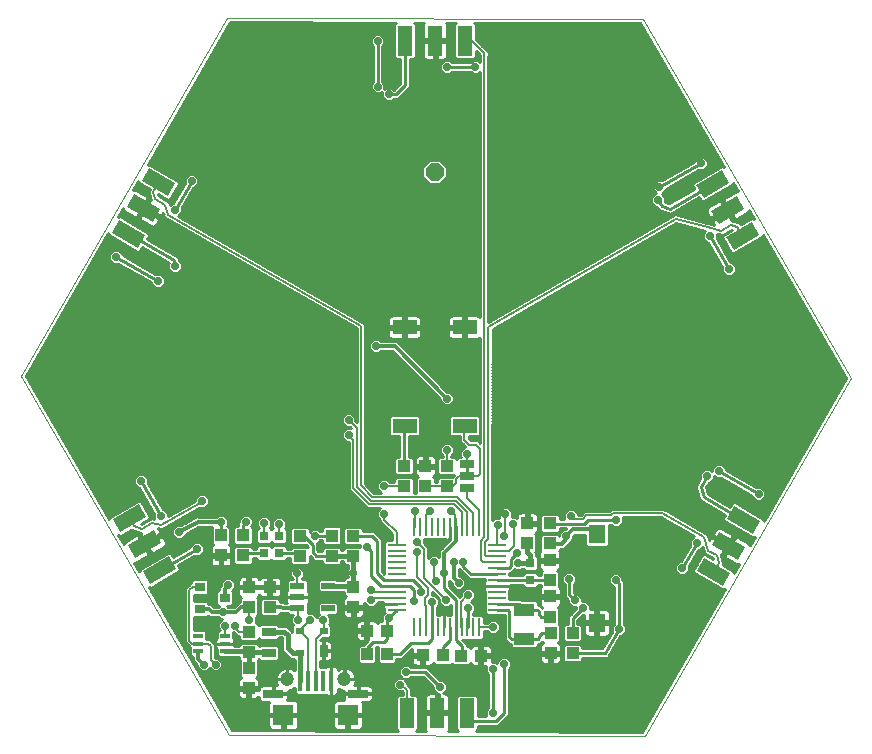
<source format=gtl>
G75*
%MOIN*%
%OFA0B0*%
%FSLAX25Y25*%
%IPPOS*%
%LPD*%
%AMOC8*
5,1,8,0,0,1.08239X$1,22.5*
%
%ADD10C,0.00000*%
%ADD11R,0.03937X0.04331*%
%ADD12R,0.04331X0.03937*%
%ADD13R,0.02756X0.03937*%
%ADD14R,0.02756X0.02362*%
%ADD15R,0.04724X0.03150*%
%ADD16OC8,0.06000*%
%ADD17R,0.05000X0.10000*%
%ADD18R,0.10000X0.05000*%
%ADD19R,0.02756X0.02953*%
%ADD20R,0.03150X0.03150*%
%ADD21R,0.03543X0.03150*%
%ADD22R,0.04724X0.02165*%
%ADD23R,0.03350X0.01400*%
%ADD24R,0.05906X0.01102*%
%ADD25R,0.01102X0.05906*%
%ADD26R,0.01575X0.07087*%
%ADD27R,0.07000X0.07000*%
%ADD28C,0.04724*%
%ADD29R,0.06693X0.02500*%
%ADD30R,0.07087X0.03937*%
%ADD31R,0.07972X0.05020*%
%ADD32C,0.01000*%
%ADD33R,0.05000X0.02500*%
%ADD34R,0.05512X0.06299*%
%ADD35C,0.01600*%
%ADD36OC8,0.02400*%
%ADD37OC8,0.02381*%
%ADD38C,0.01200*%
%ADD39C,0.00600*%
D10*
X0156177Y0131750D02*
X0294617Y0131378D01*
X0363514Y0250712D01*
X0293972Y0370419D01*
X0155532Y0370791D01*
X0086634Y0251457D01*
X0156177Y0131750D01*
D11*
X0162624Y0147315D03*
X0162624Y0154008D03*
X0162674Y0174365D03*
X0162674Y0181058D03*
X0153374Y0191565D03*
X0153374Y0198258D03*
X0197524Y0181058D03*
X0197524Y0174365D03*
X0201978Y0158562D03*
X0208670Y0158562D03*
X0255424Y0195615D03*
X0255424Y0202308D03*
X0262974Y0190008D03*
X0262974Y0183315D03*
X0263074Y0177908D03*
X0263074Y0171215D03*
X0263274Y0165708D03*
X0263274Y0159015D03*
X0221524Y0214667D03*
X0221524Y0221360D03*
D12*
X0214325Y0221408D03*
X0214325Y0214715D03*
X0228725Y0214715D03*
X0228725Y0221408D03*
X0197374Y0198108D03*
X0197374Y0191415D03*
X0190274Y0191465D03*
X0190274Y0198158D03*
X0179624Y0198108D03*
X0179624Y0191415D03*
X0169674Y0181058D03*
X0169674Y0174365D03*
X0162674Y0166058D03*
X0162674Y0159365D03*
X0160724Y0191565D03*
X0160724Y0198258D03*
X0201978Y0166512D03*
X0208671Y0166512D03*
X0220628Y0158262D03*
X0227321Y0158262D03*
X0233328Y0158212D03*
X0240020Y0158212D03*
X0270574Y0158965D03*
X0270574Y0165658D03*
X0262974Y0195565D03*
X0262974Y0202258D03*
D13*
X0187561Y0159759D03*
D14*
X0187561Y0166452D03*
X0179687Y0166452D03*
X0179687Y0158972D03*
D15*
X0169324Y0159068D03*
X0169324Y0166155D03*
D16*
X0224625Y0319362D03*
D17*
X0224752Y0363105D03*
X0234752Y0363105D03*
X0214752Y0363105D03*
X0215397Y0139064D03*
X0225397Y0139064D03*
X0235397Y0139064D03*
D18*
G36*
X0314490Y0190800D02*
X0323150Y0185801D01*
X0320650Y0181470D01*
X0311990Y0186469D01*
X0314490Y0190800D01*
G37*
G36*
X0319490Y0199460D02*
X0328150Y0194461D01*
X0325650Y0190130D01*
X0316990Y0195129D01*
X0319490Y0199460D01*
G37*
G36*
X0324490Y0208120D02*
X0333150Y0203121D01*
X0330650Y0198790D01*
X0321990Y0203789D01*
X0324490Y0208120D01*
G37*
G36*
X0321713Y0297758D02*
X0330373Y0302757D01*
X0332873Y0298426D01*
X0324213Y0293427D01*
X0321713Y0297758D01*
G37*
G36*
X0316713Y0306418D02*
X0325373Y0311417D01*
X0327873Y0307086D01*
X0319213Y0302087D01*
X0316713Y0306418D01*
G37*
G36*
X0311713Y0315078D02*
X0320373Y0320077D01*
X0322873Y0315746D01*
X0314213Y0310747D01*
X0311713Y0315078D01*
G37*
G36*
X0135658Y0311369D02*
X0126998Y0316368D01*
X0129498Y0320699D01*
X0138158Y0315700D01*
X0135658Y0311369D01*
G37*
G36*
X0130658Y0302709D02*
X0121998Y0307708D01*
X0124498Y0312039D01*
X0133158Y0307040D01*
X0130658Y0302709D01*
G37*
G36*
X0125658Y0294049D02*
X0116998Y0299048D01*
X0119498Y0303379D01*
X0128158Y0298380D01*
X0125658Y0294049D01*
G37*
G36*
X0128481Y0204348D02*
X0119821Y0199349D01*
X0117321Y0203680D01*
X0125981Y0208679D01*
X0128481Y0204348D01*
G37*
G36*
X0133481Y0195688D02*
X0124821Y0190689D01*
X0122321Y0195020D01*
X0130981Y0200019D01*
X0133481Y0195688D01*
G37*
G36*
X0138481Y0187027D02*
X0129821Y0182028D01*
X0127321Y0186359D01*
X0135981Y0191358D01*
X0138481Y0187027D01*
G37*
D19*
X0256424Y0189066D03*
X0256424Y0183357D03*
D20*
X0172674Y0192259D03*
X0167674Y0192259D03*
X0167674Y0198164D03*
X0172674Y0198164D03*
D21*
X0154605Y0177362D03*
X0146337Y0181102D03*
X0146337Y0173622D03*
D22*
X0178806Y0173972D03*
X0178806Y0177712D03*
X0178806Y0181452D03*
X0189042Y0181452D03*
X0189042Y0173972D03*
D23*
X0154699Y0164771D03*
X0154699Y0162212D03*
X0154699Y0159653D03*
X0145749Y0159653D03*
X0145749Y0162212D03*
X0145749Y0164771D03*
D24*
X0211892Y0173512D03*
X0211892Y0175481D03*
X0211892Y0177449D03*
X0211892Y0179418D03*
X0211892Y0181386D03*
X0211892Y0183355D03*
X0211892Y0185323D03*
X0211892Y0187292D03*
X0211892Y0189260D03*
X0211892Y0191229D03*
X0211892Y0193197D03*
X0211892Y0195166D03*
X0245356Y0195166D03*
X0245356Y0193197D03*
X0245356Y0191229D03*
X0245356Y0189260D03*
X0245356Y0187292D03*
X0245356Y0185323D03*
X0245356Y0183355D03*
X0245356Y0181386D03*
X0245356Y0179418D03*
X0245356Y0177449D03*
X0245356Y0175481D03*
X0245356Y0173512D03*
D25*
X0239451Y0167607D03*
X0237482Y0167607D03*
X0235514Y0167607D03*
X0233545Y0167607D03*
X0231577Y0167607D03*
X0229608Y0167607D03*
X0227640Y0167607D03*
X0225671Y0167607D03*
X0223703Y0167607D03*
X0221734Y0167607D03*
X0219766Y0167607D03*
X0217797Y0167607D03*
X0217797Y0201071D03*
X0219766Y0201071D03*
X0221734Y0201071D03*
X0223703Y0201071D03*
X0225671Y0201071D03*
X0227640Y0201071D03*
X0229608Y0201071D03*
X0231577Y0201071D03*
X0233545Y0201071D03*
X0235514Y0201071D03*
X0237482Y0201071D03*
X0239451Y0201071D03*
D26*
X0190047Y0149819D03*
X0187488Y0149819D03*
X0184929Y0149819D03*
X0182370Y0149819D03*
X0179811Y0149819D03*
D27*
X0174201Y0138402D03*
X0195658Y0138402D03*
D28*
X0194477Y0150331D03*
X0175382Y0150331D03*
D29*
X0170756Y0145489D03*
X0199103Y0145489D03*
D30*
X0254524Y0163691D03*
X0254524Y0173533D03*
D31*
X0234567Y0234847D03*
X0214586Y0234847D03*
X0214586Y0267619D03*
X0234567Y0267619D03*
D32*
X0159156Y0148570D02*
X0148140Y0148570D01*
X0147560Y0149569D02*
X0159156Y0149569D01*
X0159156Y0149678D02*
X0159156Y0147800D01*
X0162140Y0147800D01*
X0162140Y0146831D01*
X0163108Y0146831D01*
X0163108Y0143650D01*
X0164790Y0143650D01*
X0165172Y0143752D01*
X0165514Y0143950D01*
X0165793Y0144229D01*
X0165910Y0144431D01*
X0165910Y0144041D01*
X0166012Y0143660D01*
X0166209Y0143318D01*
X0166489Y0143038D01*
X0166831Y0142841D01*
X0167212Y0142739D01*
X0169452Y0142739D01*
X0169303Y0142481D01*
X0169201Y0142099D01*
X0169201Y0138886D01*
X0173717Y0138886D01*
X0173717Y0137918D01*
X0174685Y0137918D01*
X0174685Y0138886D01*
X0179201Y0138886D01*
X0179201Y0142099D01*
X0179099Y0142481D01*
X0178901Y0142823D01*
X0178622Y0143102D01*
X0178280Y0143300D01*
X0177898Y0143402D01*
X0175352Y0143402D01*
X0175500Y0143660D01*
X0175603Y0144041D01*
X0175603Y0145364D01*
X0170881Y0145364D01*
X0170881Y0145614D01*
X0170631Y0145614D01*
X0170631Y0148239D01*
X0167212Y0148239D01*
X0166831Y0148136D01*
X0166489Y0147939D01*
X0166209Y0147660D01*
X0166012Y0147318D01*
X0165910Y0146936D01*
X0165910Y0146831D01*
X0163108Y0146831D01*
X0163108Y0147800D01*
X0166093Y0147800D01*
X0166093Y0149678D01*
X0165990Y0150060D01*
X0165793Y0150402D01*
X0165514Y0150681D01*
X0165179Y0150874D01*
X0165693Y0151387D01*
X0165693Y0156629D01*
X0165660Y0156662D01*
X0165939Y0156941D01*
X0165939Y0156960D01*
X0166506Y0156394D01*
X0172142Y0156394D01*
X0172786Y0157038D01*
X0172786Y0161099D01*
X0172142Y0161743D01*
X0166506Y0161743D01*
X0166028Y0161265D01*
X0165939Y0161265D01*
X0165939Y0161789D01*
X0165295Y0162434D01*
X0160053Y0162434D01*
X0159409Y0161789D01*
X0159409Y0161553D01*
X0157874Y0161553D01*
X0157874Y0162212D01*
X0157874Y0163109D01*
X0157772Y0163491D01*
X0157574Y0163833D01*
X0157474Y0163933D01*
X0157474Y0165912D01*
X0157594Y0165912D01*
X0158074Y0165432D01*
X0158074Y0165432D01*
X0158848Y0164658D01*
X0158894Y0164612D01*
X0159409Y0164612D01*
X0159409Y0163634D01*
X0160053Y0162990D01*
X0165295Y0162990D01*
X0165939Y0163634D01*
X0165939Y0164047D01*
X0166506Y0163480D01*
X0172142Y0163480D01*
X0172786Y0164125D01*
X0172786Y0164312D01*
X0173637Y0164312D01*
X0173824Y0164125D01*
X0173824Y0160716D01*
X0173824Y0159775D01*
X0173824Y0159775D01*
X0173824Y0159775D01*
X0174402Y0159197D01*
X0175414Y0158185D01*
X0175414Y0158185D01*
X0175927Y0157672D01*
X0176527Y0157072D01*
X0176527Y0157072D01*
X0176527Y0157072D01*
X0177472Y0157072D01*
X0177853Y0156690D01*
X0177911Y0156690D01*
X0177911Y0153264D01*
X0177844Y0153331D01*
X0177212Y0153754D01*
X0176509Y0154045D01*
X0175762Y0154193D01*
X0175473Y0154193D01*
X0175473Y0150422D01*
X0175292Y0150422D01*
X0175292Y0154193D01*
X0175002Y0154193D01*
X0174256Y0154045D01*
X0173553Y0153754D01*
X0172920Y0153331D01*
X0172382Y0152793D01*
X0171959Y0152161D01*
X0171668Y0151458D01*
X0171520Y0150712D01*
X0171520Y0150422D01*
X0175291Y0150422D01*
X0175291Y0150241D01*
X0171520Y0150241D01*
X0171520Y0149951D01*
X0171668Y0149205D01*
X0171959Y0148502D01*
X0172135Y0148239D01*
X0170881Y0148239D01*
X0170881Y0145614D01*
X0175603Y0145614D01*
X0175603Y0146469D01*
X0175762Y0146469D01*
X0176509Y0146617D01*
X0177212Y0146908D01*
X0177844Y0147331D01*
X0177924Y0147411D01*
X0177924Y0145820D01*
X0178568Y0145176D01*
X0181054Y0145176D01*
X0181091Y0145212D01*
X0181127Y0145176D01*
X0183613Y0145176D01*
X0183650Y0145212D01*
X0183686Y0145176D01*
X0186172Y0145176D01*
X0186209Y0145212D01*
X0186245Y0145176D01*
X0188239Y0145176D01*
X0188339Y0145076D01*
X0188681Y0144878D01*
X0189063Y0144776D01*
X0190047Y0144776D01*
X0190047Y0149819D01*
X0190047Y0149819D01*
X0190047Y0144776D01*
X0191032Y0144776D01*
X0191414Y0144878D01*
X0191756Y0145076D01*
X0192035Y0145355D01*
X0192233Y0145697D01*
X0192335Y0146079D01*
X0192335Y0147117D01*
X0192647Y0146908D01*
X0193350Y0146617D01*
X0194096Y0146469D01*
X0194256Y0146469D01*
X0194256Y0145614D01*
X0198977Y0145614D01*
X0198978Y0145614D02*
X0198978Y0148239D01*
X0197723Y0148239D01*
X0197899Y0148502D01*
X0198190Y0149205D01*
X0198339Y0149951D01*
X0198339Y0150241D01*
X0194567Y0150241D01*
X0194567Y0150422D01*
X0194386Y0150422D01*
X0194386Y0154193D01*
X0194096Y0154193D01*
X0193350Y0154045D01*
X0192647Y0153754D01*
X0192335Y0153545D01*
X0192335Y0153560D01*
X0192233Y0153942D01*
X0192035Y0154284D01*
X0191756Y0154563D01*
X0191414Y0154760D01*
X0191032Y0154863D01*
X0190047Y0154863D01*
X0189063Y0154863D01*
X0188681Y0154760D01*
X0188339Y0154563D01*
X0188239Y0154463D01*
X0186329Y0154463D01*
X0186329Y0156290D01*
X0187372Y0156290D01*
X0187372Y0159570D01*
X0187750Y0159570D01*
X0187750Y0156290D01*
X0189136Y0156290D01*
X0189518Y0156393D01*
X0189860Y0156590D01*
X0190139Y0156869D01*
X0190337Y0157211D01*
X0190439Y0157593D01*
X0190439Y0159570D01*
X0187750Y0159570D01*
X0187750Y0159948D01*
X0187372Y0159948D01*
X0187372Y0163227D01*
X0186329Y0163227D01*
X0186329Y0163240D01*
X0187260Y0164171D01*
X0189395Y0164171D01*
X0190039Y0164815D01*
X0190039Y0168089D01*
X0189395Y0168733D01*
X0189348Y0168733D01*
X0189824Y0169209D01*
X0189824Y0171114D01*
X0189150Y0171789D01*
X0191860Y0171789D01*
X0192504Y0172433D01*
X0192504Y0175510D01*
X0191860Y0176154D01*
X0186224Y0176154D01*
X0185580Y0175510D01*
X0185580Y0172433D01*
X0186061Y0171952D01*
X0185274Y0171164D01*
X0183977Y0172462D01*
X0182268Y0172462D01*
X0182268Y0175510D01*
X0182219Y0175559D01*
X0182368Y0175708D01*
X0182566Y0176050D01*
X0182668Y0176432D01*
X0182668Y0177670D01*
X0178847Y0177670D01*
X0178847Y0177753D01*
X0182668Y0177753D01*
X0182668Y0178992D01*
X0182566Y0179373D01*
X0182368Y0179715D01*
X0182219Y0179865D01*
X0182268Y0179914D01*
X0182268Y0182990D01*
X0181624Y0183635D01*
X0180224Y0183635D01*
X0180224Y0183709D01*
X0181124Y0184609D01*
X0181124Y0186514D01*
X0179777Y0187862D01*
X0177871Y0187862D01*
X0176524Y0186514D01*
X0176524Y0184609D01*
X0177424Y0183709D01*
X0177424Y0183635D01*
X0175988Y0183635D01*
X0175344Y0182990D01*
X0175344Y0179914D01*
X0175393Y0179865D01*
X0175243Y0179715D01*
X0175046Y0179373D01*
X0174944Y0178992D01*
X0174944Y0177753D01*
X0178765Y0177753D01*
X0178765Y0177670D01*
X0174944Y0177670D01*
X0174944Y0176432D01*
X0175046Y0176050D01*
X0175243Y0175708D01*
X0175290Y0175662D01*
X0174628Y0175662D01*
X0174225Y0176065D01*
X0174225Y0176065D01*
X0174225Y0176065D01*
X0173420Y0176065D01*
X0172939Y0176065D01*
X0172939Y0176789D01*
X0172295Y0177434D01*
X0167053Y0177434D01*
X0166409Y0176789D01*
X0166409Y0171941D01*
X0167053Y0171297D01*
X0172295Y0171297D01*
X0172939Y0171941D01*
X0172939Y0172542D01*
X0173220Y0172262D01*
X0173931Y0172262D01*
X0174628Y0172262D01*
X0175515Y0172262D01*
X0175988Y0171789D01*
X0177249Y0171789D01*
X0176624Y0171164D01*
X0176624Y0169259D01*
X0177502Y0168381D01*
X0177209Y0168089D01*
X0177209Y0166114D01*
X0177153Y0166170D01*
X0176324Y0166999D01*
X0175810Y0167513D01*
X0175211Y0168112D01*
X0174420Y0168112D01*
X0173637Y0168112D01*
X0173637Y0168112D01*
X0172786Y0168112D01*
X0172786Y0168185D01*
X0172142Y0168830D01*
X0166506Y0168830D01*
X0165939Y0168263D01*
X0165939Y0168482D01*
X0165295Y0169127D01*
X0164892Y0169127D01*
X0164974Y0169209D01*
X0164974Y0171100D01*
X0165098Y0171100D01*
X0165743Y0171744D01*
X0165743Y0176986D01*
X0165229Y0177500D01*
X0165564Y0177693D01*
X0165843Y0177972D01*
X0166040Y0178314D01*
X0166102Y0178544D01*
X0166111Y0178511D01*
X0166308Y0178169D01*
X0166588Y0177889D01*
X0166930Y0177692D01*
X0167311Y0177590D01*
X0169190Y0177590D01*
X0169190Y0180574D01*
X0170158Y0180574D01*
X0170158Y0177590D01*
X0172037Y0177590D01*
X0172418Y0177692D01*
X0172760Y0177889D01*
X0173040Y0178169D01*
X0173237Y0178511D01*
X0173339Y0178892D01*
X0173339Y0180574D01*
X0170158Y0180574D01*
X0170158Y0181542D01*
X0173339Y0181542D01*
X0173339Y0183224D01*
X0173237Y0183606D01*
X0173040Y0183948D01*
X0172760Y0184227D01*
X0172418Y0184424D01*
X0172037Y0184527D01*
X0170158Y0184527D01*
X0170158Y0181543D01*
X0169190Y0181543D01*
X0169190Y0184527D01*
X0167311Y0184527D01*
X0166930Y0184424D01*
X0166588Y0184227D01*
X0166308Y0183948D01*
X0166111Y0183606D01*
X0166102Y0183572D01*
X0166040Y0183803D01*
X0165843Y0184145D01*
X0165564Y0184424D01*
X0165222Y0184621D01*
X0164840Y0184724D01*
X0163158Y0184724D01*
X0163158Y0181543D01*
X0162190Y0181543D01*
X0162190Y0184724D01*
X0160508Y0184724D01*
X0160127Y0184621D01*
X0159785Y0184424D01*
X0159505Y0184145D01*
X0159308Y0183803D01*
X0159206Y0183421D01*
X0159206Y0181542D01*
X0162190Y0181542D01*
X0162190Y0180574D01*
X0159206Y0180574D01*
X0159206Y0178695D01*
X0159308Y0178314D01*
X0159505Y0177972D01*
X0159785Y0177693D01*
X0160119Y0177500D01*
X0159606Y0176986D01*
X0159606Y0176065D01*
X0159273Y0176065D01*
X0157670Y0174462D01*
X0155627Y0174462D01*
X0155402Y0174687D01*
X0156832Y0174687D01*
X0157476Y0175331D01*
X0157476Y0179392D01*
X0157167Y0179702D01*
X0158174Y0180709D01*
X0158174Y0182614D01*
X0156827Y0183962D01*
X0154821Y0183962D01*
X0153474Y0182614D01*
X0153474Y0181766D01*
X0153307Y0181599D01*
X0152874Y0181166D01*
X0152874Y0181166D01*
X0152874Y0181166D01*
X0152874Y0180037D01*
X0152377Y0180037D01*
X0151733Y0179392D01*
X0151733Y0175331D01*
X0152377Y0174687D01*
X0152747Y0174687D01*
X0152521Y0174462D01*
X0150978Y0174462D01*
X0150715Y0174725D01*
X0150178Y0175262D01*
X0149351Y0175262D01*
X0149209Y0175262D01*
X0149209Y0175652D01*
X0148564Y0176296D01*
X0144274Y0176296D01*
X0144274Y0178427D01*
X0148564Y0178427D01*
X0149209Y0179071D01*
X0149209Y0183132D01*
X0148564Y0183777D01*
X0144110Y0183777D01*
X0143465Y0183132D01*
X0143465Y0182562D01*
X0143394Y0182562D01*
X0142574Y0181742D01*
X0142574Y0181742D01*
X0141474Y0180642D01*
X0141474Y0180056D01*
X0141474Y0163206D01*
X0141474Y0162632D01*
X0141474Y0162632D01*
X0141474Y0162632D01*
X0142090Y0162016D01*
X0142474Y0161632D01*
X0142474Y0161632D01*
X0142974Y0161132D01*
X0142974Y0161056D01*
X0143098Y0160932D01*
X0142974Y0160808D01*
X0142974Y0158497D01*
X0143618Y0157853D01*
X0144049Y0157853D01*
X0144049Y0157841D01*
X0144049Y0157282D01*
X0144049Y0156433D01*
X0145045Y0155437D01*
X0145374Y0155108D01*
X0145374Y0154259D01*
X0146721Y0152912D01*
X0148627Y0152912D01*
X0149624Y0153909D01*
X0150621Y0152912D01*
X0152527Y0152912D01*
X0153874Y0154259D01*
X0153874Y0156164D01*
X0152527Y0157512D01*
X0151374Y0157512D01*
X0151374Y0161892D01*
X0150554Y0162712D01*
X0149654Y0163612D01*
X0148521Y0163612D01*
X0148524Y0163615D01*
X0148524Y0165926D01*
X0147880Y0166571D01*
X0144274Y0166571D01*
X0144274Y0170947D01*
X0148564Y0170947D01*
X0149125Y0171507D01*
X0149570Y0171062D01*
X0149570Y0171062D01*
X0149570Y0171062D01*
X0150281Y0171062D01*
X0152521Y0171062D01*
X0153121Y0170462D01*
X0153771Y0170462D01*
X0152474Y0169164D01*
X0152474Y0167259D01*
X0153162Y0166571D01*
X0152568Y0166571D01*
X0151924Y0165926D01*
X0151924Y0163933D01*
X0151824Y0163833D01*
X0151626Y0163491D01*
X0151524Y0163109D01*
X0151524Y0162212D01*
X0154699Y0162212D01*
X0154699Y0162212D01*
X0157874Y0162212D01*
X0154699Y0162212D01*
X0154699Y0162212D01*
X0151524Y0162212D01*
X0151524Y0161314D01*
X0151626Y0160933D01*
X0151824Y0160591D01*
X0151924Y0160490D01*
X0151924Y0158497D01*
X0152568Y0157853D01*
X0153812Y0157853D01*
X0153912Y0157753D01*
X0159409Y0157753D01*
X0159409Y0156941D01*
X0159638Y0156712D01*
X0159556Y0156629D01*
X0159556Y0151387D01*
X0160069Y0150874D01*
X0159735Y0150681D01*
X0159455Y0150402D01*
X0159258Y0150060D01*
X0159156Y0149678D01*
X0159621Y0150567D02*
X0146980Y0150567D01*
X0146400Y0151566D02*
X0159556Y0151566D01*
X0159556Y0152564D02*
X0145820Y0152564D01*
X0146070Y0153563D02*
X0145240Y0153563D01*
X0145374Y0154561D02*
X0144660Y0154561D01*
X0144922Y0155560D02*
X0144080Y0155560D01*
X0144049Y0156558D02*
X0143500Y0156558D01*
X0144049Y0157557D02*
X0142919Y0157557D01*
X0142974Y0158555D02*
X0142339Y0158555D01*
X0141759Y0159554D02*
X0142974Y0159554D01*
X0142974Y0160552D02*
X0141179Y0160552D01*
X0140599Y0161551D02*
X0142555Y0161551D01*
X0141557Y0162549D02*
X0140019Y0162549D01*
X0139439Y0163548D02*
X0141474Y0163548D01*
X0141474Y0164546D02*
X0138859Y0164546D01*
X0138279Y0165545D02*
X0141474Y0165545D01*
X0141474Y0166543D02*
X0137699Y0166543D01*
X0137119Y0167542D02*
X0141474Y0167542D01*
X0141474Y0168540D02*
X0136539Y0168540D01*
X0135959Y0169539D02*
X0141474Y0169539D01*
X0141474Y0170537D02*
X0135378Y0170537D01*
X0134798Y0171536D02*
X0141474Y0171536D01*
X0141474Y0172534D02*
X0134218Y0172534D01*
X0133638Y0173533D02*
X0141474Y0173533D01*
X0141474Y0174531D02*
X0133058Y0174531D01*
X0132478Y0175530D02*
X0141474Y0175530D01*
X0141474Y0176528D02*
X0131898Y0176528D01*
X0131318Y0177527D02*
X0141474Y0177527D01*
X0141474Y0178525D02*
X0130738Y0178525D01*
X0130158Y0179524D02*
X0141474Y0179524D01*
X0141474Y0180522D02*
X0129578Y0180522D01*
X0129976Y0180848D02*
X0139425Y0186303D01*
X0139661Y0187184D01*
X0138983Y0188358D01*
X0144520Y0191554D01*
X0146236Y0191554D01*
X0147577Y0192896D01*
X0147577Y0194793D01*
X0146236Y0196135D01*
X0144338Y0196135D01*
X0142996Y0194793D01*
X0142996Y0194370D01*
X0137383Y0191129D01*
X0136706Y0192303D01*
X0135825Y0192539D01*
X0126376Y0187083D01*
X0126183Y0186365D01*
X0124528Y0189214D01*
X0124623Y0189189D01*
X0125018Y0189189D01*
X0125399Y0189291D01*
X0129468Y0191640D01*
X0127718Y0194671D01*
X0128584Y0195171D01*
X0128084Y0196037D01*
X0133280Y0199037D01*
X0132378Y0200598D01*
X0132760Y0200496D01*
X0133709Y0200242D01*
X0133709Y0200242D01*
X0133709Y0200242D01*
X0134321Y0200595D01*
X0146189Y0207447D01*
X0147907Y0207447D01*
X0149248Y0208789D01*
X0149248Y0210686D01*
X0147907Y0212028D01*
X0146009Y0212028D01*
X0144667Y0210686D01*
X0144667Y0209802D01*
X0135694Y0204621D01*
X0135694Y0205591D01*
X0134352Y0206933D01*
X0133928Y0206933D01*
X0128944Y0215566D01*
X0128944Y0217282D01*
X0127602Y0218624D01*
X0125704Y0218624D01*
X0124363Y0217282D01*
X0124363Y0215385D01*
X0125704Y0214043D01*
X0126128Y0214043D01*
X0131113Y0205410D01*
X0131113Y0203836D01*
X0130666Y0203956D01*
X0130308Y0204052D01*
X0129747Y0203728D01*
X0126844Y0202052D01*
X0126747Y0202078D01*
X0129425Y0203624D01*
X0129661Y0204504D01*
X0126706Y0209624D01*
X0125825Y0209859D01*
X0116376Y0204404D01*
X0116164Y0203612D01*
X0088368Y0251459D01*
X0115854Y0299067D01*
X0116054Y0298324D01*
X0125503Y0292868D01*
X0126383Y0293104D01*
X0127086Y0294321D01*
X0136104Y0289115D01*
X0135867Y0288878D01*
X0135867Y0286980D01*
X0137209Y0285639D01*
X0139106Y0285639D01*
X0140448Y0286980D01*
X0140448Y0288878D01*
X0139335Y0289991D01*
X0139237Y0290356D01*
X0139033Y0291119D01*
X0137885Y0291782D01*
X0137885Y0291782D01*
X0128686Y0297093D01*
X0129339Y0298223D01*
X0129103Y0299104D01*
X0119654Y0304559D01*
X0118910Y0304360D01*
X0120571Y0307238D01*
X0120600Y0307130D01*
X0120798Y0306788D01*
X0121077Y0306509D01*
X0125145Y0304160D01*
X0126895Y0307191D01*
X0127761Y0306691D01*
X0126011Y0303660D01*
X0130079Y0301311D01*
X0130461Y0301209D01*
X0130856Y0301209D01*
X0131237Y0301311D01*
X0131579Y0301509D01*
X0131859Y0301788D01*
X0132957Y0303691D01*
X0127761Y0306691D01*
X0128261Y0307557D01*
X0129929Y0310446D01*
X0129865Y0310685D01*
X0129234Y0313041D01*
X0129251Y0313070D01*
X0129566Y0313616D01*
X0126054Y0315644D01*
X0125854Y0316388D01*
X0124193Y0313510D01*
X0124301Y0313539D01*
X0124696Y0313539D01*
X0125077Y0313437D01*
X0129145Y0311088D01*
X0127395Y0308057D01*
X0128261Y0307557D01*
X0133457Y0304557D01*
X0134125Y0305714D01*
X0134208Y0305407D01*
X0134508Y0304286D01*
X0198598Y0267284D01*
X0198600Y0267247D01*
X0198600Y0236017D01*
X0198200Y0236417D01*
X0198200Y0237690D01*
X0196852Y0239037D01*
X0194947Y0239037D01*
X0193600Y0237690D01*
X0193600Y0235785D01*
X0194947Y0234437D01*
X0196220Y0234437D01*
X0196720Y0233937D01*
X0194947Y0233937D01*
X0193600Y0232590D01*
X0193600Y0230685D01*
X0194947Y0229337D01*
X0196000Y0229337D01*
X0196000Y0213358D01*
X0196088Y0213269D01*
X0201250Y0208108D01*
X0201982Y0207376D01*
X0202070Y0207287D01*
X0206497Y0207287D01*
X0205500Y0206290D01*
X0205500Y0204385D01*
X0206400Y0203485D01*
X0206400Y0202858D01*
X0210500Y0198758D01*
X0210500Y0196817D01*
X0208483Y0196817D01*
X0207839Y0196173D01*
X0207839Y0185370D01*
X0206930Y0186239D01*
X0207018Y0195693D01*
X0207024Y0195699D01*
X0207024Y0196355D01*
X0207030Y0197010D01*
X0207024Y0197016D01*
X0207024Y0197024D01*
X0206561Y0197488D01*
X0206102Y0197956D01*
X0206093Y0197956D01*
X0204340Y0199708D01*
X0200639Y0199708D01*
X0200639Y0200532D01*
X0199995Y0201177D01*
X0194753Y0201177D01*
X0194109Y0200532D01*
X0194109Y0195684D01*
X0194753Y0195040D01*
X0199724Y0195040D01*
X0199724Y0194484D01*
X0194753Y0194484D01*
X0194109Y0193839D01*
X0194109Y0193392D01*
X0193539Y0193388D01*
X0193539Y0193889D01*
X0192895Y0194534D01*
X0187653Y0194534D01*
X0187009Y0193889D01*
X0187009Y0193062D01*
X0185837Y0193062D01*
X0185524Y0193374D01*
X0185524Y0194549D01*
X0185524Y0195862D01*
X0185777Y0195862D01*
X0186473Y0196558D01*
X0187009Y0196558D01*
X0187009Y0195734D01*
X0187653Y0195090D01*
X0192895Y0195090D01*
X0193539Y0195734D01*
X0193539Y0200582D01*
X0192895Y0201227D01*
X0187653Y0201227D01*
X0187009Y0200582D01*
X0187009Y0199758D01*
X0186480Y0199758D01*
X0185777Y0200462D01*
X0183871Y0200462D01*
X0182889Y0199480D01*
X0182889Y0200532D01*
X0182245Y0201177D01*
X0177003Y0201177D01*
X0176359Y0200532D01*
X0176359Y0195684D01*
X0177003Y0195040D01*
X0181833Y0195040D01*
X0182324Y0194549D01*
X0182324Y0194405D01*
X0182245Y0194484D01*
X0177003Y0194484D01*
X0176378Y0193859D01*
X0175349Y0193859D01*
X0175349Y0194289D01*
X0174705Y0194934D01*
X0170644Y0194934D01*
X0170174Y0194464D01*
X0169704Y0194934D01*
X0165644Y0194934D01*
X0164999Y0194289D01*
X0164999Y0193859D01*
X0163989Y0193859D01*
X0163989Y0193989D01*
X0163345Y0194634D01*
X0158103Y0194634D01*
X0157459Y0193989D01*
X0157459Y0189141D01*
X0158103Y0188497D01*
X0163345Y0188497D01*
X0163989Y0189141D01*
X0163989Y0190659D01*
X0164999Y0190659D01*
X0164999Y0190229D01*
X0165644Y0189584D01*
X0169704Y0189584D01*
X0170174Y0190054D01*
X0170644Y0189584D01*
X0174705Y0189584D01*
X0175349Y0190229D01*
X0175349Y0190659D01*
X0176359Y0190659D01*
X0176359Y0188991D01*
X0177003Y0188347D01*
X0182245Y0188347D01*
X0182889Y0188991D01*
X0182889Y0191484D01*
X0183261Y0191112D01*
X0183261Y0191112D01*
X0183910Y0190463D01*
X0184511Y0189862D01*
X0184511Y0189862D01*
X0184511Y0189862D01*
X0185106Y0189862D01*
X0187009Y0189862D01*
X0187009Y0189041D01*
X0187653Y0188397D01*
X0192895Y0188397D01*
X0193539Y0189041D01*
X0193539Y0189588D01*
X0194109Y0189592D01*
X0194109Y0188991D01*
X0194753Y0188347D01*
X0195574Y0188347D01*
X0195574Y0187164D01*
X0195224Y0186814D01*
X0195224Y0184909D01*
X0195624Y0184509D01*
X0195624Y0184324D01*
X0195100Y0184324D01*
X0194456Y0183679D01*
X0194456Y0183352D01*
X0192143Y0183352D01*
X0191860Y0183635D01*
X0186224Y0183635D01*
X0185580Y0182990D01*
X0185580Y0179914D01*
X0186224Y0179269D01*
X0191860Y0179269D01*
X0192143Y0179552D01*
X0194456Y0179552D01*
X0194456Y0178437D01*
X0194969Y0177924D01*
X0194635Y0177731D01*
X0194355Y0177452D01*
X0194158Y0177110D01*
X0194056Y0176728D01*
X0194056Y0174850D01*
X0197040Y0174850D01*
X0197040Y0173881D01*
X0198008Y0173881D01*
X0198008Y0170700D01*
X0199690Y0170700D01*
X0200072Y0170802D01*
X0200414Y0171000D01*
X0200693Y0171279D01*
X0200890Y0171621D01*
X0200993Y0172002D01*
X0200993Y0173881D01*
X0198008Y0173881D01*
X0198008Y0174850D01*
X0200993Y0174850D01*
X0200993Y0175791D01*
X0202321Y0174462D01*
X0204227Y0174462D01*
X0205574Y0175809D01*
X0205574Y0176062D01*
X0207439Y0176062D01*
X0207439Y0175481D01*
X0211891Y0175481D01*
X0211891Y0175481D01*
X0207439Y0175481D01*
X0207439Y0174732D01*
X0207541Y0174350D01*
X0207738Y0174008D01*
X0207839Y0173908D01*
X0207839Y0172505D01*
X0207906Y0172438D01*
X0207124Y0171656D01*
X0207124Y0171007D01*
X0207088Y0170971D01*
X0207070Y0170954D01*
X0207070Y0170396D01*
X0207070Y0169580D01*
X0206050Y0169580D01*
X0205536Y0169067D01*
X0205343Y0169401D01*
X0205064Y0169681D01*
X0204722Y0169878D01*
X0204340Y0169980D01*
X0202462Y0169980D01*
X0202462Y0166996D01*
X0201493Y0166996D01*
X0201493Y0166027D01*
X0202462Y0166027D01*
X0202462Y0163512D01*
X0201315Y0162365D01*
X0200777Y0161827D01*
X0199553Y0161827D01*
X0198909Y0161183D01*
X0198909Y0155941D01*
X0199553Y0155296D01*
X0204402Y0155296D01*
X0205046Y0155941D01*
X0205046Y0161112D01*
X0205602Y0161112D01*
X0205602Y0155941D01*
X0206246Y0155296D01*
X0211095Y0155296D01*
X0211739Y0155941D01*
X0211739Y0156962D01*
X0213587Y0156962D01*
X0216962Y0160337D01*
X0216962Y0158746D01*
X0220143Y0158746D01*
X0220143Y0157777D01*
X0221112Y0157777D01*
X0221112Y0154793D01*
X0222990Y0154793D01*
X0223372Y0154895D01*
X0223714Y0155093D01*
X0223993Y0155372D01*
X0224186Y0155707D01*
X0224700Y0155193D01*
X0229941Y0155193D01*
X0230299Y0155551D01*
X0230707Y0155143D01*
X0235949Y0155143D01*
X0236462Y0155657D01*
X0236655Y0155322D01*
X0236934Y0155043D01*
X0237276Y0154845D01*
X0237658Y0154743D01*
X0239536Y0154743D01*
X0239536Y0157727D01*
X0240505Y0157727D01*
X0240505Y0154743D01*
X0241644Y0154743D01*
X0241644Y0152857D01*
X0242334Y0152166D01*
X0242334Y0140645D01*
X0241744Y0140054D01*
X0241744Y0138157D01*
X0241839Y0138062D01*
X0238997Y0138062D01*
X0238997Y0144520D01*
X0238352Y0145164D01*
X0232441Y0145164D01*
X0231797Y0144520D01*
X0231797Y0133609D01*
X0232360Y0133046D01*
X0229008Y0133055D01*
X0229097Y0133143D01*
X0229294Y0133485D01*
X0229397Y0133867D01*
X0229397Y0138564D01*
X0225897Y0138564D01*
X0225897Y0139564D01*
X0229397Y0139564D01*
X0229397Y0144262D01*
X0229294Y0144643D01*
X0229097Y0144985D01*
X0228818Y0145265D01*
X0228476Y0145462D01*
X0228094Y0145564D01*
X0227528Y0145564D01*
X0228724Y0146760D01*
X0228724Y0148665D01*
X0227376Y0150012D01*
X0226386Y0150012D01*
X0222087Y0154312D01*
X0216827Y0154312D01*
X0216127Y0155012D01*
X0214221Y0155012D01*
X0212874Y0153664D01*
X0212874Y0151759D01*
X0213796Y0150837D01*
X0212047Y0150837D01*
X0210700Y0149490D01*
X0210700Y0147585D01*
X0212047Y0146237D01*
X0213820Y0146237D01*
X0214000Y0146058D01*
X0214000Y0145164D01*
X0212441Y0145164D01*
X0211797Y0144520D01*
X0211797Y0133609D01*
X0212306Y0133099D01*
X0157041Y0133248D01*
X0129280Y0181034D01*
X0129976Y0180848D01*
X0131142Y0181521D02*
X0142353Y0181521D01*
X0143352Y0182519D02*
X0132871Y0182519D01*
X0134601Y0183518D02*
X0143851Y0183518D01*
X0139482Y0186514D02*
X0176524Y0186514D01*
X0176524Y0185515D02*
X0138060Y0185515D01*
X0136330Y0184516D02*
X0159945Y0184516D01*
X0159232Y0183518D02*
X0157270Y0183518D01*
X0158174Y0182519D02*
X0159206Y0182519D01*
X0158174Y0181521D02*
X0162190Y0181521D01*
X0163158Y0181521D02*
X0169190Y0181521D01*
X0169190Y0181542D02*
X0169190Y0180574D01*
X0166009Y0180574D01*
X0166009Y0180574D01*
X0163158Y0180574D01*
X0163158Y0181542D01*
X0166143Y0181542D01*
X0166143Y0181542D01*
X0169190Y0181542D01*
X0170158Y0181521D02*
X0175344Y0181521D01*
X0175344Y0182519D02*
X0173339Y0182519D01*
X0173261Y0183518D02*
X0175872Y0183518D01*
X0176617Y0184516D02*
X0172075Y0184516D01*
X0170158Y0184516D02*
X0169190Y0184516D01*
X0169190Y0183518D02*
X0170158Y0183518D01*
X0170158Y0182519D02*
X0169190Y0182519D01*
X0169190Y0180522D02*
X0170158Y0180522D01*
X0170158Y0179524D02*
X0169190Y0179524D01*
X0169190Y0178525D02*
X0170158Y0178525D01*
X0173241Y0178525D02*
X0174944Y0178525D01*
X0174944Y0177527D02*
X0165277Y0177527D01*
X0165743Y0176528D02*
X0166409Y0176528D01*
X0166409Y0175530D02*
X0165743Y0175530D01*
X0165743Y0174531D02*
X0166409Y0174531D01*
X0166409Y0173533D02*
X0165743Y0173533D01*
X0165743Y0172534D02*
X0166409Y0172534D01*
X0166814Y0171536D02*
X0165534Y0171536D01*
X0164974Y0170537D02*
X0176624Y0170537D01*
X0176624Y0169539D02*
X0164974Y0169539D01*
X0165881Y0168540D02*
X0166217Y0168540D01*
X0166439Y0163548D02*
X0165853Y0163548D01*
X0165939Y0161551D02*
X0166314Y0161551D01*
X0166342Y0156558D02*
X0165693Y0156558D01*
X0165693Y0155560D02*
X0177911Y0155560D01*
X0177911Y0156558D02*
X0172306Y0156558D01*
X0172786Y0157557D02*
X0176042Y0157557D01*
X0175044Y0158555D02*
X0172786Y0158555D01*
X0172786Y0159554D02*
X0174045Y0159554D01*
X0173824Y0160552D02*
X0172786Y0160552D01*
X0172334Y0161551D02*
X0173824Y0161551D01*
X0173824Y0162549D02*
X0157874Y0162549D01*
X0157739Y0163548D02*
X0159495Y0163548D01*
X0159409Y0164546D02*
X0157474Y0164546D01*
X0157474Y0165545D02*
X0157961Y0165545D01*
X0159409Y0157557D02*
X0151374Y0157557D01*
X0151374Y0158555D02*
X0151924Y0158555D01*
X0151924Y0159554D02*
X0151374Y0159554D01*
X0151374Y0160552D02*
X0151862Y0160552D01*
X0151524Y0161551D02*
X0151374Y0161551D01*
X0151524Y0162549D02*
X0150716Y0162549D01*
X0151659Y0163548D02*
X0149718Y0163548D01*
X0148524Y0164546D02*
X0151924Y0164546D01*
X0151924Y0165545D02*
X0148524Y0165545D01*
X0147907Y0166543D02*
X0152541Y0166543D01*
X0152474Y0167542D02*
X0144274Y0167542D01*
X0144274Y0168540D02*
X0152474Y0168540D01*
X0152848Y0169539D02*
X0144274Y0169539D01*
X0144274Y0170537D02*
X0153046Y0170537D01*
X0152591Y0174531D02*
X0150909Y0174531D01*
X0150178Y0175262D02*
X0150178Y0175262D01*
X0150178Y0175262D01*
X0149209Y0175530D02*
X0151733Y0175530D01*
X0151733Y0176528D02*
X0144274Y0176528D01*
X0144274Y0177527D02*
X0151733Y0177527D01*
X0151733Y0178525D02*
X0148663Y0178525D01*
X0149209Y0179524D02*
X0151865Y0179524D01*
X0152874Y0180522D02*
X0149209Y0180522D01*
X0149209Y0181521D02*
X0153229Y0181521D01*
X0153474Y0182519D02*
X0149209Y0182519D01*
X0148823Y0183518D02*
X0154378Y0183518D01*
X0153858Y0187900D02*
X0155540Y0187900D01*
X0155922Y0188002D01*
X0156264Y0188200D01*
X0156543Y0188479D01*
X0156740Y0188821D01*
X0156843Y0189202D01*
X0156843Y0191081D01*
X0153858Y0191081D01*
X0153858Y0187900D01*
X0153858Y0188511D02*
X0152890Y0188511D01*
X0152890Y0187900D02*
X0152890Y0191081D01*
X0153858Y0191081D01*
X0153858Y0192050D01*
X0156843Y0192050D01*
X0156843Y0193928D01*
X0156740Y0194310D01*
X0156543Y0194652D01*
X0156264Y0194931D01*
X0155929Y0195124D01*
X0156443Y0195637D01*
X0156443Y0200879D01*
X0155798Y0201524D01*
X0155439Y0201524D01*
X0155724Y0201809D01*
X0155724Y0203714D01*
X0154377Y0205062D01*
X0152471Y0205062D01*
X0151871Y0204462D01*
X0148631Y0204462D01*
X0148628Y0204465D01*
X0147927Y0204462D01*
X0147227Y0204462D01*
X0147224Y0204459D01*
X0145944Y0204453D01*
X0145936Y0204455D01*
X0145310Y0204623D01*
X0145310Y0204623D01*
X0145310Y0204623D01*
X0144704Y0204273D01*
X0144090Y0203919D01*
X0144090Y0203919D01*
X0140008Y0201562D01*
X0138471Y0201562D01*
X0137124Y0200214D01*
X0137124Y0198309D01*
X0138471Y0196962D01*
X0140377Y0196962D01*
X0141724Y0198309D01*
X0141724Y0198627D01*
X0145790Y0200974D01*
X0145964Y0200928D01*
X0146183Y0201054D01*
X0147934Y0201062D01*
X0150488Y0201062D01*
X0150306Y0200879D01*
X0150306Y0195637D01*
X0150819Y0195124D01*
X0150485Y0194931D01*
X0150205Y0194652D01*
X0150008Y0194310D01*
X0149906Y0193928D01*
X0149906Y0192050D01*
X0152890Y0192050D01*
X0152890Y0191081D01*
X0149906Y0191081D01*
X0149906Y0189202D01*
X0150008Y0188821D01*
X0150205Y0188479D01*
X0150485Y0188200D01*
X0150827Y0188002D01*
X0151208Y0187900D01*
X0152890Y0187900D01*
X0152890Y0189509D02*
X0153858Y0189509D01*
X0153858Y0190508D02*
X0152890Y0190508D01*
X0152890Y0191506D02*
X0144437Y0191506D01*
X0142707Y0190508D02*
X0149906Y0190508D01*
X0149906Y0189509D02*
X0140978Y0189509D01*
X0139248Y0188511D02*
X0150187Y0188511D01*
X0149906Y0192505D02*
X0147186Y0192505D01*
X0147577Y0193503D02*
X0149906Y0193503D01*
X0150119Y0194502D02*
X0147577Y0194502D01*
X0146871Y0195500D02*
X0150443Y0195500D01*
X0150306Y0196499D02*
X0134745Y0196499D01*
X0134879Y0196268D02*
X0133780Y0198171D01*
X0128584Y0195171D01*
X0130334Y0192140D01*
X0134402Y0194488D01*
X0134681Y0194768D01*
X0134879Y0195110D01*
X0134981Y0195491D01*
X0134981Y0195886D01*
X0134879Y0196268D01*
X0134981Y0195500D02*
X0143703Y0195500D01*
X0142996Y0194502D02*
X0134415Y0194502D01*
X0132695Y0193503D02*
X0141495Y0193503D01*
X0139766Y0192505D02*
X0135953Y0192505D01*
X0135766Y0192505D02*
X0130966Y0192505D01*
X0130123Y0192505D02*
X0128968Y0192505D01*
X0129236Y0191506D02*
X0134036Y0191506D01*
X0132307Y0190508D02*
X0127507Y0190508D01*
X0125777Y0189509D02*
X0130578Y0189509D01*
X0128848Y0188511D02*
X0124937Y0188511D01*
X0125517Y0187512D02*
X0127119Y0187512D01*
X0126223Y0186514D02*
X0126097Y0186514D01*
X0132901Y0186693D02*
X0145287Y0193845D01*
X0145297Y0193842D01*
X0140912Y0197497D02*
X0150306Y0197497D01*
X0150306Y0198496D02*
X0141724Y0198496D01*
X0143227Y0199494D02*
X0150306Y0199494D01*
X0150306Y0200493D02*
X0144956Y0200493D01*
X0143345Y0203488D02*
X0139332Y0203488D01*
X0141061Y0204487D02*
X0145074Y0204487D01*
X0145818Y0204487D02*
X0151896Y0204487D01*
X0153424Y0202762D02*
X0153374Y0202712D01*
X0153374Y0198258D01*
X0156443Y0198496D02*
X0157459Y0198496D01*
X0157459Y0199494D02*
X0156443Y0199494D01*
X0156443Y0200493D02*
X0157459Y0200493D01*
X0157459Y0200682D02*
X0157459Y0195834D01*
X0158103Y0195190D01*
X0163345Y0195190D01*
X0163989Y0195834D01*
X0163989Y0200682D01*
X0163443Y0201228D01*
X0164124Y0201909D01*
X0164124Y0203814D01*
X0162777Y0205162D01*
X0160871Y0205162D01*
X0159524Y0203814D01*
X0159524Y0202824D01*
X0159124Y0202424D01*
X0159124Y0201836D01*
X0159124Y0201327D01*
X0158103Y0201327D01*
X0157459Y0200682D01*
X0155831Y0201491D02*
X0159124Y0201491D01*
X0159124Y0202424D02*
X0159124Y0202424D01*
X0159124Y0202424D01*
X0159189Y0202490D02*
X0155724Y0202490D01*
X0155724Y0203488D02*
X0159524Y0203488D01*
X0160196Y0204487D02*
X0154952Y0204487D01*
X0160724Y0201762D02*
X0160724Y0198258D01*
X0163989Y0198496D02*
X0164999Y0198496D01*
X0164999Y0199494D02*
X0163989Y0199494D01*
X0163989Y0200493D02*
X0165297Y0200493D01*
X0164999Y0200195D02*
X0165644Y0200839D01*
X0165894Y0200839D01*
X0165424Y0201309D01*
X0165424Y0203214D01*
X0166771Y0204562D01*
X0168677Y0204562D01*
X0170024Y0203214D01*
X0170024Y0201309D01*
X0169554Y0200839D01*
X0169704Y0200839D01*
X0170174Y0200370D01*
X0170644Y0200839D01*
X0170694Y0200839D01*
X0170324Y0201209D01*
X0170324Y0203114D01*
X0171671Y0204462D01*
X0173577Y0204462D01*
X0174924Y0203114D01*
X0174924Y0201209D01*
X0174554Y0200839D01*
X0174705Y0200839D01*
X0175349Y0200195D01*
X0175349Y0196134D01*
X0174705Y0195490D01*
X0170644Y0195490D01*
X0170174Y0195959D01*
X0169704Y0195490D01*
X0165644Y0195490D01*
X0164999Y0196134D01*
X0164999Y0200195D01*
X0165424Y0201491D02*
X0163706Y0201491D01*
X0164124Y0202490D02*
X0165424Y0202490D01*
X0165698Y0203488D02*
X0164124Y0203488D01*
X0163452Y0204487D02*
X0166696Y0204487D01*
X0168752Y0204487D02*
X0205500Y0204487D01*
X0205500Y0205485D02*
X0142791Y0205485D01*
X0144520Y0206484D02*
X0205693Y0206484D01*
X0206396Y0203488D02*
X0174550Y0203488D01*
X0174924Y0202490D02*
X0206768Y0202490D01*
X0207766Y0201491D02*
X0174924Y0201491D01*
X0175051Y0200493D02*
X0176359Y0200493D01*
X0176359Y0199494D02*
X0175349Y0199494D01*
X0175349Y0198496D02*
X0176359Y0198496D01*
X0176359Y0197497D02*
X0175349Y0197497D01*
X0175349Y0196499D02*
X0176359Y0196499D01*
X0176543Y0195500D02*
X0174715Y0195500D01*
X0175137Y0194502D02*
X0182324Y0194502D01*
X0183924Y0195212D02*
X0183924Y0192712D01*
X0185174Y0191462D01*
X0190270Y0191462D01*
X0190274Y0191465D01*
X0187009Y0189509D02*
X0182889Y0189509D01*
X0182889Y0190508D02*
X0183865Y0190508D01*
X0182409Y0188511D02*
X0187539Y0188511D01*
X0187009Y0193503D02*
X0185524Y0193503D01*
X0185524Y0194502D02*
X0187621Y0194502D01*
X0187243Y0195500D02*
X0185524Y0195500D01*
X0185524Y0194549D02*
X0185524Y0194549D01*
X0183924Y0195212D02*
X0181028Y0198108D01*
X0179624Y0198108D01*
X0182889Y0199494D02*
X0182904Y0199494D01*
X0182889Y0200493D02*
X0187009Y0200493D01*
X0184824Y0198162D02*
X0184828Y0198158D01*
X0190274Y0198158D01*
X0193539Y0198496D02*
X0194109Y0198496D01*
X0194109Y0199494D02*
X0193539Y0199494D01*
X0193539Y0200493D02*
X0194109Y0200493D01*
X0194109Y0197497D02*
X0193539Y0197497D01*
X0193539Y0196499D02*
X0194109Y0196499D01*
X0194293Y0195500D02*
X0193305Y0195500D01*
X0192927Y0194502D02*
X0199724Y0194502D01*
X0202024Y0194362D02*
X0203324Y0193062D01*
X0203324Y0184862D01*
X0206824Y0181362D01*
X0211867Y0181362D01*
X0216524Y0181362D01*
X0217674Y0180212D01*
X0217674Y0176462D01*
X0220174Y0179262D02*
X0220174Y0180637D01*
X0217450Y0183362D01*
X0211899Y0183362D01*
X0211892Y0183355D01*
X0211884Y0183362D01*
X0207624Y0183362D01*
X0205324Y0185562D01*
X0205424Y0196362D01*
X0203678Y0198108D01*
X0197374Y0198108D01*
X0200639Y0200493D02*
X0208765Y0200493D01*
X0209763Y0199494D02*
X0204554Y0199494D01*
X0205553Y0198496D02*
X0210500Y0198496D01*
X0210500Y0197497D02*
X0206552Y0197497D01*
X0207025Y0196499D02*
X0208165Y0196499D01*
X0207839Y0195500D02*
X0207016Y0195500D01*
X0207007Y0194502D02*
X0207839Y0194502D01*
X0207839Y0193503D02*
X0206998Y0193503D01*
X0206988Y0192505D02*
X0207839Y0192505D01*
X0207839Y0191506D02*
X0206979Y0191506D01*
X0206970Y0190508D02*
X0207839Y0190508D01*
X0207839Y0189509D02*
X0206961Y0189509D01*
X0206951Y0188511D02*
X0207839Y0188511D01*
X0207839Y0187512D02*
X0206942Y0187512D01*
X0206933Y0186514D02*
X0207839Y0186514D01*
X0207839Y0185515D02*
X0207688Y0185515D01*
X0211867Y0181362D02*
X0211892Y0181386D01*
X0207439Y0175530D02*
X0205295Y0175530D01*
X0204296Y0174531D02*
X0207493Y0174531D01*
X0207839Y0173533D02*
X0200993Y0173533D01*
X0200993Y0172534D02*
X0207839Y0172534D01*
X0207124Y0171536D02*
X0200841Y0171536D01*
X0201493Y0169980D02*
X0199615Y0169980D01*
X0199233Y0169878D01*
X0198891Y0169681D01*
X0198612Y0169401D01*
X0198414Y0169059D01*
X0198312Y0168678D01*
X0198312Y0166996D01*
X0201493Y0166996D01*
X0201493Y0169980D01*
X0201493Y0169539D02*
X0202462Y0169539D01*
X0202462Y0168540D02*
X0201493Y0168540D01*
X0201493Y0167542D02*
X0202462Y0167542D01*
X0201493Y0166543D02*
X0190039Y0166543D01*
X0190039Y0165545D02*
X0198312Y0165545D01*
X0198312Y0166027D02*
X0198312Y0164346D01*
X0198414Y0163964D01*
X0198612Y0163622D01*
X0198891Y0163343D01*
X0199233Y0163145D01*
X0199615Y0163043D01*
X0201493Y0163043D01*
X0201493Y0166027D01*
X0198312Y0166027D01*
X0198312Y0164546D02*
X0189770Y0164546D01*
X0189518Y0163125D02*
X0189136Y0163227D01*
X0187750Y0163227D01*
X0187750Y0159948D01*
X0190439Y0159948D01*
X0190439Y0161925D01*
X0190337Y0162306D01*
X0190139Y0162648D01*
X0189860Y0162928D01*
X0189518Y0163125D01*
X0190197Y0162549D02*
X0201499Y0162549D01*
X0201315Y0162365D02*
X0201315Y0162365D01*
X0201493Y0163548D02*
X0202462Y0163548D01*
X0202462Y0164546D02*
X0201493Y0164546D01*
X0201493Y0165545D02*
X0202462Y0165545D01*
X0203924Y0162712D02*
X0207574Y0162712D01*
X0208624Y0163762D01*
X0208624Y0166465D01*
X0208671Y0166512D01*
X0208670Y0170291D01*
X0209012Y0170291D01*
X0209424Y0170703D01*
X0208670Y0170291D02*
X0211892Y0173512D01*
X0207070Y0170954D02*
X0207070Y0170954D01*
X0207070Y0170954D01*
X0207070Y0170537D02*
X0189824Y0170537D01*
X0189824Y0169539D02*
X0198749Y0169539D01*
X0198312Y0168540D02*
X0189587Y0168540D01*
X0190039Y0167542D02*
X0198312Y0167542D01*
X0197040Y0170700D02*
X0197040Y0173881D01*
X0194056Y0173881D01*
X0194056Y0172002D01*
X0194158Y0171621D01*
X0194355Y0171279D01*
X0194635Y0171000D01*
X0194977Y0170802D01*
X0195358Y0170700D01*
X0197040Y0170700D01*
X0197040Y0171536D02*
X0198008Y0171536D01*
X0198008Y0172534D02*
X0197040Y0172534D01*
X0197040Y0173533D02*
X0198008Y0173533D01*
X0198008Y0174531D02*
X0202252Y0174531D01*
X0201253Y0175530D02*
X0200993Y0175530D01*
X0197040Y0174531D02*
X0192504Y0174531D01*
X0192504Y0173533D02*
X0194056Y0173533D01*
X0194056Y0172534D02*
X0192504Y0172534D01*
X0194207Y0171536D02*
X0189403Y0171536D01*
X0185645Y0171536D02*
X0184903Y0171536D01*
X0185580Y0172534D02*
X0182268Y0172534D01*
X0182268Y0173533D02*
X0185580Y0173533D01*
X0185580Y0174531D02*
X0182268Y0174531D01*
X0182248Y0175530D02*
X0185600Y0175530D01*
X0182668Y0176528D02*
X0194056Y0176528D01*
X0194056Y0175530D02*
X0192484Y0175530D01*
X0194430Y0177527D02*
X0182668Y0177527D01*
X0182668Y0178525D02*
X0194456Y0178525D01*
X0194456Y0179524D02*
X0192115Y0179524D01*
X0191977Y0183518D02*
X0194456Y0183518D01*
X0195617Y0184516D02*
X0181031Y0184516D01*
X0181124Y0185515D02*
X0195224Y0185515D01*
X0195224Y0186514D02*
X0181124Y0186514D01*
X0180126Y0187512D02*
X0195574Y0187512D01*
X0194589Y0188511D02*
X0193009Y0188511D01*
X0193539Y0189509D02*
X0194109Y0189509D01*
X0194109Y0193503D02*
X0193539Y0193503D01*
X0187009Y0196499D02*
X0186414Y0196499D01*
X0179624Y0191415D02*
X0178780Y0192259D01*
X0172674Y0192259D01*
X0175349Y0190508D02*
X0176359Y0190508D01*
X0176359Y0189509D02*
X0163989Y0189509D01*
X0163989Y0190508D02*
X0164999Y0190508D01*
X0163359Y0188511D02*
X0176839Y0188511D01*
X0177522Y0187512D02*
X0139472Y0187512D01*
X0138037Y0191506D02*
X0137166Y0191506D01*
X0137936Y0197497D02*
X0134169Y0197497D01*
X0132613Y0197497D02*
X0130613Y0197497D01*
X0130884Y0196499D02*
X0128884Y0196499D01*
X0128084Y0196037D02*
X0127218Y0195537D01*
X0125468Y0198568D01*
X0121399Y0196219D01*
X0121120Y0195940D01*
X0120923Y0195598D01*
X0120890Y0195476D01*
X0119207Y0198374D01*
X0119976Y0198168D01*
X0123488Y0200196D01*
X0123587Y0200026D01*
X0124208Y0199859D01*
X0124707Y0199726D01*
X0126596Y0199219D01*
X0126334Y0199068D01*
X0128084Y0196037D01*
X0127817Y0196499D02*
X0126662Y0196499D01*
X0126086Y0197497D02*
X0127240Y0197497D01*
X0126664Y0198496D02*
X0125509Y0198496D01*
X0125343Y0198496D02*
X0120543Y0198496D01*
X0119716Y0197497D02*
X0123613Y0197497D01*
X0121884Y0196499D02*
X0120296Y0196499D01*
X0120877Y0195500D02*
X0120897Y0195500D01*
X0122272Y0199494D02*
X0125571Y0199494D01*
X0124707Y0199726D02*
X0124707Y0199726D01*
X0123587Y0200026D02*
X0123587Y0200026D01*
X0123587Y0200026D01*
X0127461Y0202490D02*
X0127602Y0202490D01*
X0129190Y0203488D02*
X0129332Y0203488D01*
X0129656Y0204487D02*
X0131113Y0204487D01*
X0130308Y0204052D02*
X0130308Y0204052D01*
X0130308Y0204052D01*
X0131069Y0205485D02*
X0129095Y0205485D01*
X0128518Y0206484D02*
X0130492Y0206484D01*
X0129916Y0207482D02*
X0127942Y0207482D01*
X0127365Y0208481D02*
X0129339Y0208481D01*
X0128763Y0209479D02*
X0126789Y0209479D01*
X0125167Y0209479D02*
X0112755Y0209479D01*
X0112175Y0210478D02*
X0128186Y0210478D01*
X0127610Y0211476D02*
X0111595Y0211476D01*
X0111015Y0212475D02*
X0127033Y0212475D01*
X0126457Y0213473D02*
X0110435Y0213473D01*
X0109855Y0214472D02*
X0125275Y0214472D01*
X0124363Y0215470D02*
X0109275Y0215470D01*
X0108695Y0216469D02*
X0124363Y0216469D01*
X0124548Y0217467D02*
X0108115Y0217467D01*
X0107535Y0218466D02*
X0125546Y0218466D01*
X0127760Y0218466D02*
X0196000Y0218466D01*
X0196000Y0219464D02*
X0106955Y0219464D01*
X0106375Y0220463D02*
X0196000Y0220463D01*
X0196000Y0221461D02*
X0105795Y0221461D01*
X0105215Y0222460D02*
X0196000Y0222460D01*
X0196000Y0223458D02*
X0104634Y0223458D01*
X0104054Y0224457D02*
X0196000Y0224457D01*
X0196000Y0225455D02*
X0103474Y0225455D01*
X0102894Y0226454D02*
X0196000Y0226454D01*
X0196000Y0227452D02*
X0102314Y0227452D01*
X0101734Y0228451D02*
X0196000Y0228451D01*
X0194835Y0229449D02*
X0101154Y0229449D01*
X0100574Y0230448D02*
X0193836Y0230448D01*
X0193600Y0231447D02*
X0099994Y0231447D01*
X0099414Y0232445D02*
X0193600Y0232445D01*
X0194453Y0233444D02*
X0098834Y0233444D01*
X0098254Y0234442D02*
X0194942Y0234442D01*
X0193944Y0235441D02*
X0097674Y0235441D01*
X0097093Y0236439D02*
X0193600Y0236439D01*
X0193600Y0237438D02*
X0096513Y0237438D01*
X0095933Y0238436D02*
X0194346Y0238436D01*
X0197454Y0238436D02*
X0198600Y0238436D01*
X0198600Y0237438D02*
X0198200Y0237438D01*
X0198200Y0236439D02*
X0198600Y0236439D01*
X0201400Y0236439D02*
X0209500Y0236439D01*
X0209500Y0235441D02*
X0201400Y0235441D01*
X0201400Y0234442D02*
X0209500Y0234442D01*
X0209500Y0233444D02*
X0201400Y0233444D01*
X0201400Y0232445D02*
X0209500Y0232445D01*
X0209500Y0231881D02*
X0210144Y0231237D01*
X0212725Y0231237D01*
X0212725Y0224477D01*
X0211704Y0224477D01*
X0211060Y0223832D01*
X0211060Y0218984D01*
X0211704Y0218340D01*
X0216946Y0218340D01*
X0217591Y0218984D01*
X0217591Y0223832D01*
X0216946Y0224477D01*
X0215925Y0224477D01*
X0215925Y0231237D01*
X0219028Y0231237D01*
X0219673Y0231881D01*
X0219673Y0237812D01*
X0219028Y0238457D01*
X0210144Y0238457D01*
X0209500Y0237812D01*
X0209500Y0231881D01*
X0209935Y0231447D02*
X0201400Y0231447D01*
X0201400Y0230448D02*
X0212725Y0230448D01*
X0212725Y0229449D02*
X0201400Y0229449D01*
X0201400Y0228451D02*
X0212725Y0228451D01*
X0212725Y0227452D02*
X0201400Y0227452D01*
X0201400Y0226454D02*
X0212725Y0226454D01*
X0212725Y0225455D02*
X0201400Y0225455D01*
X0201400Y0224457D02*
X0211685Y0224457D01*
X0211060Y0223458D02*
X0201400Y0223458D01*
X0201400Y0222460D02*
X0211060Y0222460D01*
X0211060Y0221461D02*
X0201400Y0221461D01*
X0201400Y0220463D02*
X0211060Y0220463D01*
X0211060Y0219464D02*
X0201400Y0219464D01*
X0201400Y0218466D02*
X0211578Y0218466D01*
X0211704Y0217784D02*
X0211060Y0217140D01*
X0211060Y0216115D01*
X0209674Y0216115D01*
X0208752Y0217037D01*
X0206847Y0217037D01*
X0205500Y0215690D01*
X0205500Y0213785D01*
X0206747Y0212537D01*
X0204380Y0212537D01*
X0201400Y0215517D01*
X0201400Y0266722D01*
X0201420Y0266744D01*
X0201400Y0267298D01*
X0201400Y0267716D01*
X0201502Y0267894D01*
X0201358Y0268430D01*
X0201347Y0268739D01*
X0201252Y0268828D01*
X0201202Y0269014D01*
X0200806Y0269242D01*
X0200498Y0269529D01*
X0200321Y0269522D01*
X0139199Y0304811D01*
X0140284Y0305897D01*
X0140284Y0307613D01*
X0144069Y0314168D01*
X0144493Y0314168D01*
X0145834Y0315510D01*
X0145834Y0317407D01*
X0144493Y0318749D01*
X0142595Y0318749D01*
X0141253Y0317407D01*
X0141253Y0315691D01*
X0137469Y0309136D01*
X0137045Y0309136D01*
X0136305Y0308396D01*
X0136034Y0309410D01*
X0132570Y0311410D01*
X0132420Y0311969D01*
X0135503Y0310189D01*
X0136383Y0310425D01*
X0139339Y0315544D01*
X0139103Y0316424D01*
X0129654Y0321880D01*
X0128910Y0321680D01*
X0156397Y0369289D01*
X0211731Y0369140D01*
X0211152Y0368561D01*
X0211152Y0357649D01*
X0211796Y0357005D01*
X0213184Y0357005D01*
X0213184Y0348927D01*
X0211121Y0346865D01*
X0210923Y0346865D01*
X0210233Y0347555D01*
X0208335Y0347555D01*
X0207874Y0347094D01*
X0207874Y0348813D01*
X0207184Y0349504D01*
X0207184Y0361425D01*
X0207874Y0362116D01*
X0207874Y0364013D01*
X0206533Y0365355D01*
X0204635Y0365355D01*
X0203293Y0364013D01*
X0203293Y0362116D01*
X0203984Y0361425D01*
X0203984Y0349504D01*
X0203293Y0348813D01*
X0203293Y0346916D01*
X0204635Y0345574D01*
X0206533Y0345574D01*
X0206993Y0346035D01*
X0206993Y0344316D01*
X0208335Y0342974D01*
X0210233Y0342974D01*
X0210923Y0343665D01*
X0211121Y0343665D01*
X0211121Y0343665D01*
X0211500Y0343665D01*
X0212447Y0343665D01*
X0212464Y0343682D01*
X0213384Y0344602D01*
X0215447Y0346665D01*
X0216384Y0347602D01*
X0216384Y0357005D01*
X0217708Y0357005D01*
X0218352Y0357649D01*
X0218352Y0368561D01*
X0217789Y0369124D01*
X0221140Y0369115D01*
X0221052Y0369026D01*
X0220854Y0368684D01*
X0220752Y0368302D01*
X0220752Y0363605D01*
X0224252Y0363605D01*
X0224252Y0362605D01*
X0225252Y0362605D01*
X0225252Y0363605D01*
X0228752Y0363605D01*
X0228752Y0368302D01*
X0228650Y0368684D01*
X0228452Y0369026D01*
X0228383Y0369095D01*
X0231678Y0369086D01*
X0231152Y0368561D01*
X0231152Y0357649D01*
X0231796Y0357005D01*
X0237708Y0357005D01*
X0238352Y0357649D01*
X0238352Y0359755D01*
X0238885Y0359222D01*
X0239700Y0358408D01*
X0239700Y0356088D01*
X0239133Y0356655D01*
X0237235Y0356655D01*
X0236545Y0355965D01*
X0230423Y0355965D01*
X0229733Y0356655D01*
X0227835Y0356655D01*
X0226493Y0355313D01*
X0226493Y0353416D01*
X0227835Y0352074D01*
X0229733Y0352074D01*
X0230423Y0352765D01*
X0236545Y0352765D01*
X0237235Y0352074D01*
X0239133Y0352074D01*
X0239700Y0352641D01*
X0239700Y0271103D01*
X0239474Y0271329D01*
X0239132Y0271526D01*
X0238750Y0271628D01*
X0235067Y0271628D01*
X0235067Y0268119D01*
X0234067Y0268119D01*
X0234067Y0271628D01*
X0230383Y0271628D01*
X0230001Y0271526D01*
X0229659Y0271329D01*
X0229380Y0271049D01*
X0229183Y0270707D01*
X0229080Y0270326D01*
X0229080Y0268119D01*
X0234067Y0268119D01*
X0234067Y0267119D01*
X0235067Y0267119D01*
X0235067Y0263609D01*
X0238750Y0263609D01*
X0239132Y0263711D01*
X0239474Y0263908D01*
X0239700Y0264134D01*
X0239700Y0229117D01*
X0239427Y0229390D01*
X0238880Y0229937D01*
X0236580Y0229937D01*
X0235900Y0230617D01*
X0235900Y0231237D01*
X0239008Y0231237D01*
X0239653Y0231881D01*
X0239653Y0237812D01*
X0239008Y0238457D01*
X0230125Y0238457D01*
X0229480Y0237812D01*
X0229480Y0231881D01*
X0230125Y0231237D01*
X0233100Y0231237D01*
X0233100Y0230617D01*
X0233100Y0230617D01*
X0233100Y0229458D01*
X0233784Y0228773D01*
X0233920Y0228637D01*
X0234720Y0227837D01*
X0234447Y0227837D01*
X0233100Y0226490D01*
X0233100Y0224585D01*
X0233373Y0224312D01*
X0232470Y0224312D01*
X0231991Y0223833D01*
X0231346Y0224477D01*
X0230125Y0224477D01*
X0230125Y0224759D01*
X0231025Y0225659D01*
X0231025Y0227564D01*
X0231000Y0227590D01*
X0231000Y0227590D01*
X0229652Y0228937D01*
X0227747Y0228937D01*
X0226400Y0227590D01*
X0226400Y0225685D01*
X0226425Y0225659D01*
X0227325Y0224759D01*
X0227325Y0224477D01*
X0226104Y0224477D01*
X0225460Y0223832D01*
X0225460Y0218984D01*
X0226104Y0218340D01*
X0231122Y0218340D01*
X0231120Y0218337D01*
X0230566Y0217784D01*
X0226104Y0217784D01*
X0225460Y0217139D01*
X0225460Y0216067D01*
X0224592Y0216067D01*
X0224592Y0217288D01*
X0224079Y0217801D01*
X0224413Y0217994D01*
X0224693Y0218273D01*
X0224890Y0218615D01*
X0224992Y0218997D01*
X0224992Y0220875D01*
X0222008Y0220875D01*
X0222008Y0221844D01*
X0221040Y0221844D01*
X0221040Y0225025D01*
X0219358Y0225025D01*
X0218976Y0224923D01*
X0218634Y0224725D01*
X0218355Y0224446D01*
X0218158Y0224104D01*
X0218055Y0223722D01*
X0218055Y0221844D01*
X0221040Y0221844D01*
X0221040Y0220875D01*
X0218055Y0220875D01*
X0218055Y0218997D01*
X0218158Y0218615D01*
X0218355Y0218273D01*
X0218634Y0217994D01*
X0218969Y0217801D01*
X0218455Y0217288D01*
X0218455Y0212537D01*
X0217591Y0212537D01*
X0217591Y0217140D01*
X0216946Y0217784D01*
X0211704Y0217784D01*
X0211388Y0217467D02*
X0201400Y0217467D01*
X0201400Y0216469D02*
X0206278Y0216469D01*
X0205500Y0215470D02*
X0201447Y0215470D01*
X0202445Y0214472D02*
X0205500Y0214472D01*
X0205811Y0213473D02*
X0203444Y0213473D01*
X0199878Y0209479D02*
X0149248Y0209479D01*
X0149248Y0210478D02*
X0198879Y0210478D01*
X0197881Y0211476D02*
X0148458Y0211476D01*
X0145457Y0211476D02*
X0131305Y0211476D01*
X0131881Y0210478D02*
X0144667Y0210478D01*
X0144109Y0209479D02*
X0132458Y0209479D01*
X0133034Y0208481D02*
X0142379Y0208481D01*
X0140650Y0207482D02*
X0133611Y0207482D01*
X0134801Y0206484D02*
X0138920Y0206484D01*
X0137191Y0205485D02*
X0135694Y0205485D01*
X0133403Y0204642D02*
X0126653Y0216334D01*
X0128944Y0216469D02*
X0196000Y0216469D01*
X0196000Y0217467D02*
X0128759Y0217467D01*
X0128999Y0215470D02*
X0196000Y0215470D01*
X0196000Y0214472D02*
X0129575Y0214472D01*
X0130152Y0213473D02*
X0196000Y0213473D01*
X0196882Y0212475D02*
X0130728Y0212475D01*
X0123438Y0208481D02*
X0113336Y0208481D01*
X0113916Y0207482D02*
X0121708Y0207482D01*
X0119979Y0206484D02*
X0114496Y0206484D01*
X0115076Y0205485D02*
X0118249Y0205485D01*
X0116520Y0204487D02*
X0115656Y0204487D01*
X0128393Y0195500D02*
X0129154Y0195500D01*
X0128970Y0194502D02*
X0127815Y0194502D01*
X0128392Y0193503D02*
X0129546Y0193503D01*
X0132343Y0198496D02*
X0137124Y0198496D01*
X0137124Y0199494D02*
X0133016Y0199494D01*
X0132773Y0200493D02*
X0132439Y0200493D01*
X0134143Y0200493D02*
X0137402Y0200493D01*
X0138401Y0201491D02*
X0135873Y0201491D01*
X0137602Y0202490D02*
X0141615Y0202490D01*
X0147942Y0207482D02*
X0201875Y0207482D01*
X0200877Y0208481D02*
X0148940Y0208481D01*
X0156443Y0197497D02*
X0157459Y0197497D01*
X0157459Y0196499D02*
X0156443Y0196499D01*
X0156305Y0195500D02*
X0157793Y0195500D01*
X0157971Y0194502D02*
X0156629Y0194502D01*
X0156843Y0193503D02*
X0157459Y0193503D01*
X0157459Y0192505D02*
X0156843Y0192505D01*
X0157459Y0191506D02*
X0153858Y0191506D01*
X0156843Y0190508D02*
X0157459Y0190508D01*
X0157459Y0189509D02*
X0156843Y0189509D01*
X0156561Y0188511D02*
X0158089Y0188511D01*
X0160724Y0191565D02*
X0161418Y0192259D01*
X0167674Y0192259D01*
X0165211Y0194502D02*
X0163477Y0194502D01*
X0163655Y0195500D02*
X0165633Y0195500D01*
X0164999Y0196499D02*
X0163989Y0196499D01*
X0163989Y0197497D02*
X0164999Y0197497D01*
X0169715Y0195500D02*
X0170633Y0195500D01*
X0170211Y0194502D02*
X0170137Y0194502D01*
X0170051Y0200493D02*
X0170297Y0200493D01*
X0170324Y0201491D02*
X0170024Y0201491D01*
X0170024Y0202490D02*
X0170324Y0202490D01*
X0170698Y0203488D02*
X0169750Y0203488D01*
X0161824Y0202862D02*
X0160724Y0201762D01*
X0162190Y0184516D02*
X0163158Y0184516D01*
X0163158Y0183518D02*
X0162190Y0183518D01*
X0162190Y0182519D02*
X0163158Y0182519D01*
X0165403Y0184516D02*
X0167273Y0184516D01*
X0166107Y0178525D02*
X0166097Y0178525D01*
X0160071Y0177527D02*
X0157476Y0177527D01*
X0157476Y0178525D02*
X0159251Y0178525D01*
X0159206Y0179524D02*
X0157345Y0179524D01*
X0157987Y0180522D02*
X0159206Y0180522D01*
X0159606Y0176528D02*
X0157476Y0176528D01*
X0157476Y0175530D02*
X0158738Y0175530D01*
X0157740Y0174531D02*
X0155557Y0174531D01*
X0144049Y0157841D02*
X0144049Y0157841D01*
X0149278Y0153563D02*
X0149970Y0153563D01*
X0153178Y0153563D02*
X0159556Y0153563D01*
X0159556Y0154561D02*
X0153874Y0154561D01*
X0153874Y0155560D02*
X0159556Y0155560D01*
X0159556Y0156558D02*
X0153480Y0156558D01*
X0148720Y0147572D02*
X0162140Y0147572D01*
X0162140Y0146831D02*
X0159156Y0146831D01*
X0159156Y0144952D01*
X0159258Y0144571D01*
X0159455Y0144229D01*
X0159735Y0143950D01*
X0160077Y0143752D01*
X0160458Y0143650D01*
X0162140Y0143650D01*
X0162140Y0146831D01*
X0162140Y0146573D02*
X0163108Y0146573D01*
X0163108Y0145575D02*
X0162140Y0145575D01*
X0162140Y0144576D02*
X0163108Y0144576D01*
X0163108Y0147572D02*
X0166159Y0147572D01*
X0166093Y0148570D02*
X0171931Y0148570D01*
X0171596Y0149569D02*
X0166093Y0149569D01*
X0165627Y0150567D02*
X0171520Y0150567D01*
X0171713Y0151566D02*
X0165693Y0151566D01*
X0165693Y0152564D02*
X0172229Y0152564D01*
X0173267Y0153563D02*
X0165693Y0153563D01*
X0165693Y0154561D02*
X0177911Y0154561D01*
X0177911Y0153563D02*
X0177498Y0153563D01*
X0175473Y0153563D02*
X0175292Y0153563D01*
X0175292Y0152564D02*
X0175473Y0152564D01*
X0175473Y0151566D02*
X0175292Y0151566D01*
X0175292Y0150567D02*
X0175473Y0150567D01*
X0176286Y0146573D02*
X0177924Y0146573D01*
X0178170Y0145575D02*
X0170881Y0145575D01*
X0170881Y0146573D02*
X0170631Y0146573D01*
X0170631Y0147572D02*
X0170881Y0147572D01*
X0169360Y0142579D02*
X0151621Y0142579D01*
X0152201Y0141580D02*
X0169201Y0141580D01*
X0169201Y0140582D02*
X0152781Y0140582D01*
X0153361Y0139583D02*
X0169201Y0139583D01*
X0169201Y0137918D02*
X0169201Y0134704D01*
X0169303Y0134323D01*
X0169501Y0133981D01*
X0169780Y0133702D01*
X0170122Y0133504D01*
X0170503Y0133402D01*
X0173717Y0133402D01*
X0173717Y0137918D01*
X0169201Y0137918D01*
X0169201Y0137586D02*
X0154521Y0137586D01*
X0155101Y0136588D02*
X0169201Y0136588D01*
X0169201Y0135589D02*
X0155681Y0135589D01*
X0156261Y0134591D02*
X0169231Y0134591D01*
X0169969Y0133592D02*
X0156841Y0133592D01*
X0153941Y0138585D02*
X0173717Y0138585D01*
X0174685Y0138585D02*
X0195173Y0138585D01*
X0195173Y0138886D02*
X0195173Y0137918D01*
X0190658Y0137918D01*
X0190658Y0134704D01*
X0190760Y0134323D01*
X0190957Y0133981D01*
X0191237Y0133702D01*
X0191579Y0133504D01*
X0191960Y0133402D01*
X0195173Y0133402D01*
X0195173Y0137918D01*
X0196142Y0137918D01*
X0196142Y0138886D01*
X0200658Y0138886D01*
X0200658Y0142099D01*
X0200555Y0142481D01*
X0200407Y0142739D01*
X0202646Y0142739D01*
X0203028Y0142841D01*
X0203370Y0143038D01*
X0203649Y0143318D01*
X0203847Y0143660D01*
X0203949Y0144041D01*
X0203949Y0145364D01*
X0199228Y0145364D01*
X0199228Y0145614D01*
X0203949Y0145614D01*
X0203949Y0146936D01*
X0203847Y0147318D01*
X0203649Y0147660D01*
X0203370Y0147939D01*
X0203028Y0148136D01*
X0202646Y0148239D01*
X0199228Y0148239D01*
X0199228Y0145614D01*
X0198978Y0145614D01*
X0198977Y0145614D02*
X0198977Y0145364D01*
X0194256Y0145364D01*
X0194256Y0144041D01*
X0194358Y0143660D01*
X0194507Y0143402D01*
X0191960Y0143402D01*
X0191579Y0143300D01*
X0191237Y0143102D01*
X0190957Y0142823D01*
X0190760Y0142481D01*
X0190658Y0142099D01*
X0190658Y0138886D01*
X0195173Y0138886D01*
X0196142Y0138585D02*
X0211797Y0138585D01*
X0211797Y0139583D02*
X0200658Y0139583D01*
X0200658Y0140582D02*
X0211797Y0140582D01*
X0211797Y0141580D02*
X0200658Y0141580D01*
X0200499Y0142579D02*
X0211797Y0142579D01*
X0211797Y0143578D02*
X0203799Y0143578D01*
X0203949Y0144576D02*
X0211853Y0144576D01*
X0211711Y0146573D02*
X0203949Y0146573D01*
X0203700Y0147572D02*
X0210713Y0147572D01*
X0210700Y0148570D02*
X0197928Y0148570D01*
X0198263Y0149569D02*
X0210778Y0149569D01*
X0211777Y0150567D02*
X0198339Y0150567D01*
X0198339Y0150712D02*
X0198190Y0151458D01*
X0197899Y0152161D01*
X0197477Y0152793D01*
X0196939Y0153331D01*
X0196306Y0153754D01*
X0195603Y0154045D01*
X0194857Y0154193D01*
X0194567Y0154193D01*
X0194567Y0150422D01*
X0198339Y0150422D01*
X0198339Y0150712D01*
X0198146Y0151566D02*
X0213067Y0151566D01*
X0212874Y0152564D02*
X0197630Y0152564D01*
X0196592Y0153563D02*
X0212874Y0153563D01*
X0213771Y0154561D02*
X0191758Y0154561D01*
X0192334Y0153563D02*
X0192361Y0153563D01*
X0194386Y0153563D02*
X0194567Y0153563D01*
X0194567Y0152564D02*
X0194386Y0152564D01*
X0194386Y0151566D02*
X0194567Y0151566D01*
X0194567Y0150567D02*
X0194386Y0150567D01*
X0193573Y0146573D02*
X0192335Y0146573D01*
X0192162Y0145575D02*
X0198977Y0145575D01*
X0199228Y0145575D02*
X0214000Y0145575D01*
X0216800Y0145575D02*
X0225309Y0145575D01*
X0225471Y0145412D02*
X0225897Y0145412D01*
X0225897Y0139564D01*
X0224897Y0139564D01*
X0224897Y0145564D01*
X0222699Y0145564D01*
X0222318Y0145462D01*
X0221976Y0145265D01*
X0221696Y0144985D01*
X0221499Y0144643D01*
X0221397Y0144262D01*
X0221397Y0139564D01*
X0224897Y0139564D01*
X0224897Y0138564D01*
X0221397Y0138564D01*
X0221397Y0133867D01*
X0221499Y0133485D01*
X0221696Y0133143D01*
X0221766Y0133074D01*
X0218471Y0133083D01*
X0218997Y0133609D01*
X0218997Y0144520D01*
X0218352Y0145164D01*
X0216800Y0145164D01*
X0216800Y0147217D01*
X0215980Y0148037D01*
X0215300Y0148717D01*
X0215300Y0149490D01*
X0214378Y0150412D01*
X0216127Y0150412D01*
X0216827Y0151112D01*
X0220761Y0151112D01*
X0224124Y0147749D01*
X0224124Y0146760D01*
X0225471Y0145412D01*
X0225897Y0144576D02*
X0224897Y0144576D01*
X0224897Y0143578D02*
X0225897Y0143578D01*
X0225897Y0142579D02*
X0224897Y0142579D01*
X0224897Y0141580D02*
X0225897Y0141580D01*
X0225897Y0140582D02*
X0224897Y0140582D01*
X0224897Y0139583D02*
X0225897Y0139583D01*
X0225897Y0138585D02*
X0231797Y0138585D01*
X0231797Y0139583D02*
X0229397Y0139583D01*
X0229397Y0140582D02*
X0231797Y0140582D01*
X0231797Y0141580D02*
X0229397Y0141580D01*
X0229397Y0142579D02*
X0231797Y0142579D01*
X0231797Y0143578D02*
X0229397Y0143578D01*
X0229312Y0144576D02*
X0231853Y0144576D01*
X0228537Y0146573D02*
X0242334Y0146573D01*
X0242334Y0145575D02*
X0227539Y0145575D01*
X0228724Y0147572D02*
X0242334Y0147572D01*
X0242334Y0148570D02*
X0228724Y0148570D01*
X0227820Y0149569D02*
X0242334Y0149569D01*
X0242334Y0150567D02*
X0225831Y0150567D01*
X0224833Y0151566D02*
X0242334Y0151566D01*
X0241936Y0152564D02*
X0223834Y0152564D01*
X0222836Y0153563D02*
X0241644Y0153563D01*
X0241644Y0154561D02*
X0216577Y0154561D01*
X0217262Y0155372D02*
X0217541Y0155093D01*
X0217883Y0154895D01*
X0218265Y0154793D01*
X0220143Y0154793D01*
X0220143Y0157777D01*
X0216962Y0157777D01*
X0216962Y0156096D01*
X0217064Y0155714D01*
X0217262Y0155372D01*
X0217154Y0155560D02*
X0211358Y0155560D01*
X0211739Y0156558D02*
X0216962Y0156558D01*
X0216962Y0157557D02*
X0214182Y0157557D01*
X0215180Y0158555D02*
X0220143Y0158555D01*
X0220143Y0157557D02*
X0221112Y0157557D01*
X0221112Y0156558D02*
X0220143Y0156558D01*
X0220143Y0155560D02*
X0221112Y0155560D01*
X0221424Y0152712D02*
X0215174Y0152712D01*
X0216282Y0150567D02*
X0221306Y0150567D01*
X0222304Y0149569D02*
X0215221Y0149569D01*
X0215447Y0148570D02*
X0223303Y0148570D01*
X0224124Y0147572D02*
X0216445Y0147572D01*
X0216800Y0146573D02*
X0224310Y0146573D01*
X0226424Y0147712D02*
X0221424Y0152712D01*
X0224101Y0155560D02*
X0224333Y0155560D01*
X0227321Y0158262D02*
X0227324Y0158265D01*
X0227324Y0161162D01*
X0229608Y0163446D01*
X0229608Y0167607D01*
X0227640Y0167607D02*
X0227639Y0167607D01*
X0227639Y0172059D01*
X0226891Y0172059D01*
X0226509Y0171957D01*
X0226167Y0171760D01*
X0226067Y0171659D01*
X0225324Y0171659D01*
X0225324Y0174409D01*
X0226024Y0175109D01*
X0226024Y0177014D01*
X0224677Y0178362D01*
X0223800Y0178362D01*
X0223800Y0178917D01*
X0223800Y0178917D01*
X0223800Y0179258D01*
X0226100Y0176958D01*
X0226100Y0175685D01*
X0227447Y0174337D01*
X0229352Y0174337D01*
X0230024Y0175009D01*
X0230024Y0171659D01*
X0229212Y0171659D01*
X0229112Y0171760D01*
X0228770Y0171957D01*
X0228388Y0172059D01*
X0227640Y0172059D01*
X0227640Y0167607D01*
X0227639Y0168540D02*
X0227640Y0168540D01*
X0227639Y0169539D02*
X0227640Y0169539D01*
X0227639Y0170537D02*
X0227640Y0170537D01*
X0227639Y0171536D02*
X0227640Y0171536D01*
X0225324Y0172534D02*
X0230024Y0172534D01*
X0230024Y0173533D02*
X0225324Y0173533D01*
X0225446Y0174531D02*
X0227253Y0174531D01*
X0226255Y0175530D02*
X0226024Y0175530D01*
X0226024Y0176528D02*
X0226100Y0176528D01*
X0225530Y0177527D02*
X0225512Y0177527D01*
X0224532Y0178525D02*
X0223800Y0178525D01*
X0223724Y0176062D02*
X0223724Y0167628D01*
X0223703Y0167607D01*
X0223724Y0167585D01*
X0223724Y0163662D01*
X0222524Y0162462D01*
X0216824Y0162462D01*
X0212924Y0158562D01*
X0208670Y0158562D01*
X0205602Y0158555D02*
X0205046Y0158555D01*
X0205046Y0157557D02*
X0205602Y0157557D01*
X0205602Y0156558D02*
X0205046Y0156558D01*
X0204665Y0155560D02*
X0205983Y0155560D01*
X0205602Y0159554D02*
X0205046Y0159554D01*
X0205046Y0160552D02*
X0205602Y0160552D01*
X0203924Y0162712D02*
X0201978Y0160765D01*
X0201978Y0158562D01*
X0198909Y0158555D02*
X0190439Y0158555D01*
X0190429Y0157557D02*
X0198909Y0157557D01*
X0198909Y0156558D02*
X0189805Y0156558D01*
X0190047Y0154863D02*
X0190047Y0149819D01*
X0190047Y0149819D01*
X0190047Y0154863D01*
X0190047Y0154561D02*
X0190047Y0154561D01*
X0190047Y0153563D02*
X0190047Y0153563D01*
X0190047Y0152564D02*
X0190047Y0152564D01*
X0190047Y0151566D02*
X0190047Y0151566D01*
X0190047Y0150567D02*
X0190047Y0150567D01*
X0190047Y0149569D02*
X0190047Y0149569D01*
X0190047Y0148570D02*
X0190047Y0148570D01*
X0190047Y0147572D02*
X0190047Y0147572D01*
X0190047Y0146573D02*
X0190047Y0146573D01*
X0190047Y0145575D02*
X0190047Y0145575D01*
X0190817Y0142579D02*
X0179042Y0142579D01*
X0179201Y0141580D02*
X0190658Y0141580D01*
X0190658Y0140582D02*
X0179201Y0140582D01*
X0179201Y0139583D02*
X0190658Y0139583D01*
X0190658Y0137586D02*
X0179201Y0137586D01*
X0179201Y0137918D02*
X0174685Y0137918D01*
X0174685Y0133402D01*
X0177898Y0133402D01*
X0178280Y0133504D01*
X0178622Y0133702D01*
X0178901Y0133981D01*
X0179099Y0134323D01*
X0179201Y0134704D01*
X0179201Y0137918D01*
X0179201Y0136588D02*
X0190658Y0136588D01*
X0190658Y0135589D02*
X0179201Y0135589D01*
X0179171Y0134591D02*
X0190688Y0134591D01*
X0191426Y0133592D02*
X0178433Y0133592D01*
X0174685Y0133592D02*
X0173717Y0133592D01*
X0173717Y0134591D02*
X0174685Y0134591D01*
X0174685Y0135589D02*
X0173717Y0135589D01*
X0173717Y0136588D02*
X0174685Y0136588D01*
X0174685Y0137586D02*
X0173717Y0137586D01*
X0175453Y0143578D02*
X0194406Y0143578D01*
X0194256Y0144576D02*
X0175603Y0144576D01*
X0166059Y0143578D02*
X0151041Y0143578D01*
X0150460Y0144576D02*
X0159256Y0144576D01*
X0159156Y0145575D02*
X0149880Y0145575D01*
X0149300Y0146573D02*
X0159156Y0146573D01*
X0172209Y0163548D02*
X0173824Y0163548D01*
X0176779Y0166543D02*
X0177209Y0166543D01*
X0176324Y0166999D02*
X0176324Y0166999D01*
X0175781Y0167542D02*
X0177209Y0167542D01*
X0177343Y0168540D02*
X0172431Y0168540D01*
X0175211Y0168112D02*
X0175211Y0168112D01*
X0175211Y0168112D01*
X0176995Y0171536D02*
X0172534Y0171536D01*
X0173220Y0172262D02*
X0173220Y0172262D01*
X0173220Y0172262D01*
X0172947Y0172534D02*
X0172939Y0172534D01*
X0174628Y0172262D02*
X0174628Y0172262D01*
X0174944Y0176528D02*
X0172939Y0176528D01*
X0173339Y0179524D02*
X0175133Y0179524D01*
X0175344Y0180522D02*
X0173339Y0180522D01*
X0181740Y0183518D02*
X0186108Y0183518D01*
X0185580Y0182519D02*
X0182268Y0182519D01*
X0182268Y0181521D02*
X0185580Y0181521D01*
X0185580Y0180522D02*
X0182268Y0180522D01*
X0182479Y0179524D02*
X0185970Y0179524D01*
X0186637Y0163548D02*
X0198686Y0163548D01*
X0199277Y0161551D02*
X0190439Y0161551D01*
X0190439Y0160552D02*
X0198909Y0160552D01*
X0198909Y0159554D02*
X0190439Y0159554D01*
X0187750Y0159554D02*
X0187372Y0159554D01*
X0187372Y0160552D02*
X0187750Y0160552D01*
X0187750Y0161551D02*
X0187372Y0161551D01*
X0187372Y0162549D02*
X0187750Y0162549D01*
X0187750Y0158555D02*
X0187372Y0158555D01*
X0187372Y0157557D02*
X0187750Y0157557D01*
X0187750Y0156558D02*
X0187372Y0156558D01*
X0186329Y0155560D02*
X0199290Y0155560D01*
X0199228Y0147572D02*
X0198978Y0147572D01*
X0198978Y0146573D02*
X0199228Y0146573D01*
X0200658Y0137918D02*
X0196142Y0137918D01*
X0196142Y0133402D01*
X0199355Y0133402D01*
X0199737Y0133504D01*
X0200079Y0133702D01*
X0200358Y0133981D01*
X0200555Y0134323D01*
X0200658Y0134704D01*
X0200658Y0137918D01*
X0200658Y0137586D02*
X0211797Y0137586D01*
X0211797Y0136588D02*
X0200658Y0136588D01*
X0200658Y0135589D02*
X0211797Y0135589D01*
X0211797Y0134591D02*
X0200627Y0134591D01*
X0199889Y0133592D02*
X0211813Y0133592D01*
X0218980Y0133592D02*
X0221470Y0133592D01*
X0221397Y0134591D02*
X0218997Y0134591D01*
X0218997Y0135589D02*
X0221397Y0135589D01*
X0221397Y0136588D02*
X0218997Y0136588D01*
X0218997Y0137586D02*
X0221397Y0137586D01*
X0221397Y0139583D02*
X0218997Y0139583D01*
X0218997Y0138585D02*
X0224897Y0138585D01*
X0221397Y0140582D02*
X0218997Y0140582D01*
X0218997Y0141580D02*
X0221397Y0141580D01*
X0221397Y0142579D02*
X0218997Y0142579D01*
X0218997Y0143578D02*
X0221397Y0143578D01*
X0221481Y0144576D02*
X0218941Y0144576D01*
X0229397Y0137586D02*
X0231797Y0137586D01*
X0231797Y0136588D02*
X0229397Y0136588D01*
X0229397Y0135589D02*
X0231797Y0135589D01*
X0231797Y0134591D02*
X0229397Y0134591D01*
X0229323Y0133592D02*
X0231813Y0133592D01*
X0236424Y0136462D02*
X0236424Y0138037D01*
X0235397Y0139064D01*
X0236424Y0136462D02*
X0245174Y0136462D01*
X0247624Y0138912D01*
X0247624Y0155462D01*
X0249224Y0153809D02*
X0249924Y0154509D01*
X0249924Y0156414D01*
X0248577Y0157762D01*
X0246671Y0157762D01*
X0245324Y0156414D01*
X0245324Y0155655D01*
X0244883Y0156096D01*
X0243686Y0156096D01*
X0243686Y0157727D01*
X0240505Y0157727D01*
X0240505Y0158696D01*
X0243686Y0158696D01*
X0243686Y0160378D01*
X0243584Y0160759D01*
X0243386Y0161101D01*
X0243107Y0161381D01*
X0242765Y0161578D01*
X0242383Y0161680D01*
X0240505Y0161680D01*
X0240505Y0158696D01*
X0239536Y0158696D01*
X0239536Y0161680D01*
X0237658Y0161680D01*
X0237276Y0161578D01*
X0236934Y0161381D01*
X0236655Y0161101D01*
X0236462Y0160767D01*
X0235949Y0161280D01*
X0235324Y0161280D01*
X0235324Y0161924D01*
X0233695Y0163554D01*
X0240457Y0163554D01*
X0241102Y0164198D01*
X0241102Y0166237D01*
X0242147Y0166237D01*
X0243047Y0165337D01*
X0244952Y0165337D01*
X0246300Y0166685D01*
X0246300Y0168590D01*
X0244952Y0169937D01*
X0243047Y0169937D01*
X0242147Y0169037D01*
X0241102Y0169037D01*
X0241102Y0171015D01*
X0240457Y0171659D01*
X0237224Y0171659D01*
X0237224Y0172309D01*
X0237924Y0173009D01*
X0237924Y0174914D01*
X0236827Y0176012D01*
X0238124Y0177309D01*
X0238124Y0179214D01*
X0236777Y0180562D01*
X0234871Y0180562D01*
X0233524Y0179214D01*
X0233524Y0178242D01*
X0232991Y0177709D01*
X0232287Y0178413D01*
X0229324Y0181376D01*
X0229324Y0183208D01*
X0230246Y0182286D01*
X0230266Y0182266D01*
X0230266Y0181417D01*
X0231613Y0180070D01*
X0233519Y0180070D01*
X0234866Y0181417D01*
X0234866Y0183323D01*
X0233519Y0184670D01*
X0232670Y0184670D01*
X0232650Y0184691D01*
X0232650Y0186975D01*
X0232921Y0186704D01*
X0235887Y0183737D01*
X0237212Y0183737D01*
X0241303Y0183737D01*
X0241303Y0182959D01*
X0241203Y0182858D01*
X0241006Y0182516D01*
X0240903Y0182135D01*
X0240903Y0181386D01*
X0240903Y0180637D01*
X0241006Y0180256D01*
X0241203Y0179914D01*
X0241303Y0179814D01*
X0241303Y0172505D01*
X0241948Y0171861D01*
X0247924Y0171861D01*
X0247924Y0165024D01*
X0247924Y0164337D01*
X0247924Y0163699D01*
X0247924Y0163699D01*
X0247924Y0163699D01*
X0248472Y0163151D01*
X0248861Y0162762D01*
X0248861Y0162762D01*
X0249166Y0162457D01*
X0249561Y0162062D01*
X0249561Y0162062D01*
X0249561Y0162062D01*
X0249881Y0162062D01*
X0249881Y0161266D01*
X0250525Y0160622D01*
X0258523Y0160622D01*
X0259167Y0161266D01*
X0259167Y0162062D01*
X0259687Y0162062D01*
X0260066Y0162441D01*
X0260459Y0162834D01*
X0260719Y0162574D01*
X0260384Y0162381D01*
X0260105Y0162102D01*
X0259908Y0161760D01*
X0259806Y0161378D01*
X0259806Y0159500D01*
X0262790Y0159500D01*
X0262790Y0158531D01*
X0263758Y0158531D01*
X0263758Y0155350D01*
X0265440Y0155350D01*
X0265822Y0155452D01*
X0266164Y0155650D01*
X0266443Y0155929D01*
X0266640Y0156271D01*
X0266743Y0156652D01*
X0266743Y0158531D01*
X0263758Y0158531D01*
X0263758Y0159500D01*
X0266743Y0159500D01*
X0266743Y0161378D01*
X0266640Y0161760D01*
X0266443Y0162102D01*
X0266164Y0162381D01*
X0265829Y0162574D01*
X0266343Y0163087D01*
X0266343Y0168329D01*
X0266110Y0168562D01*
X0266143Y0168594D01*
X0266143Y0173836D01*
X0265629Y0174350D01*
X0265964Y0174543D01*
X0266243Y0174822D01*
X0266440Y0175164D01*
X0266543Y0175545D01*
X0266543Y0177424D01*
X0263558Y0177424D01*
X0263558Y0178392D01*
X0266543Y0178392D01*
X0266543Y0180271D01*
X0266440Y0180653D01*
X0266243Y0180995D01*
X0266043Y0181195D01*
X0266043Y0185936D01*
X0265529Y0186450D01*
X0265864Y0186643D01*
X0266143Y0186922D01*
X0266340Y0187264D01*
X0266443Y0187645D01*
X0266443Y0189524D01*
X0263458Y0189524D01*
X0263458Y0190492D01*
X0266443Y0190492D01*
X0266443Y0192371D01*
X0266340Y0192753D01*
X0266161Y0193063D01*
X0266239Y0193141D01*
X0266239Y0193837D01*
X0266296Y0193837D01*
X0267704Y0193837D01*
X0268700Y0194833D01*
X0269128Y0195262D01*
X0269128Y0195262D01*
X0269619Y0195753D01*
X0270124Y0196258D01*
X0270124Y0196509D01*
X0270724Y0197109D01*
X0270724Y0197958D01*
X0271304Y0198537D01*
X0274844Y0198537D01*
X0274844Y0195046D01*
X0275488Y0194402D01*
X0281911Y0194402D01*
X0282556Y0195046D01*
X0282556Y0201737D01*
X0283347Y0201737D01*
X0284047Y0201037D01*
X0285952Y0201037D01*
X0287300Y0202385D01*
X0287300Y0204237D01*
X0300092Y0204237D01*
X0300270Y0204135D01*
X0300339Y0204154D01*
X0311155Y0197909D01*
X0310946Y0197909D01*
X0309604Y0196568D01*
X0309604Y0194851D01*
X0306620Y0189682D01*
X0306196Y0189682D01*
X0304854Y0188340D01*
X0304854Y0186443D01*
X0306196Y0185101D01*
X0308094Y0185101D01*
X0309435Y0186443D01*
X0309435Y0188159D01*
X0312420Y0193328D01*
X0312844Y0193328D01*
X0313924Y0194409D01*
X0314493Y0192287D01*
X0315497Y0191707D01*
X0315497Y0191707D01*
X0317351Y0190637D01*
X0317420Y0190379D01*
X0314646Y0191980D01*
X0313765Y0191745D01*
X0310810Y0186625D01*
X0311046Y0185745D01*
X0320495Y0180289D01*
X0321239Y0180489D01*
X0293752Y0132880D01*
X0238417Y0133029D01*
X0238997Y0133609D01*
X0238997Y0134862D01*
X0245837Y0134862D01*
X0246504Y0135529D01*
X0246774Y0135799D01*
X0248556Y0137581D01*
X0249224Y0138249D01*
X0249224Y0138341D01*
X0249224Y0153809D01*
X0249224Y0153563D02*
X0305693Y0153563D01*
X0306269Y0154561D02*
X0249924Y0154561D01*
X0249924Y0155560D02*
X0260540Y0155560D01*
X0260384Y0155650D02*
X0260727Y0155452D01*
X0261108Y0155350D01*
X0262790Y0155350D01*
X0262790Y0158531D01*
X0259806Y0158531D01*
X0259806Y0156652D01*
X0259908Y0156271D01*
X0260105Y0155929D01*
X0260384Y0155650D01*
X0259831Y0156558D02*
X0249780Y0156558D01*
X0248782Y0157557D02*
X0259806Y0157557D01*
X0259806Y0159554D02*
X0243686Y0159554D01*
X0243639Y0160552D02*
X0259806Y0160552D01*
X0259852Y0161551D02*
X0259167Y0161551D01*
X0259687Y0162062D02*
X0259687Y0162062D01*
X0259687Y0162062D01*
X0260174Y0162549D02*
X0260676Y0162549D01*
X0259524Y0164162D02*
X0259024Y0163662D01*
X0254553Y0163662D01*
X0254524Y0163691D01*
X0254495Y0163662D01*
X0250224Y0163662D01*
X0249524Y0164362D01*
X0249524Y0172962D01*
X0248974Y0173512D01*
X0245356Y0173512D01*
X0245356Y0175481D02*
X0252576Y0175481D01*
X0254524Y0173533D01*
X0254595Y0173462D01*
X0258824Y0173462D01*
X0259324Y0172962D01*
X0259324Y0172062D01*
X0260170Y0171215D01*
X0263074Y0171215D01*
X0266143Y0171536D02*
X0269235Y0171536D01*
X0268974Y0171274D02*
X0268974Y0168727D01*
X0267953Y0168727D01*
X0267309Y0168082D01*
X0267309Y0163234D01*
X0267953Y0162590D01*
X0273195Y0162590D01*
X0273839Y0163234D01*
X0273839Y0168082D01*
X0273195Y0168727D01*
X0272174Y0168727D01*
X0272174Y0169949D01*
X0273887Y0171662D01*
X0274444Y0171662D01*
X0274444Y0169624D01*
X0278200Y0169624D01*
X0278200Y0173773D01*
X0276224Y0173773D01*
X0276224Y0174914D01*
X0274877Y0176262D01*
X0273624Y0176262D01*
X0273624Y0177514D01*
X0272277Y0178862D01*
X0271287Y0178862D01*
X0271100Y0179049D01*
X0271100Y0182185D01*
X0271800Y0182885D01*
X0271800Y0184790D01*
X0270452Y0186137D01*
X0268547Y0186137D01*
X0267200Y0184790D01*
X0267200Y0182885D01*
X0267900Y0182185D01*
X0267900Y0177723D01*
X0269024Y0176599D01*
X0269024Y0175609D01*
X0270371Y0174262D01*
X0271624Y0174262D01*
X0271624Y0173924D01*
X0269911Y0172212D01*
X0268974Y0171274D01*
X0268974Y0170537D02*
X0266143Y0170537D01*
X0266143Y0169539D02*
X0268974Y0169539D01*
X0267767Y0168540D02*
X0266131Y0168540D01*
X0266343Y0167542D02*
X0267309Y0167542D01*
X0267309Y0166543D02*
X0266343Y0166543D01*
X0266343Y0165545D02*
X0267309Y0165545D01*
X0267309Y0164546D02*
X0266343Y0164546D01*
X0266343Y0163548D02*
X0267309Y0163548D01*
X0267953Y0162034D02*
X0267309Y0161389D01*
X0267309Y0156541D01*
X0267953Y0155897D01*
X0273195Y0155897D01*
X0273839Y0156541D01*
X0273839Y0157365D01*
X0280806Y0157365D01*
X0281079Y0157205D01*
X0281281Y0157258D01*
X0281480Y0157197D01*
X0281796Y0157365D01*
X0281833Y0157365D01*
X0281875Y0157407D01*
X0281901Y0157421D01*
X0282362Y0157542D01*
X0282467Y0157721D01*
X0282650Y0157819D01*
X0282790Y0158275D01*
X0286536Y0164684D01*
X0286980Y0164684D01*
X0288327Y0166031D01*
X0288327Y0167936D01*
X0287600Y0168664D01*
X0287600Y0181575D01*
X0287600Y0182900D01*
X0287183Y0183317D01*
X0287183Y0184273D01*
X0285836Y0185620D01*
X0283931Y0185620D01*
X0282583Y0184273D01*
X0282583Y0182367D01*
X0283931Y0181020D01*
X0284400Y0181020D01*
X0284400Y0168609D01*
X0283727Y0167936D01*
X0283727Y0166219D01*
X0280422Y0160565D01*
X0273839Y0160565D01*
X0273839Y0161389D01*
X0273195Y0162034D01*
X0267953Y0162034D01*
X0267470Y0161551D02*
X0266696Y0161551D01*
X0266743Y0160552D02*
X0267309Y0160552D01*
X0267309Y0159554D02*
X0266743Y0159554D01*
X0267309Y0158555D02*
X0263758Y0158555D01*
X0262790Y0158555D02*
X0240505Y0158555D01*
X0240505Y0157557D02*
X0239536Y0157557D01*
X0239536Y0156558D02*
X0240505Y0156558D01*
X0240505Y0155560D02*
X0239536Y0155560D01*
X0236518Y0155560D02*
X0236365Y0155560D01*
X0233424Y0158308D02*
X0233328Y0158212D01*
X0233724Y0158608D01*
X0233724Y0161262D01*
X0231577Y0163409D01*
X0231577Y0167607D01*
X0231624Y0167654D01*
X0231624Y0176813D01*
X0227724Y0180713D01*
X0227724Y0185762D01*
X0229324Y0182519D02*
X0230013Y0182519D01*
X0230246Y0182286D02*
X0230246Y0182286D01*
X0230266Y0181521D02*
X0229324Y0181521D01*
X0230177Y0180522D02*
X0231161Y0180522D01*
X0231176Y0179524D02*
X0233834Y0179524D01*
X0233971Y0180522D02*
X0234832Y0180522D01*
X0234866Y0181521D02*
X0240903Y0181521D01*
X0240903Y0181386D02*
X0245356Y0181386D01*
X0240903Y0181386D01*
X0240934Y0180522D02*
X0236816Y0180522D01*
X0237814Y0179524D02*
X0241303Y0179524D01*
X0241303Y0178525D02*
X0238124Y0178525D01*
X0238124Y0177527D02*
X0241303Y0177527D01*
X0241303Y0176528D02*
X0237343Y0176528D01*
X0237309Y0175530D02*
X0241303Y0175530D01*
X0241303Y0174531D02*
X0237924Y0174531D01*
X0237924Y0173533D02*
X0241303Y0173533D01*
X0241303Y0172534D02*
X0237449Y0172534D01*
X0235624Y0173962D02*
X0235624Y0167717D01*
X0235514Y0167607D01*
X0233701Y0163548D02*
X0248075Y0163548D01*
X0247924Y0164546D02*
X0241102Y0164546D01*
X0241102Y0165545D02*
X0242840Y0165545D01*
X0245160Y0165545D02*
X0247924Y0165545D01*
X0247924Y0165024D02*
X0247924Y0165024D01*
X0247924Y0166543D02*
X0246158Y0166543D01*
X0246300Y0167542D02*
X0247924Y0167542D01*
X0247924Y0168540D02*
X0246300Y0168540D01*
X0245351Y0169539D02*
X0247924Y0169539D01*
X0247924Y0170537D02*
X0241102Y0170537D01*
X0241102Y0169539D02*
X0242648Y0169539D01*
X0240581Y0171536D02*
X0247924Y0171536D01*
X0249074Y0162549D02*
X0234699Y0162549D01*
X0235324Y0161551D02*
X0237229Y0161551D01*
X0239536Y0161551D02*
X0240505Y0161551D01*
X0240505Y0160552D02*
X0239536Y0160552D01*
X0239536Y0159554D02*
X0240505Y0159554D01*
X0242812Y0161551D02*
X0249881Y0161551D01*
X0246466Y0157557D02*
X0243686Y0157557D01*
X0243686Y0156558D02*
X0245468Y0156558D01*
X0243934Y0153805D02*
X0243934Y0139205D01*
X0244034Y0139106D01*
X0242271Y0140582D02*
X0238997Y0140582D01*
X0238997Y0141580D02*
X0242334Y0141580D01*
X0242334Y0142579D02*
X0238997Y0142579D01*
X0238997Y0143578D02*
X0242334Y0143578D01*
X0242334Y0144576D02*
X0238941Y0144576D01*
X0238997Y0139583D02*
X0241744Y0139583D01*
X0241744Y0138585D02*
X0238997Y0138585D01*
X0238997Y0134591D02*
X0294739Y0134591D01*
X0294163Y0133592D02*
X0238980Y0133592D01*
X0246564Y0135589D02*
X0295316Y0135589D01*
X0295892Y0136588D02*
X0247563Y0136588D01*
X0246774Y0135799D02*
X0246774Y0135799D01*
X0248561Y0137586D02*
X0296469Y0137586D01*
X0297045Y0138585D02*
X0249224Y0138585D01*
X0249224Y0139583D02*
X0297622Y0139583D01*
X0298198Y0140582D02*
X0249224Y0140582D01*
X0249224Y0141580D02*
X0298775Y0141580D01*
X0299351Y0142579D02*
X0249224Y0142579D01*
X0249224Y0143578D02*
X0299928Y0143578D01*
X0300504Y0144576D02*
X0249224Y0144576D01*
X0249224Y0145575D02*
X0301081Y0145575D01*
X0301657Y0146573D02*
X0249224Y0146573D01*
X0249224Y0147572D02*
X0302234Y0147572D01*
X0302810Y0148570D02*
X0249224Y0148570D01*
X0249224Y0149569D02*
X0303387Y0149569D01*
X0303963Y0150567D02*
X0249224Y0150567D01*
X0249224Y0151566D02*
X0304540Y0151566D01*
X0305116Y0152564D02*
X0249224Y0152564D01*
X0262790Y0155560D02*
X0263758Y0155560D01*
X0263758Y0156558D02*
X0262790Y0156558D01*
X0262790Y0157557D02*
X0263758Y0157557D01*
X0266743Y0157557D02*
X0267309Y0157557D01*
X0267309Y0156558D02*
X0266717Y0156558D01*
X0266008Y0155560D02*
X0306846Y0155560D01*
X0307422Y0156558D02*
X0273839Y0156558D01*
X0270574Y0158965D02*
X0281170Y0158965D01*
X0281315Y0158921D01*
X0286027Y0166984D01*
X0286000Y0167011D01*
X0286000Y0182237D01*
X0284917Y0183320D01*
X0284883Y0183320D01*
X0282583Y0183518D02*
X0271800Y0183518D01*
X0271800Y0184516D02*
X0282827Y0184516D01*
X0283826Y0185515D02*
X0271075Y0185515D01*
X0269500Y0183837D02*
X0269500Y0178386D01*
X0271324Y0176562D01*
X0269024Y0176528D02*
X0266543Y0176528D01*
X0266538Y0175530D02*
X0269103Y0175530D01*
X0270102Y0174531D02*
X0265944Y0174531D01*
X0266143Y0173533D02*
X0271232Y0173533D01*
X0270234Y0172534D02*
X0266143Y0172534D01*
X0269911Y0172212D02*
X0269911Y0172212D01*
X0270574Y0170612D02*
X0273924Y0173962D01*
X0275609Y0175530D02*
X0284400Y0175530D01*
X0284400Y0176528D02*
X0273624Y0176528D01*
X0273612Y0177527D02*
X0284400Y0177527D01*
X0284400Y0178525D02*
X0272613Y0178525D01*
X0271100Y0179524D02*
X0284400Y0179524D01*
X0284400Y0180522D02*
X0271100Y0180522D01*
X0271100Y0181521D02*
X0283430Y0181521D01*
X0282583Y0182519D02*
X0271434Y0182519D01*
X0267900Y0181521D02*
X0266043Y0181521D01*
X0266043Y0182519D02*
X0267565Y0182519D01*
X0267200Y0183518D02*
X0266043Y0183518D01*
X0266043Y0184516D02*
X0267200Y0184516D01*
X0267925Y0185515D02*
X0266043Y0185515D01*
X0265640Y0186514D02*
X0304854Y0186514D01*
X0304854Y0187512D02*
X0266407Y0187512D01*
X0266443Y0188511D02*
X0305025Y0188511D01*
X0306023Y0189509D02*
X0266443Y0189509D01*
X0266443Y0190508D02*
X0307096Y0190508D01*
X0307673Y0191506D02*
X0266443Y0191506D01*
X0266407Y0192505D02*
X0308249Y0192505D01*
X0308826Y0193503D02*
X0266239Y0193503D01*
X0266296Y0193837D02*
X0266296Y0193837D01*
X0268368Y0194502D02*
X0275388Y0194502D01*
X0274844Y0195500D02*
X0269366Y0195500D01*
X0270124Y0196258D02*
X0270124Y0196258D01*
X0270124Y0196258D01*
X0270124Y0196499D02*
X0274844Y0196499D01*
X0274844Y0197497D02*
X0270724Y0197497D01*
X0271262Y0198496D02*
X0274844Y0198496D01*
X0274524Y0202162D02*
X0275700Y0203337D01*
X0285000Y0203337D01*
X0287300Y0203488D02*
X0301492Y0203488D01*
X0303222Y0202490D02*
X0287300Y0202490D01*
X0286406Y0201491D02*
X0304951Y0201491D01*
X0306681Y0200493D02*
X0282556Y0200493D01*
X0282556Y0201491D02*
X0283593Y0201491D01*
X0282556Y0199494D02*
X0308410Y0199494D01*
X0310140Y0198496D02*
X0282556Y0198496D01*
X0282556Y0197497D02*
X0310534Y0197497D01*
X0309604Y0196499D02*
X0282556Y0196499D01*
X0282556Y0195500D02*
X0309604Y0195500D01*
X0309402Y0194502D02*
X0282011Y0194502D01*
X0285941Y0185515D02*
X0305782Y0185515D01*
X0307145Y0187392D02*
X0311895Y0195619D01*
X0313019Y0193503D02*
X0314167Y0193503D01*
X0314435Y0192505D02*
X0311945Y0192505D01*
X0311368Y0191506D02*
X0313628Y0191506D01*
X0313051Y0190508D02*
X0310792Y0190508D01*
X0310215Y0189509D02*
X0312475Y0189509D01*
X0311898Y0188511D02*
X0309639Y0188511D01*
X0309435Y0187512D02*
X0311322Y0187512D01*
X0310840Y0186514D02*
X0309435Y0186514D01*
X0308508Y0185515D02*
X0311444Y0185515D01*
X0313174Y0184516D02*
X0286939Y0184516D01*
X0287183Y0183518D02*
X0314903Y0183518D01*
X0316633Y0182519D02*
X0287600Y0182519D01*
X0287600Y0181521D02*
X0318362Y0181521D01*
X0320091Y0180522D02*
X0287600Y0180522D01*
X0287600Y0179524D02*
X0320682Y0179524D01*
X0320105Y0178525D02*
X0287600Y0178525D01*
X0287600Y0177527D02*
X0319529Y0177527D01*
X0318952Y0176528D02*
X0287600Y0176528D01*
X0287600Y0175530D02*
X0318376Y0175530D01*
X0317799Y0174531D02*
X0287600Y0174531D01*
X0287600Y0173533D02*
X0317223Y0173533D01*
X0316646Y0172534D02*
X0287600Y0172534D01*
X0287600Y0171536D02*
X0316070Y0171536D01*
X0315493Y0170537D02*
X0287600Y0170537D01*
X0287600Y0169539D02*
X0314917Y0169539D01*
X0314340Y0168540D02*
X0287723Y0168540D01*
X0288327Y0167542D02*
X0313764Y0167542D01*
X0313187Y0166543D02*
X0288327Y0166543D01*
X0287841Y0165545D02*
X0312611Y0165545D01*
X0312034Y0164546D02*
X0286456Y0164546D01*
X0285872Y0163548D02*
X0311458Y0163548D01*
X0310881Y0162549D02*
X0285289Y0162549D01*
X0284705Y0161551D02*
X0310305Y0161551D01*
X0309728Y0160552D02*
X0284121Y0160552D01*
X0283538Y0159554D02*
X0309152Y0159554D01*
X0308575Y0158555D02*
X0282954Y0158555D01*
X0282370Y0157557D02*
X0307999Y0157557D01*
X0283727Y0166543D02*
X0282956Y0166543D01*
X0282956Y0165777D02*
X0282956Y0168624D01*
X0279200Y0168624D01*
X0279200Y0169624D01*
X0278200Y0169624D01*
X0278200Y0168624D01*
X0279200Y0168624D01*
X0279200Y0164474D01*
X0281653Y0164474D01*
X0282035Y0164576D01*
X0282377Y0164774D01*
X0282656Y0165053D01*
X0282853Y0165395D01*
X0282956Y0165777D01*
X0282893Y0165545D02*
X0283333Y0165545D01*
X0282749Y0164546D02*
X0281922Y0164546D01*
X0282166Y0163548D02*
X0273839Y0163548D01*
X0273839Y0164546D02*
X0275477Y0164546D01*
X0275365Y0164576D02*
X0275746Y0164474D01*
X0278200Y0164474D01*
X0278200Y0168624D01*
X0274444Y0168624D01*
X0274444Y0165777D01*
X0274546Y0165395D01*
X0274743Y0165053D01*
X0275023Y0164774D01*
X0275365Y0164576D01*
X0274506Y0165545D02*
X0273839Y0165545D01*
X0273839Y0166543D02*
X0274444Y0166543D01*
X0274444Y0167542D02*
X0273839Y0167542D01*
X0273381Y0168540D02*
X0274444Y0168540D01*
X0274444Y0170537D02*
X0272762Y0170537D01*
X0272174Y0169539D02*
X0278200Y0169539D01*
X0278200Y0170537D02*
X0279200Y0170537D01*
X0279200Y0169624D02*
X0279200Y0173773D01*
X0281653Y0173773D01*
X0282035Y0173671D01*
X0282377Y0173474D01*
X0282656Y0173194D01*
X0282853Y0172852D01*
X0282956Y0172471D01*
X0282956Y0169624D01*
X0279200Y0169624D01*
X0279200Y0169539D02*
X0284400Y0169539D01*
X0284400Y0170537D02*
X0282956Y0170537D01*
X0282956Y0171536D02*
X0284400Y0171536D01*
X0284400Y0172534D02*
X0282939Y0172534D01*
X0282274Y0173533D02*
X0284400Y0173533D01*
X0284400Y0174531D02*
X0276224Y0174531D01*
X0278200Y0173533D02*
X0279200Y0173533D01*
X0279200Y0172534D02*
X0278200Y0172534D01*
X0278200Y0171536D02*
X0279200Y0171536D01*
X0279200Y0168540D02*
X0278200Y0168540D01*
X0278200Y0167542D02*
X0279200Y0167542D01*
X0279200Y0166543D02*
X0278200Y0166543D01*
X0278200Y0165545D02*
X0279200Y0165545D01*
X0279200Y0164546D02*
X0278200Y0164546D01*
X0281582Y0162549D02*
X0265872Y0162549D01*
X0263274Y0165708D02*
X0260370Y0165708D01*
X0259524Y0164862D01*
X0259524Y0164162D01*
X0260359Y0174190D02*
X0259987Y0174562D01*
X0259987Y0174562D01*
X0259965Y0174584D01*
X0259487Y0175062D01*
X0259487Y0175062D01*
X0259167Y0175062D01*
X0259167Y0175957D01*
X0258523Y0176602D01*
X0253718Y0176602D01*
X0253239Y0177081D01*
X0249409Y0177081D01*
X0249409Y0179814D01*
X0249509Y0179914D01*
X0249707Y0180256D01*
X0249809Y0180637D01*
X0249809Y0181386D01*
X0245356Y0181386D01*
X0245356Y0181386D01*
X0245356Y0181386D01*
X0249809Y0181386D01*
X0249809Y0181755D01*
X0253460Y0181755D01*
X0253460Y0181754D01*
X0253946Y0181754D01*
X0253946Y0181425D01*
X0254590Y0180781D01*
X0258258Y0180781D01*
X0258902Y0181425D01*
X0258902Y0181757D01*
X0259906Y0181757D01*
X0259906Y0180995D01*
X0259905Y0180995D01*
X0259708Y0180653D01*
X0259606Y0180271D01*
X0259606Y0178392D01*
X0262590Y0178392D01*
X0262590Y0177424D01*
X0259606Y0177424D01*
X0259606Y0175545D01*
X0259708Y0175164D01*
X0259905Y0174822D01*
X0260184Y0174543D01*
X0260519Y0174350D01*
X0260359Y0174190D01*
X0260204Y0174531D02*
X0260017Y0174531D01*
X0259487Y0175062D02*
X0259487Y0175062D01*
X0259610Y0175530D02*
X0259167Y0175530D01*
X0259606Y0176528D02*
X0258596Y0176528D01*
X0259606Y0178525D02*
X0249409Y0178525D01*
X0249409Y0177527D02*
X0262590Y0177527D01*
X0263558Y0177527D02*
X0268096Y0177527D01*
X0267900Y0178525D02*
X0266543Y0178525D01*
X0266543Y0179524D02*
X0267900Y0179524D01*
X0267900Y0180522D02*
X0266475Y0180522D01*
X0262974Y0183315D02*
X0260632Y0183357D01*
X0256424Y0183357D01*
X0254121Y0183355D01*
X0245356Y0183355D01*
X0245356Y0185323D02*
X0245342Y0185337D01*
X0236550Y0185337D01*
X0234150Y0187737D01*
X0234150Y0189287D01*
X0233111Y0186514D02*
X0232650Y0186514D01*
X0232650Y0185515D02*
X0234109Y0185515D01*
X0233672Y0184516D02*
X0235108Y0184516D01*
X0234671Y0183518D02*
X0241303Y0183518D01*
X0241007Y0182519D02*
X0234866Y0182519D01*
X0233524Y0178525D02*
X0232174Y0178525D01*
X0230024Y0174531D02*
X0229546Y0174531D01*
X0222500Y0190640D02*
X0222500Y0194367D01*
X0221680Y0195187D01*
X0221680Y0195187D01*
X0221024Y0195843D01*
X0221024Y0197018D01*
X0228036Y0197018D01*
X0228136Y0196918D01*
X0228478Y0196721D01*
X0228859Y0196618D01*
X0229427Y0196618D01*
X0227020Y0194212D01*
X0226742Y0193934D01*
X0226024Y0193216D01*
X0226024Y0191808D01*
X0226024Y0190916D01*
X0225352Y0191587D01*
X0223447Y0191587D01*
X0222500Y0190640D01*
X0222500Y0191506D02*
X0223366Y0191506D01*
X0222500Y0192505D02*
X0226024Y0192505D01*
X0226024Y0191808D02*
X0226024Y0191808D01*
X0226024Y0191506D02*
X0225434Y0191506D01*
X0226311Y0193503D02*
X0222500Y0193503D01*
X0222365Y0194502D02*
X0227310Y0194502D01*
X0227020Y0194212D02*
X0227020Y0194212D01*
X0228308Y0195500D02*
X0221367Y0195500D01*
X0221024Y0196499D02*
X0229307Y0196499D01*
X0229608Y0196800D02*
X0229608Y0201071D01*
X0229608Y0201071D01*
X0229608Y0196800D01*
X0229608Y0196800D01*
X0229608Y0197497D02*
X0229608Y0197497D01*
X0229608Y0198496D02*
X0229608Y0198496D01*
X0229608Y0199494D02*
X0229608Y0199494D01*
X0229608Y0200493D02*
X0229608Y0200493D01*
X0231577Y0201071D02*
X0231624Y0201024D01*
X0218455Y0213473D02*
X0217591Y0213473D01*
X0217591Y0214472D02*
X0218455Y0214472D01*
X0218455Y0215470D02*
X0217591Y0215470D01*
X0217591Y0216469D02*
X0218455Y0216469D01*
X0218635Y0217467D02*
X0217263Y0217467D01*
X0217073Y0218466D02*
X0218244Y0218466D01*
X0218055Y0219464D02*
X0217591Y0219464D01*
X0217591Y0220463D02*
X0218055Y0220463D01*
X0217591Y0221461D02*
X0221040Y0221461D01*
X0222008Y0221461D02*
X0225460Y0221461D01*
X0224992Y0221844D02*
X0224992Y0223722D01*
X0224890Y0224104D01*
X0224693Y0224446D01*
X0224413Y0224725D01*
X0224071Y0224923D01*
X0223690Y0225025D01*
X0222008Y0225025D01*
X0222008Y0221844D01*
X0224992Y0221844D01*
X0224992Y0222460D02*
X0225460Y0222460D01*
X0225460Y0223458D02*
X0224992Y0223458D01*
X0224682Y0224457D02*
X0226085Y0224457D01*
X0226629Y0225455D02*
X0215925Y0225455D01*
X0215925Y0226454D02*
X0226400Y0226454D01*
X0226425Y0225659D02*
X0226425Y0225659D01*
X0226400Y0227452D02*
X0215925Y0227452D01*
X0215925Y0228451D02*
X0227261Y0228451D01*
X0230139Y0228451D02*
X0234106Y0228451D01*
X0233920Y0228637D02*
X0233920Y0228637D01*
X0233108Y0229449D02*
X0215925Y0229449D01*
X0215925Y0230448D02*
X0233100Y0230448D01*
X0236069Y0230448D02*
X0239700Y0230448D01*
X0239700Y0229449D02*
X0239368Y0229449D01*
X0239218Y0231447D02*
X0239700Y0231447D01*
X0239700Y0232445D02*
X0239653Y0232445D01*
X0239653Y0233444D02*
X0239700Y0233444D01*
X0239700Y0234442D02*
X0239653Y0234442D01*
X0239653Y0235441D02*
X0239700Y0235441D01*
X0239700Y0236439D02*
X0239653Y0236439D01*
X0239653Y0237438D02*
X0239700Y0237438D01*
X0239700Y0238436D02*
X0239029Y0238436D01*
X0239700Y0239435D02*
X0201400Y0239435D01*
X0201400Y0240433D02*
X0239700Y0240433D01*
X0239700Y0241432D02*
X0201400Y0241432D01*
X0201400Y0242430D02*
X0226930Y0242430D01*
X0226425Y0242935D02*
X0227773Y0241587D01*
X0229678Y0241587D01*
X0231025Y0242935D01*
X0231025Y0244840D01*
X0229678Y0246187D01*
X0228830Y0246187D01*
X0211930Y0263087D01*
X0206502Y0263087D01*
X0205902Y0263687D01*
X0203997Y0263687D01*
X0202650Y0262340D01*
X0202650Y0260435D01*
X0203997Y0259087D01*
X0205902Y0259087D01*
X0206502Y0259687D01*
X0210521Y0259687D01*
X0226425Y0243783D01*
X0226425Y0242935D01*
X0226425Y0243429D02*
X0201400Y0243429D01*
X0201400Y0244427D02*
X0225782Y0244427D01*
X0224783Y0245426D02*
X0201400Y0245426D01*
X0201400Y0246424D02*
X0223785Y0246424D01*
X0222786Y0247423D02*
X0201400Y0247423D01*
X0201400Y0248421D02*
X0221788Y0248421D01*
X0220789Y0249420D02*
X0201400Y0249420D01*
X0201400Y0250418D02*
X0219791Y0250418D01*
X0218792Y0251417D02*
X0201400Y0251417D01*
X0201400Y0252415D02*
X0217793Y0252415D01*
X0216795Y0253414D02*
X0201400Y0253414D01*
X0201400Y0254412D02*
X0215796Y0254412D01*
X0214798Y0255411D02*
X0201400Y0255411D01*
X0201400Y0256409D02*
X0213799Y0256409D01*
X0212801Y0257408D02*
X0201400Y0257408D01*
X0201400Y0258406D02*
X0211802Y0258406D01*
X0210804Y0259405D02*
X0206220Y0259405D01*
X0203680Y0259405D02*
X0201400Y0259405D01*
X0201400Y0260403D02*
X0202681Y0260403D01*
X0202650Y0261402D02*
X0201400Y0261402D01*
X0201400Y0262400D02*
X0202710Y0262400D01*
X0203708Y0263399D02*
X0201400Y0263399D01*
X0201400Y0264397D02*
X0209279Y0264397D01*
X0209202Y0264530D02*
X0209400Y0264188D01*
X0209679Y0263908D01*
X0210021Y0263711D01*
X0210403Y0263609D01*
X0214086Y0263609D01*
X0214086Y0267119D01*
X0209100Y0267119D01*
X0209100Y0264911D01*
X0209202Y0264530D01*
X0209100Y0265396D02*
X0201400Y0265396D01*
X0201400Y0266394D02*
X0209100Y0266394D01*
X0209100Y0268119D02*
X0214086Y0268119D01*
X0214086Y0271628D01*
X0210403Y0271628D01*
X0210021Y0271526D01*
X0209679Y0271329D01*
X0209400Y0271049D01*
X0209202Y0270707D01*
X0209100Y0270326D01*
X0209100Y0268119D01*
X0209100Y0268391D02*
X0201369Y0268391D01*
X0201400Y0267393D02*
X0214086Y0267393D01*
X0214086Y0267119D02*
X0214086Y0268119D01*
X0215086Y0268119D01*
X0215086Y0271628D01*
X0218770Y0271628D01*
X0219151Y0271526D01*
X0219494Y0271329D01*
X0219773Y0271049D01*
X0219970Y0270707D01*
X0220073Y0270326D01*
X0220073Y0268119D01*
X0215086Y0268119D01*
X0215086Y0267119D01*
X0220073Y0267119D01*
X0220073Y0264911D01*
X0219970Y0264530D01*
X0219773Y0264188D01*
X0219494Y0263908D01*
X0219151Y0263711D01*
X0218770Y0263609D01*
X0215086Y0263609D01*
X0215086Y0267119D01*
X0214086Y0267119D01*
X0214086Y0266394D02*
X0215086Y0266394D01*
X0215086Y0265396D02*
X0214086Y0265396D01*
X0214086Y0264397D02*
X0215086Y0264397D01*
X0215086Y0267393D02*
X0234067Y0267393D01*
X0234067Y0267119D02*
X0229080Y0267119D01*
X0229080Y0264911D01*
X0229183Y0264530D01*
X0229380Y0264188D01*
X0229659Y0263908D01*
X0230001Y0263711D01*
X0230383Y0263609D01*
X0234067Y0263609D01*
X0234067Y0267119D01*
X0234067Y0266394D02*
X0235067Y0266394D01*
X0235067Y0265396D02*
X0234067Y0265396D01*
X0234067Y0264397D02*
X0235067Y0264397D01*
X0235067Y0268391D02*
X0234067Y0268391D01*
X0234067Y0269390D02*
X0235067Y0269390D01*
X0235067Y0270388D02*
X0234067Y0270388D01*
X0234067Y0271387D02*
X0235067Y0271387D01*
X0239373Y0271387D02*
X0239700Y0271387D01*
X0239700Y0272385D02*
X0195362Y0272385D01*
X0197091Y0271387D02*
X0209780Y0271387D01*
X0209117Y0270388D02*
X0198821Y0270388D01*
X0200647Y0269390D02*
X0209100Y0269390D01*
X0214086Y0269390D02*
X0215086Y0269390D01*
X0215086Y0270388D02*
X0214086Y0270388D01*
X0214086Y0271387D02*
X0215086Y0271387D01*
X0215086Y0268391D02*
X0214086Y0268391D01*
X0220073Y0268391D02*
X0229080Y0268391D01*
X0229080Y0269390D02*
X0220073Y0269390D01*
X0220056Y0270388D02*
X0229097Y0270388D01*
X0229760Y0271387D02*
X0219393Y0271387D01*
X0220073Y0266394D02*
X0229080Y0266394D01*
X0229080Y0265396D02*
X0220073Y0265396D01*
X0219894Y0264397D02*
X0229259Y0264397D01*
X0239700Y0263399D02*
X0206191Y0263399D01*
X0212617Y0262400D02*
X0239700Y0262400D01*
X0239700Y0261402D02*
X0213615Y0261402D01*
X0214614Y0260403D02*
X0239700Y0260403D01*
X0239700Y0259405D02*
X0215612Y0259405D01*
X0216611Y0258406D02*
X0239700Y0258406D01*
X0239700Y0257408D02*
X0217609Y0257408D01*
X0218608Y0256409D02*
X0239700Y0256409D01*
X0239700Y0255411D02*
X0219606Y0255411D01*
X0220605Y0254412D02*
X0239700Y0254412D01*
X0239700Y0253414D02*
X0221603Y0253414D01*
X0222602Y0252415D02*
X0239700Y0252415D01*
X0239700Y0251417D02*
X0223600Y0251417D01*
X0224599Y0250418D02*
X0239700Y0250418D01*
X0239700Y0249420D02*
X0225597Y0249420D01*
X0226596Y0248421D02*
X0239700Y0248421D01*
X0239700Y0247423D02*
X0227594Y0247423D01*
X0228593Y0246424D02*
X0239700Y0246424D01*
X0239700Y0245426D02*
X0230440Y0245426D01*
X0231025Y0244427D02*
X0239700Y0244427D01*
X0239700Y0243429D02*
X0231025Y0243429D01*
X0230521Y0242430D02*
X0239700Y0242430D01*
X0243859Y0242430D02*
X0357000Y0242430D01*
X0356424Y0241432D02*
X0243858Y0241432D01*
X0243857Y0240433D02*
X0355847Y0240433D01*
X0355271Y0239435D02*
X0243855Y0239435D01*
X0243854Y0238436D02*
X0354695Y0238436D01*
X0354118Y0237438D02*
X0243853Y0237438D01*
X0243851Y0236439D02*
X0353542Y0236439D01*
X0352965Y0235441D02*
X0243850Y0235441D01*
X0243849Y0234442D02*
X0352389Y0234442D01*
X0351812Y0233444D02*
X0243847Y0233444D01*
X0243846Y0232445D02*
X0351236Y0232445D01*
X0350659Y0231447D02*
X0243845Y0231447D01*
X0243843Y0230448D02*
X0350083Y0230448D01*
X0349506Y0229449D02*
X0243842Y0229449D01*
X0243841Y0228451D02*
X0348930Y0228451D01*
X0348353Y0227452D02*
X0243840Y0227452D01*
X0243838Y0226454D02*
X0347777Y0226454D01*
X0347200Y0225455D02*
X0243837Y0225455D01*
X0243836Y0224457D02*
X0346624Y0224457D01*
X0346047Y0223458D02*
X0243834Y0223458D01*
X0243833Y0222460D02*
X0345471Y0222460D01*
X0344894Y0221461D02*
X0320709Y0221461D01*
X0320244Y0221927D02*
X0321586Y0220585D01*
X0321586Y0220161D01*
X0331778Y0214277D01*
X0333494Y0214277D01*
X0334836Y0212935D01*
X0334836Y0211038D01*
X0333494Y0209696D01*
X0331597Y0209696D01*
X0330255Y0211038D01*
X0330255Y0211461D01*
X0320063Y0217346D01*
X0318346Y0217346D01*
X0317684Y0218008D01*
X0317684Y0217130D01*
X0316342Y0215788D01*
X0315919Y0215788D01*
X0315061Y0214302D01*
X0315633Y0212167D01*
X0323075Y0207870D01*
X0323765Y0209065D01*
X0324646Y0209301D01*
X0334095Y0203845D01*
X0334294Y0203102D01*
X0361781Y0250710D01*
X0334027Y0298484D01*
X0333817Y0297702D01*
X0324368Y0292246D01*
X0323488Y0292482D01*
X0320532Y0297602D01*
X0320768Y0298482D01*
X0323736Y0300195D01*
X0323644Y0300220D01*
X0321271Y0298850D01*
X0321271Y0298850D01*
X0320266Y0298270D01*
X0320266Y0298270D01*
X0320266Y0298270D01*
X0319146Y0298570D01*
X0319146Y0298570D01*
X0318554Y0298729D01*
X0318554Y0297347D01*
X0323189Y0289319D01*
X0323613Y0289319D01*
X0324954Y0287978D01*
X0324954Y0286080D01*
X0323613Y0284738D01*
X0321715Y0284738D01*
X0320373Y0286080D01*
X0320373Y0287796D01*
X0315739Y0295823D01*
X0315315Y0295823D01*
X0313973Y0297165D01*
X0313973Y0299063D01*
X0314670Y0299759D01*
X0305107Y0302321D01*
X0243891Y0266978D01*
X0243808Y0203298D01*
X0244647Y0204137D01*
X0246147Y0204137D01*
X0245900Y0204385D01*
X0245900Y0206290D01*
X0247247Y0207637D01*
X0249152Y0207637D01*
X0250500Y0206290D01*
X0250500Y0204385D01*
X0250352Y0204237D01*
X0251652Y0204237D01*
X0251956Y0203934D01*
X0251956Y0204671D01*
X0252058Y0205052D01*
X0252255Y0205395D01*
X0252534Y0205674D01*
X0252877Y0205871D01*
X0253258Y0205974D01*
X0254940Y0205974D01*
X0254940Y0202792D01*
X0255908Y0202792D01*
X0258893Y0202792D01*
X0258893Y0204671D01*
X0258790Y0205052D01*
X0258593Y0205395D01*
X0258314Y0205674D01*
X0257972Y0205871D01*
X0257590Y0205974D01*
X0255908Y0205973D01*
X0255908Y0202792D01*
X0255908Y0201824D01*
X0258893Y0201824D01*
X0258893Y0199945D01*
X0258790Y0199564D01*
X0258593Y0199222D01*
X0258314Y0198943D01*
X0257979Y0198750D01*
X0258493Y0198236D01*
X0258493Y0192994D01*
X0258186Y0192687D01*
X0258324Y0192549D01*
X0258324Y0191576D01*
X0258902Y0190998D01*
X0258902Y0187134D01*
X0258258Y0186490D01*
X0254590Y0186490D01*
X0253946Y0187134D01*
X0253946Y0187162D01*
X0253677Y0187162D01*
X0253277Y0186762D01*
X0251371Y0186762D01*
X0251179Y0186954D01*
X0250662Y0186437D01*
X0250662Y0186437D01*
X0250331Y0186106D01*
X0249917Y0185692D01*
X0249917Y0185692D01*
X0249917Y0185692D01*
X0249409Y0185692D01*
X0249409Y0184955D01*
X0253946Y0184955D01*
X0253946Y0185289D01*
X0254590Y0185934D01*
X0258258Y0185934D01*
X0258902Y0185289D01*
X0258902Y0184957D01*
X0259906Y0184957D01*
X0259906Y0185936D01*
X0260419Y0186450D01*
X0260085Y0186643D01*
X0259805Y0186922D01*
X0259608Y0187264D01*
X0259506Y0187645D01*
X0259506Y0189524D01*
X0262490Y0189524D01*
X0262490Y0190492D01*
X0259506Y0190492D01*
X0259506Y0192371D01*
X0259608Y0192753D01*
X0259787Y0193063D01*
X0259709Y0193141D01*
X0259709Y0197989D01*
X0260353Y0198634D01*
X0265595Y0198634D01*
X0266124Y0198105D01*
X0266124Y0199014D01*
X0267471Y0200362D01*
X0268320Y0200362D01*
X0268520Y0200562D01*
X0266239Y0200562D01*
X0266239Y0199834D01*
X0265595Y0199190D01*
X0260353Y0199190D01*
X0259709Y0199834D01*
X0259709Y0204682D01*
X0260353Y0205327D01*
X0265595Y0205327D01*
X0266239Y0204682D01*
X0266239Y0203762D01*
X0267823Y0203762D01*
X0267700Y0203885D01*
X0267700Y0205790D01*
X0269047Y0207137D01*
X0270952Y0207137D01*
X0272300Y0205790D01*
X0272300Y0205137D01*
X0273320Y0205137D01*
X0273700Y0205517D01*
X0273700Y0205517D01*
X0274520Y0206337D01*
X0282820Y0206337D01*
X0283520Y0207037D01*
X0300283Y0207037D01*
X0300735Y0207159D01*
X0300735Y0207159D01*
X0300945Y0207037D01*
X0301047Y0207037D01*
X0301187Y0206897D01*
X0301269Y0206850D01*
X0301739Y0206579D01*
X0301739Y0206579D01*
X0314722Y0199083D01*
X0314722Y0199083D01*
X0315726Y0198503D01*
X0316195Y0196753D01*
X0316691Y0197612D01*
X0321887Y0194612D01*
X0322753Y0194112D01*
X0321003Y0191081D01*
X0325071Y0188732D01*
X0325453Y0188630D01*
X0325848Y0188630D01*
X0325956Y0188659D01*
X0324294Y0185781D01*
X0324095Y0186525D01*
X0320583Y0188553D01*
X0320737Y0188819D01*
X0320671Y0189062D01*
X0320055Y0191362D01*
X0320006Y0191547D01*
X0319971Y0191677D01*
X0320137Y0191581D01*
X0321887Y0194612D01*
X0322387Y0195478D01*
X0317191Y0198478D01*
X0318290Y0200381D01*
X0318569Y0200661D01*
X0318911Y0200858D01*
X0319293Y0200960D01*
X0319688Y0200960D01*
X0320069Y0200858D01*
X0324137Y0198509D01*
X0322387Y0195478D01*
X0323253Y0194978D01*
X0325003Y0198009D01*
X0329071Y0195661D01*
X0329351Y0195381D01*
X0329548Y0195039D01*
X0329577Y0194931D01*
X0331239Y0197809D01*
X0330495Y0197610D01*
X0321046Y0203066D01*
X0320810Y0203946D01*
X0321475Y0205099D01*
X0314033Y0209396D01*
X0314033Y0209396D01*
X0312910Y0210044D01*
X0312885Y0210058D01*
X0312542Y0211339D01*
X0312542Y0211339D01*
X0311970Y0213473D01*
X0243821Y0213473D01*
X0243820Y0212475D02*
X0312237Y0212475D01*
X0311970Y0213473D02*
X0311970Y0213473D01*
X0311876Y0213822D01*
X0311627Y0214754D01*
X0312289Y0215902D01*
X0312289Y0215902D01*
X0313103Y0217311D01*
X0313103Y0219027D01*
X0314445Y0220369D01*
X0316342Y0220369D01*
X0317005Y0219707D01*
X0317005Y0220585D01*
X0318346Y0221927D01*
X0320244Y0221927D01*
X0321586Y0220463D02*
X0344318Y0220463D01*
X0343741Y0219464D02*
X0322793Y0219464D01*
X0324522Y0218466D02*
X0343165Y0218466D01*
X0342588Y0217467D02*
X0326252Y0217467D01*
X0327981Y0216469D02*
X0342012Y0216469D01*
X0341435Y0215470D02*
X0329711Y0215470D01*
X0331440Y0214472D02*
X0340859Y0214472D01*
X0340282Y0213473D02*
X0334298Y0213473D01*
X0334836Y0212475D02*
X0339706Y0212475D01*
X0339129Y0211476D02*
X0334836Y0211476D01*
X0334276Y0210478D02*
X0338553Y0210478D01*
X0337976Y0209479D02*
X0320288Y0209479D01*
X0322017Y0208481D02*
X0323428Y0208481D01*
X0326066Y0208481D02*
X0337400Y0208481D01*
X0336823Y0207482D02*
X0327796Y0207482D01*
X0329525Y0206484D02*
X0336247Y0206484D01*
X0335670Y0205485D02*
X0331255Y0205485D01*
X0332984Y0204487D02*
X0335094Y0204487D01*
X0334517Y0203488D02*
X0334191Y0203488D01*
X0327537Y0203447D02*
X0314259Y0211113D01*
X0313344Y0214528D01*
X0315394Y0218078D01*
X0317023Y0216469D02*
X0321581Y0216469D01*
X0323311Y0215470D02*
X0315735Y0215470D01*
X0315159Y0214472D02*
X0325040Y0214472D01*
X0326770Y0213473D02*
X0315283Y0213473D01*
X0315550Y0212475D02*
X0328499Y0212475D01*
X0330229Y0211476D02*
X0316829Y0211476D01*
X0318558Y0210478D02*
X0330815Y0210478D01*
X0332545Y0211986D02*
X0319295Y0219636D01*
X0317881Y0221461D02*
X0243832Y0221461D01*
X0243830Y0220463D02*
X0317005Y0220463D01*
X0317684Y0217467D02*
X0318225Y0217467D01*
X0313540Y0219464D02*
X0243829Y0219464D01*
X0243828Y0218466D02*
X0313103Y0218466D01*
X0313103Y0217467D02*
X0243826Y0217467D01*
X0243825Y0216469D02*
X0312617Y0216469D01*
X0312040Y0215470D02*
X0243824Y0215470D01*
X0243822Y0214472D02*
X0311702Y0214472D01*
X0312505Y0211476D02*
X0243819Y0211476D01*
X0243817Y0210478D02*
X0312772Y0210478D01*
X0313888Y0209479D02*
X0243816Y0209479D01*
X0243815Y0208481D02*
X0315617Y0208481D01*
X0317347Y0207482D02*
X0249308Y0207482D01*
X0250306Y0206484D02*
X0268393Y0206484D01*
X0267700Y0205485D02*
X0258502Y0205485D01*
X0258893Y0204487D02*
X0259709Y0204487D01*
X0259709Y0203488D02*
X0258893Y0203488D01*
X0259709Y0202490D02*
X0255908Y0202490D01*
X0255908Y0203488D02*
X0254940Y0203488D01*
X0254940Y0204487D02*
X0255908Y0204487D01*
X0255908Y0205485D02*
X0254940Y0205485D01*
X0252346Y0205485D02*
X0250500Y0205485D01*
X0250500Y0204487D02*
X0251956Y0204487D01*
X0247092Y0207482D02*
X0243813Y0207482D01*
X0243812Y0206484D02*
X0246093Y0206484D01*
X0245900Y0205485D02*
X0243811Y0205485D01*
X0243809Y0204487D02*
X0245900Y0204487D01*
X0243998Y0203488D02*
X0243808Y0203488D01*
X0251900Y0192337D02*
X0250000Y0190437D01*
X0250000Y0188037D01*
X0249254Y0187292D01*
X0245356Y0187292D01*
X0249409Y0185515D02*
X0254172Y0185515D01*
X0254567Y0186514D02*
X0250738Y0186514D01*
X0249809Y0181521D02*
X0253946Y0181521D01*
X0249778Y0180522D02*
X0259673Y0180522D01*
X0259606Y0179524D02*
X0249409Y0179524D01*
X0258902Y0181521D02*
X0259906Y0181521D01*
X0259906Y0185515D02*
X0258676Y0185515D01*
X0258281Y0186514D02*
X0260308Y0186514D01*
X0259541Y0187512D02*
X0258902Y0187512D01*
X0258902Y0188511D02*
X0259506Y0188511D01*
X0259506Y0189509D02*
X0258902Y0189509D01*
X0258902Y0190508D02*
X0259506Y0190508D01*
X0259506Y0191506D02*
X0258394Y0191506D01*
X0258324Y0192505D02*
X0259541Y0192505D01*
X0259709Y0193503D02*
X0258493Y0193503D01*
X0258493Y0194502D02*
X0259709Y0194502D01*
X0259709Y0195500D02*
X0258493Y0195500D01*
X0258493Y0196499D02*
X0259709Y0196499D01*
X0259709Y0197497D02*
X0258493Y0197497D01*
X0258233Y0198496D02*
X0260215Y0198496D01*
X0260049Y0199494D02*
X0258750Y0199494D01*
X0258893Y0200493D02*
X0259709Y0200493D01*
X0259709Y0201491D02*
X0258893Y0201491D01*
X0262974Y0202258D02*
X0263070Y0202162D01*
X0274524Y0202162D01*
X0273668Y0205485D02*
X0272300Y0205485D01*
X0271606Y0206484D02*
X0282966Y0206484D01*
X0267700Y0204487D02*
X0266239Y0204487D01*
X0266239Y0200493D02*
X0268451Y0200493D01*
X0266604Y0199494D02*
X0265900Y0199494D01*
X0265733Y0198496D02*
X0266124Y0198496D01*
X0273761Y0171536D02*
X0274444Y0171536D01*
X0270574Y0170612D02*
X0270574Y0165658D01*
X0273678Y0161551D02*
X0280998Y0161551D01*
X0282956Y0167542D02*
X0283727Y0167542D01*
X0284331Y0168540D02*
X0282956Y0168540D01*
X0315467Y0191506D02*
X0315846Y0191506D01*
X0317197Y0190508D02*
X0317385Y0190508D01*
X0320017Y0191506D02*
X0321249Y0191506D01*
X0321825Y0192505D02*
X0320670Y0192505D01*
X0321247Y0193503D02*
X0322402Y0193503D01*
X0322079Y0194502D02*
X0321823Y0194502D01*
X0322349Y0195500D02*
X0320349Y0195500D01*
X0320620Y0196499D02*
X0318620Y0196499D01*
X0318890Y0197497D02*
X0316890Y0197497D01*
X0316625Y0197497D02*
X0315996Y0197497D01*
X0315728Y0198496D02*
X0317201Y0198496D01*
X0317778Y0199494D02*
X0314010Y0199494D01*
X0312281Y0200493D02*
X0318401Y0200493D01*
X0320702Y0200493D02*
X0325502Y0200493D01*
X0323773Y0201491D02*
X0310551Y0201491D01*
X0308822Y0202490D02*
X0322043Y0202490D01*
X0320932Y0203488D02*
X0307092Y0203488D01*
X0305363Y0204487D02*
X0321122Y0204487D01*
X0320806Y0205485D02*
X0303633Y0205485D01*
X0301904Y0206484D02*
X0319076Y0206484D01*
X0322431Y0199494D02*
X0327231Y0199494D01*
X0328961Y0198496D02*
X0324129Y0198496D01*
X0323553Y0197497D02*
X0324708Y0197497D01*
X0324131Y0196499D02*
X0322976Y0196499D01*
X0322400Y0195500D02*
X0323555Y0195500D01*
X0325890Y0197497D02*
X0331058Y0197497D01*
X0330482Y0196499D02*
X0327620Y0196499D01*
X0329232Y0195500D02*
X0329905Y0195500D01*
X0325870Y0188511D02*
X0320656Y0188511D01*
X0320737Y0188819D02*
X0320737Y0188819D01*
X0320552Y0189509D02*
X0323726Y0189509D01*
X0321997Y0190508D02*
X0320284Y0190508D01*
X0322385Y0187512D02*
X0325293Y0187512D01*
X0324717Y0186514D02*
X0324098Y0186514D01*
X0300735Y0207159D02*
X0300735Y0207159D01*
X0357577Y0243429D02*
X0243860Y0243429D01*
X0243862Y0244427D02*
X0358153Y0244427D01*
X0358730Y0245426D02*
X0243863Y0245426D01*
X0243864Y0246424D02*
X0359306Y0246424D01*
X0359883Y0247423D02*
X0243866Y0247423D01*
X0243867Y0248421D02*
X0360459Y0248421D01*
X0361036Y0249420D02*
X0243868Y0249420D01*
X0243870Y0250418D02*
X0361612Y0250418D01*
X0361370Y0251417D02*
X0243871Y0251417D01*
X0243872Y0252415D02*
X0360790Y0252415D01*
X0360210Y0253414D02*
X0243874Y0253414D01*
X0243875Y0254412D02*
X0359630Y0254412D01*
X0359050Y0255411D02*
X0243876Y0255411D01*
X0243878Y0256409D02*
X0358470Y0256409D01*
X0357890Y0257408D02*
X0243879Y0257408D01*
X0243880Y0258406D02*
X0357310Y0258406D01*
X0356730Y0259405D02*
X0243881Y0259405D01*
X0243883Y0260403D02*
X0356150Y0260403D01*
X0355569Y0261402D02*
X0243884Y0261402D01*
X0243885Y0262400D02*
X0354989Y0262400D01*
X0354409Y0263399D02*
X0243887Y0263399D01*
X0243888Y0264397D02*
X0353829Y0264397D01*
X0353249Y0265396D02*
X0243889Y0265396D01*
X0243891Y0266394D02*
X0352669Y0266394D01*
X0352089Y0267393D02*
X0244610Y0267393D01*
X0246339Y0268391D02*
X0351509Y0268391D01*
X0350929Y0269390D02*
X0248069Y0269390D01*
X0249798Y0270388D02*
X0350349Y0270388D01*
X0349769Y0271387D02*
X0251528Y0271387D01*
X0253257Y0272385D02*
X0349189Y0272385D01*
X0348609Y0273384D02*
X0254987Y0273384D01*
X0256716Y0274383D02*
X0348028Y0274383D01*
X0347448Y0275381D02*
X0258446Y0275381D01*
X0260175Y0276380D02*
X0346868Y0276380D01*
X0346288Y0277378D02*
X0261905Y0277378D01*
X0263634Y0278377D02*
X0345708Y0278377D01*
X0345128Y0279375D02*
X0265363Y0279375D01*
X0267093Y0280374D02*
X0344548Y0280374D01*
X0343968Y0281372D02*
X0268822Y0281372D01*
X0270552Y0282371D02*
X0343388Y0282371D01*
X0342808Y0283369D02*
X0272281Y0283369D01*
X0274011Y0284368D02*
X0342228Y0284368D01*
X0341648Y0285366D02*
X0324240Y0285366D01*
X0324954Y0286365D02*
X0341068Y0286365D01*
X0340488Y0287363D02*
X0324954Y0287363D01*
X0324570Y0288362D02*
X0339907Y0288362D01*
X0339327Y0289360D02*
X0323165Y0289360D01*
X0322589Y0290359D02*
X0338747Y0290359D01*
X0338167Y0291357D02*
X0322012Y0291357D01*
X0321436Y0292356D02*
X0323960Y0292356D01*
X0324557Y0292356D02*
X0337587Y0292356D01*
X0337007Y0293354D02*
X0326287Y0293354D01*
X0328016Y0294353D02*
X0336427Y0294353D01*
X0335847Y0295351D02*
X0329746Y0295351D01*
X0331475Y0296350D02*
X0335267Y0296350D01*
X0334687Y0297348D02*
X0333205Y0297348D01*
X0333990Y0298347D02*
X0334107Y0298347D01*
X0330977Y0303734D02*
X0330217Y0303937D01*
X0326705Y0301910D01*
X0326471Y0302315D01*
X0326439Y0302370D01*
X0324369Y0302925D01*
X0323844Y0303065D01*
X0322110Y0306069D01*
X0322976Y0306569D01*
X0324726Y0303538D01*
X0328794Y0305887D01*
X0329073Y0306166D01*
X0329271Y0306508D01*
X0329301Y0306620D01*
X0330977Y0303734D01*
X0330626Y0304338D02*
X0326111Y0304338D01*
X0324264Y0304338D02*
X0323109Y0304338D01*
X0322533Y0305336D02*
X0323687Y0305336D01*
X0323111Y0306335D02*
X0322570Y0306335D01*
X0322110Y0306069D02*
X0316914Y0303069D01*
X0317598Y0301884D01*
X0316051Y0302298D01*
X0315500Y0302446D01*
X0315500Y0302446D01*
X0315500Y0302446D01*
X0315487Y0302439D01*
X0305832Y0305026D01*
X0304712Y0305326D01*
X0304671Y0305303D01*
X0303707Y0304746D01*
X0242500Y0269408D01*
X0242500Y0358208D01*
X0242600Y0358308D01*
X0242600Y0359467D01*
X0242500Y0359567D01*
X0241680Y0360387D01*
X0241350Y0360717D01*
X0241350Y0360717D01*
X0240913Y0361154D01*
X0240530Y0361537D01*
X0240530Y0361537D01*
X0238382Y0363685D01*
X0238352Y0363715D01*
X0238352Y0368561D01*
X0237843Y0369070D01*
X0293107Y0368921D01*
X0320903Y0321074D01*
X0320217Y0321258D01*
X0310768Y0315802D01*
X0310532Y0314922D01*
X0311193Y0313777D01*
X0302812Y0308938D01*
X0301447Y0309304D01*
X0301447Y0310894D01*
X0300318Y0312022D01*
X0300470Y0312022D01*
X0301812Y0313364D01*
X0301812Y0313788D01*
X0312524Y0319972D01*
X0314240Y0319972D01*
X0315582Y0321314D01*
X0315582Y0323212D01*
X0314240Y0324553D01*
X0312342Y0324553D01*
X0311001Y0323212D01*
X0311001Y0322788D01*
X0300289Y0316603D01*
X0298573Y0316603D01*
X0297231Y0315262D01*
X0297231Y0313364D01*
X0298359Y0312236D01*
X0298207Y0312236D01*
X0296866Y0310894D01*
X0296866Y0308996D01*
X0298207Y0307655D01*
X0298631Y0307655D01*
X0298968Y0307071D01*
X0299252Y0306579D01*
X0299982Y0306384D01*
X0300532Y0306236D01*
X0300532Y0306236D01*
X0302372Y0305743D01*
X0303264Y0305504D01*
X0303264Y0305504D01*
X0303264Y0305504D01*
X0303610Y0305704D01*
X0312793Y0311006D01*
X0313488Y0309803D01*
X0314368Y0309567D01*
X0323817Y0315023D01*
X0324007Y0315731D01*
X0325655Y0312894D01*
X0325570Y0312917D01*
X0325175Y0312917D01*
X0324794Y0312815D01*
X0320726Y0310466D01*
X0322476Y0307435D01*
X0321610Y0306935D01*
X0322110Y0306069D01*
X0321956Y0306335D02*
X0320570Y0306335D01*
X0320840Y0305336D02*
X0318841Y0305336D01*
X0319111Y0304338D02*
X0317111Y0304338D01*
X0316414Y0303935D02*
X0321610Y0306935D01*
X0319860Y0309966D01*
X0315792Y0307617D01*
X0315512Y0307338D01*
X0315315Y0306996D01*
X0315213Y0306615D01*
X0315213Y0306220D01*
X0315315Y0305838D01*
X0316414Y0303935D01*
X0316181Y0304338D02*
X0308399Y0304338D01*
X0308760Y0301342D02*
X0303412Y0301342D01*
X0301682Y0300344D02*
X0312487Y0300344D01*
X0314256Y0299345D02*
X0299953Y0299345D01*
X0298223Y0298347D02*
X0313973Y0298347D01*
X0313973Y0297348D02*
X0296494Y0297348D01*
X0294764Y0296350D02*
X0314789Y0296350D01*
X0316011Y0295351D02*
X0293035Y0295351D01*
X0291306Y0294353D02*
X0316588Y0294353D01*
X0317164Y0293354D02*
X0289576Y0293354D01*
X0287847Y0292356D02*
X0317741Y0292356D01*
X0318317Y0291357D02*
X0286117Y0291357D01*
X0284388Y0290359D02*
X0318894Y0290359D01*
X0319470Y0289360D02*
X0282658Y0289360D01*
X0280929Y0288362D02*
X0320047Y0288362D01*
X0320373Y0287363D02*
X0279199Y0287363D01*
X0277470Y0286365D02*
X0320373Y0286365D01*
X0321087Y0285366D02*
X0275740Y0285366D01*
X0273599Y0287363D02*
X0242500Y0287363D01*
X0242500Y0286365D02*
X0271870Y0286365D01*
X0270140Y0285366D02*
X0242500Y0285366D01*
X0242500Y0284368D02*
X0268411Y0284368D01*
X0266681Y0283369D02*
X0242500Y0283369D01*
X0242500Y0282371D02*
X0264952Y0282371D01*
X0263222Y0281372D02*
X0242500Y0281372D01*
X0242500Y0280374D02*
X0261493Y0280374D01*
X0259763Y0279375D02*
X0242500Y0279375D01*
X0242500Y0278377D02*
X0258034Y0278377D01*
X0256305Y0277378D02*
X0242500Y0277378D01*
X0242500Y0276380D02*
X0254575Y0276380D01*
X0252846Y0275381D02*
X0242500Y0275381D01*
X0242500Y0274383D02*
X0251116Y0274383D01*
X0249387Y0273384D02*
X0242500Y0273384D01*
X0242500Y0272385D02*
X0247657Y0272385D01*
X0245928Y0271387D02*
X0242500Y0271387D01*
X0242500Y0270388D02*
X0244198Y0270388D01*
X0239700Y0273384D02*
X0193632Y0273384D01*
X0191903Y0274383D02*
X0239700Y0274383D01*
X0239700Y0275381D02*
X0190173Y0275381D01*
X0188444Y0276380D02*
X0239700Y0276380D01*
X0239700Y0277378D02*
X0186714Y0277378D01*
X0184985Y0278377D02*
X0239700Y0278377D01*
X0239700Y0279375D02*
X0183255Y0279375D01*
X0181526Y0280374D02*
X0239700Y0280374D01*
X0239700Y0281372D02*
X0179796Y0281372D01*
X0178067Y0282371D02*
X0239700Y0282371D01*
X0239700Y0283369D02*
X0176338Y0283369D01*
X0174608Y0284368D02*
X0239700Y0284368D01*
X0239700Y0285366D02*
X0172879Y0285366D01*
X0171149Y0286365D02*
X0239700Y0286365D01*
X0239700Y0287363D02*
X0169420Y0287363D01*
X0167690Y0288362D02*
X0239700Y0288362D01*
X0239700Y0289360D02*
X0165961Y0289360D01*
X0164231Y0290359D02*
X0239700Y0290359D01*
X0239700Y0291357D02*
X0162502Y0291357D01*
X0160772Y0292356D02*
X0239700Y0292356D01*
X0239700Y0293354D02*
X0159043Y0293354D01*
X0157313Y0294353D02*
X0239700Y0294353D01*
X0239700Y0295351D02*
X0155584Y0295351D01*
X0153854Y0296350D02*
X0239700Y0296350D01*
X0239700Y0297348D02*
X0152125Y0297348D01*
X0150395Y0298347D02*
X0239700Y0298347D01*
X0239700Y0299345D02*
X0148666Y0299345D01*
X0146936Y0300344D02*
X0239700Y0300344D01*
X0239700Y0301342D02*
X0145207Y0301342D01*
X0143478Y0302341D02*
X0239700Y0302341D01*
X0239700Y0303339D02*
X0141748Y0303339D01*
X0140019Y0304338D02*
X0239700Y0304338D01*
X0239700Y0305336D02*
X0139724Y0305336D01*
X0140284Y0306335D02*
X0239700Y0306335D01*
X0239700Y0307333D02*
X0140284Y0307333D01*
X0140699Y0308332D02*
X0239700Y0308332D01*
X0239700Y0309330D02*
X0141276Y0309330D01*
X0141852Y0310329D02*
X0239700Y0310329D01*
X0239700Y0311327D02*
X0142429Y0311327D01*
X0143005Y0312326D02*
X0239700Y0312326D01*
X0239700Y0313324D02*
X0143582Y0313324D01*
X0144648Y0314323D02*
X0239700Y0314323D01*
X0239700Y0315321D02*
X0226383Y0315321D01*
X0226324Y0315262D02*
X0228725Y0317663D01*
X0228725Y0321060D01*
X0226324Y0323462D01*
X0222927Y0323462D01*
X0220525Y0321060D01*
X0220525Y0317663D01*
X0222927Y0315262D01*
X0226324Y0315262D01*
X0227382Y0316320D02*
X0239700Y0316320D01*
X0239700Y0317318D02*
X0228380Y0317318D01*
X0228725Y0318317D02*
X0239700Y0318317D01*
X0239700Y0319316D02*
X0228725Y0319316D01*
X0228725Y0320314D02*
X0239700Y0320314D01*
X0239700Y0321313D02*
X0228473Y0321313D01*
X0227474Y0322311D02*
X0239700Y0322311D01*
X0239700Y0323310D02*
X0226476Y0323310D01*
X0222775Y0323310D02*
X0129850Y0323310D01*
X0130427Y0324308D02*
X0239700Y0324308D01*
X0239700Y0325307D02*
X0131003Y0325307D01*
X0131580Y0326305D02*
X0239700Y0326305D01*
X0239700Y0327304D02*
X0132156Y0327304D01*
X0132733Y0328302D02*
X0239700Y0328302D01*
X0239700Y0329301D02*
X0133309Y0329301D01*
X0133886Y0330299D02*
X0239700Y0330299D01*
X0239700Y0331298D02*
X0134462Y0331298D01*
X0135039Y0332296D02*
X0239700Y0332296D01*
X0239700Y0333295D02*
X0135615Y0333295D01*
X0136192Y0334293D02*
X0239700Y0334293D01*
X0239700Y0335292D02*
X0136768Y0335292D01*
X0137345Y0336290D02*
X0239700Y0336290D01*
X0239700Y0337289D02*
X0137921Y0337289D01*
X0138498Y0338287D02*
X0239700Y0338287D01*
X0239700Y0339286D02*
X0139074Y0339286D01*
X0139651Y0340284D02*
X0239700Y0340284D01*
X0239700Y0341283D02*
X0140227Y0341283D01*
X0140804Y0342281D02*
X0239700Y0342281D01*
X0239700Y0343280D02*
X0210538Y0343280D01*
X0212447Y0343665D02*
X0212447Y0343665D01*
X0213060Y0344278D02*
X0239700Y0344278D01*
X0239700Y0345277D02*
X0214059Y0345277D01*
X0213384Y0344602D02*
X0213384Y0344602D01*
X0211784Y0345265D02*
X0214784Y0348265D01*
X0214784Y0363073D01*
X0214752Y0363105D01*
X0218352Y0363250D02*
X0224252Y0363250D01*
X0224252Y0362605D02*
X0220752Y0362605D01*
X0220752Y0357907D01*
X0220854Y0357526D01*
X0221052Y0357184D01*
X0221331Y0356905D01*
X0221673Y0356707D01*
X0222054Y0356605D01*
X0224252Y0356605D01*
X0224252Y0362605D01*
X0224252Y0362252D02*
X0225252Y0362252D01*
X0225252Y0362605D02*
X0225252Y0356605D01*
X0227449Y0356605D01*
X0227831Y0356707D01*
X0228173Y0356905D01*
X0228452Y0357184D01*
X0228650Y0357526D01*
X0228752Y0357907D01*
X0228752Y0362605D01*
X0225252Y0362605D01*
X0225252Y0363250D02*
X0231152Y0363250D01*
X0231152Y0362252D02*
X0228752Y0362252D01*
X0228752Y0361253D02*
X0231152Y0361253D01*
X0231152Y0360254D02*
X0228752Y0360254D01*
X0228752Y0359256D02*
X0231152Y0359256D01*
X0231152Y0358257D02*
X0228752Y0358257D01*
X0228496Y0357259D02*
X0231542Y0357259D01*
X0230127Y0356260D02*
X0236840Y0356260D01*
X0237962Y0357259D02*
X0239700Y0357259D01*
X0239700Y0358257D02*
X0238352Y0358257D01*
X0238352Y0359256D02*
X0238851Y0359256D01*
X0240814Y0361253D02*
X0297562Y0361253D01*
X0298142Y0360254D02*
X0241813Y0360254D01*
X0241680Y0360387D02*
X0241680Y0360387D01*
X0242600Y0359256D02*
X0298722Y0359256D01*
X0299302Y0358257D02*
X0242550Y0358257D01*
X0242500Y0357259D02*
X0299882Y0357259D01*
X0300462Y0356260D02*
X0242500Y0356260D01*
X0242500Y0355262D02*
X0301042Y0355262D01*
X0301622Y0354263D02*
X0242500Y0354263D01*
X0242500Y0353265D02*
X0302202Y0353265D01*
X0302783Y0352266D02*
X0242500Y0352266D01*
X0242500Y0351268D02*
X0303363Y0351268D01*
X0303943Y0350269D02*
X0242500Y0350269D01*
X0242500Y0349271D02*
X0304523Y0349271D01*
X0305103Y0348272D02*
X0242500Y0348272D01*
X0242500Y0347274D02*
X0305683Y0347274D01*
X0306263Y0346275D02*
X0242500Y0346275D01*
X0242500Y0345277D02*
X0306843Y0345277D01*
X0307423Y0344278D02*
X0242500Y0344278D01*
X0242500Y0343280D02*
X0308003Y0343280D01*
X0308583Y0342281D02*
X0242500Y0342281D01*
X0242500Y0341283D02*
X0309163Y0341283D01*
X0309743Y0340284D02*
X0242500Y0340284D01*
X0242500Y0339286D02*
X0310324Y0339286D01*
X0310904Y0338287D02*
X0242500Y0338287D01*
X0242500Y0337289D02*
X0311484Y0337289D01*
X0312064Y0336290D02*
X0242500Y0336290D01*
X0242500Y0335292D02*
X0312644Y0335292D01*
X0313224Y0334293D02*
X0242500Y0334293D01*
X0242500Y0333295D02*
X0313804Y0333295D01*
X0314384Y0332296D02*
X0242500Y0332296D01*
X0242500Y0331298D02*
X0314964Y0331298D01*
X0315544Y0330299D02*
X0242500Y0330299D01*
X0242500Y0329301D02*
X0316124Y0329301D01*
X0316704Y0328302D02*
X0242500Y0328302D01*
X0242500Y0327304D02*
X0317284Y0327304D01*
X0317865Y0326305D02*
X0242500Y0326305D01*
X0242500Y0325307D02*
X0318445Y0325307D01*
X0319025Y0324308D02*
X0314485Y0324308D01*
X0315484Y0323310D02*
X0319605Y0323310D01*
X0320185Y0322311D02*
X0315582Y0322311D01*
X0315580Y0321313D02*
X0320765Y0321313D01*
X0318583Y0320314D02*
X0314582Y0320314D01*
X0315124Y0318317D02*
X0309657Y0318317D01*
X0311386Y0319316D02*
X0316853Y0319316D01*
X0317247Y0315425D02*
X0303038Y0307221D01*
X0300306Y0307953D01*
X0299156Y0309945D01*
X0297530Y0308332D02*
X0242500Y0308332D01*
X0242500Y0309330D02*
X0296866Y0309330D01*
X0296866Y0310329D02*
X0242500Y0310329D01*
X0242500Y0311327D02*
X0297299Y0311327D01*
X0298269Y0312326D02*
X0242500Y0312326D01*
X0242500Y0313324D02*
X0297270Y0313324D01*
X0297231Y0314323D02*
X0242500Y0314323D01*
X0242500Y0315321D02*
X0297291Y0315321D01*
X0298289Y0316320D02*
X0242500Y0316320D01*
X0242500Y0317318D02*
X0301527Y0317318D01*
X0303257Y0318317D02*
X0242500Y0318317D01*
X0242500Y0319316D02*
X0304986Y0319316D01*
X0306716Y0320314D02*
X0242500Y0320314D01*
X0242500Y0321313D02*
X0308445Y0321313D01*
X0310174Y0322311D02*
X0242500Y0322311D01*
X0242500Y0323310D02*
X0311098Y0323310D01*
X0312097Y0324308D02*
X0242500Y0324308D01*
X0242500Y0307333D02*
X0298817Y0307333D01*
X0299252Y0306579D02*
X0299252Y0306579D01*
X0299252Y0306579D01*
X0300165Y0306335D02*
X0242500Y0306335D01*
X0242500Y0305336D02*
X0315605Y0305336D01*
X0315213Y0306335D02*
X0304703Y0306335D01*
X0303707Y0304746D02*
X0303707Y0304746D01*
X0303000Y0304338D02*
X0242500Y0304338D01*
X0242500Y0303339D02*
X0301271Y0303339D01*
X0299541Y0302341D02*
X0242500Y0302341D01*
X0242500Y0301342D02*
X0297812Y0301342D01*
X0296082Y0300344D02*
X0242500Y0300344D01*
X0242500Y0299345D02*
X0294353Y0299345D01*
X0292623Y0298347D02*
X0242500Y0298347D01*
X0242500Y0297348D02*
X0290894Y0297348D01*
X0289165Y0296350D02*
X0242500Y0296350D01*
X0242500Y0295351D02*
X0287435Y0295351D01*
X0285706Y0294353D02*
X0242500Y0294353D01*
X0242500Y0293354D02*
X0283976Y0293354D01*
X0282247Y0292356D02*
X0242500Y0292356D01*
X0242500Y0291357D02*
X0280517Y0291357D01*
X0278788Y0290359D02*
X0242500Y0290359D01*
X0242500Y0289360D02*
X0277058Y0289360D01*
X0275329Y0288362D02*
X0242500Y0288362D01*
X0222867Y0315321D02*
X0145646Y0315321D01*
X0145834Y0316320D02*
X0221869Y0316320D01*
X0220870Y0317318D02*
X0145834Y0317318D01*
X0144924Y0318317D02*
X0220525Y0318317D01*
X0220525Y0319316D02*
X0134095Y0319316D01*
X0132365Y0320314D02*
X0220525Y0320314D01*
X0220778Y0321313D02*
X0130636Y0321313D01*
X0129274Y0322311D02*
X0221776Y0322311D01*
X0208029Y0343280D02*
X0141380Y0343280D01*
X0141957Y0344278D02*
X0207031Y0344278D01*
X0206993Y0345277D02*
X0142533Y0345277D01*
X0143110Y0346275D02*
X0203934Y0346275D01*
X0203293Y0347274D02*
X0143686Y0347274D01*
X0144263Y0348272D02*
X0203293Y0348272D01*
X0203751Y0349271D02*
X0144839Y0349271D01*
X0145416Y0350269D02*
X0203984Y0350269D01*
X0203984Y0351268D02*
X0145992Y0351268D01*
X0146569Y0352266D02*
X0203984Y0352266D01*
X0203984Y0353265D02*
X0147145Y0353265D01*
X0147722Y0354263D02*
X0203984Y0354263D01*
X0203984Y0355262D02*
X0148298Y0355262D01*
X0148875Y0356260D02*
X0203984Y0356260D01*
X0203984Y0357259D02*
X0149451Y0357259D01*
X0150028Y0358257D02*
X0203984Y0358257D01*
X0203984Y0359256D02*
X0150604Y0359256D01*
X0151181Y0360254D02*
X0203984Y0360254D01*
X0203984Y0361253D02*
X0151757Y0361253D01*
X0152334Y0362252D02*
X0203293Y0362252D01*
X0203293Y0363250D02*
X0152910Y0363250D01*
X0153487Y0364249D02*
X0203528Y0364249D01*
X0204527Y0365247D02*
X0154063Y0365247D01*
X0154640Y0366246D02*
X0211152Y0366246D01*
X0211152Y0367244D02*
X0155216Y0367244D01*
X0155793Y0368243D02*
X0211152Y0368243D01*
X0211152Y0365247D02*
X0206641Y0365247D01*
X0207639Y0364249D02*
X0211152Y0364249D01*
X0211152Y0363250D02*
X0207874Y0363250D01*
X0207874Y0362252D02*
X0211152Y0362252D01*
X0211152Y0361253D02*
X0207184Y0361253D01*
X0207184Y0360254D02*
X0211152Y0360254D01*
X0211152Y0359256D02*
X0207184Y0359256D01*
X0207184Y0358257D02*
X0211152Y0358257D01*
X0211542Y0357259D02*
X0207184Y0357259D01*
X0207184Y0356260D02*
X0213184Y0356260D01*
X0213184Y0355262D02*
X0207184Y0355262D01*
X0207184Y0354263D02*
X0213184Y0354263D01*
X0213184Y0353265D02*
X0207184Y0353265D01*
X0207184Y0352266D02*
X0213184Y0352266D01*
X0213184Y0351268D02*
X0207184Y0351268D01*
X0207184Y0350269D02*
X0213184Y0350269D01*
X0213184Y0349271D02*
X0207417Y0349271D01*
X0207874Y0348272D02*
X0212529Y0348272D01*
X0211530Y0347274D02*
X0210514Y0347274D01*
X0209284Y0345265D02*
X0211784Y0345265D01*
X0215057Y0346275D02*
X0239700Y0346275D01*
X0239700Y0347274D02*
X0216056Y0347274D01*
X0215447Y0346665D02*
X0215447Y0346665D01*
X0216384Y0348272D02*
X0239700Y0348272D01*
X0239700Y0349271D02*
X0216384Y0349271D01*
X0216384Y0350269D02*
X0239700Y0350269D01*
X0239700Y0351268D02*
X0216384Y0351268D01*
X0216384Y0352266D02*
X0227643Y0352266D01*
X0226644Y0353265D02*
X0216384Y0353265D01*
X0216384Y0354263D02*
X0226493Y0354263D01*
X0226493Y0355262D02*
X0216384Y0355262D01*
X0216384Y0356260D02*
X0227440Y0356260D01*
X0228784Y0354365D02*
X0238184Y0354365D01*
X0239527Y0356260D02*
X0239700Y0356260D01*
X0239700Y0352266D02*
X0239325Y0352266D01*
X0237043Y0352266D02*
X0229925Y0352266D01*
X0225252Y0357259D02*
X0224252Y0357259D01*
X0224252Y0358257D02*
X0225252Y0358257D01*
X0225252Y0359256D02*
X0224252Y0359256D01*
X0224252Y0360254D02*
X0225252Y0360254D01*
X0225252Y0361253D02*
X0224252Y0361253D01*
X0220752Y0361253D02*
X0218352Y0361253D01*
X0218352Y0362252D02*
X0220752Y0362252D01*
X0220752Y0364249D02*
X0218352Y0364249D01*
X0218352Y0365247D02*
X0220752Y0365247D01*
X0220752Y0366246D02*
X0218352Y0366246D01*
X0218352Y0367244D02*
X0220752Y0367244D01*
X0220752Y0368243D02*
X0218352Y0368243D01*
X0218352Y0360254D02*
X0220752Y0360254D01*
X0220752Y0359256D02*
X0218352Y0359256D01*
X0218352Y0358257D02*
X0220752Y0358257D01*
X0221008Y0357259D02*
X0217962Y0357259D01*
X0205584Y0363065D02*
X0205584Y0347865D01*
X0207874Y0347274D02*
X0208054Y0347274D01*
X0205561Y0363042D02*
X0205584Y0363065D01*
X0228752Y0364249D02*
X0231152Y0364249D01*
X0231152Y0365247D02*
X0228752Y0365247D01*
X0228752Y0366246D02*
X0231152Y0366246D01*
X0231152Y0367244D02*
X0228752Y0367244D01*
X0228752Y0368243D02*
X0231152Y0368243D01*
X0238352Y0368243D02*
X0293501Y0368243D01*
X0294081Y0367244D02*
X0238352Y0367244D01*
X0238352Y0366246D02*
X0294661Y0366246D01*
X0295242Y0365247D02*
X0238352Y0365247D01*
X0238352Y0364249D02*
X0295822Y0364249D01*
X0296402Y0363250D02*
X0238817Y0363250D01*
X0238382Y0363685D02*
X0238382Y0363685D01*
X0239816Y0362252D02*
X0296982Y0362252D01*
X0313291Y0322263D02*
X0299521Y0314313D01*
X0300774Y0312326D02*
X0308680Y0312326D01*
X0310409Y0313324D02*
X0301772Y0313324D01*
X0302739Y0314323D02*
X0310878Y0314323D01*
X0310639Y0315321D02*
X0304468Y0315321D01*
X0306198Y0316320D02*
X0311665Y0316320D01*
X0313394Y0317318D02*
X0307927Y0317318D01*
X0306950Y0311327D02*
X0301013Y0311327D01*
X0301447Y0310329D02*
X0305221Y0310329D01*
X0303491Y0309330D02*
X0301447Y0309330D01*
X0306432Y0307333D02*
X0315510Y0307333D01*
X0317029Y0308332D02*
X0308162Y0308332D01*
X0309891Y0309330D02*
X0318758Y0309330D01*
X0320227Y0309330D02*
X0321381Y0309330D01*
X0321958Y0308332D02*
X0320803Y0308332D01*
X0321380Y0307333D02*
X0322299Y0307333D01*
X0320805Y0310329D02*
X0315688Y0310329D01*
X0317417Y0311327D02*
X0322217Y0311327D01*
X0323947Y0312326D02*
X0319147Y0312326D01*
X0320876Y0313324D02*
X0325406Y0313324D01*
X0324825Y0314323D02*
X0322606Y0314323D01*
X0323898Y0315321D02*
X0324245Y0315321D01*
X0329171Y0306335D02*
X0329466Y0306335D01*
X0330046Y0305336D02*
X0327841Y0305336D01*
X0329182Y0303339D02*
X0323686Y0303339D01*
X0326456Y0302341D02*
X0327452Y0302341D01*
X0322264Y0299345D02*
X0322128Y0299345D01*
X0320732Y0298347D02*
X0320399Y0298347D01*
X0319981Y0298347D02*
X0318554Y0298347D01*
X0318554Y0297348D02*
X0320678Y0297348D01*
X0321255Y0296350D02*
X0319130Y0296350D01*
X0319706Y0295351D02*
X0321831Y0295351D01*
X0322408Y0294353D02*
X0320283Y0294353D01*
X0320859Y0293354D02*
X0322984Y0293354D01*
X0322664Y0287029D02*
X0316264Y0298114D01*
X0315893Y0302341D02*
X0317334Y0302341D01*
X0317382Y0303339D02*
X0312126Y0303339D01*
X0311621Y0310329D02*
X0313184Y0310329D01*
X0234567Y0234847D02*
X0234500Y0234780D01*
X0229480Y0234442D02*
X0219673Y0234442D01*
X0219673Y0233444D02*
X0229480Y0233444D01*
X0229480Y0232445D02*
X0219673Y0232445D01*
X0219238Y0231447D02*
X0229915Y0231447D01*
X0229480Y0235441D02*
X0219673Y0235441D01*
X0219673Y0236439D02*
X0229480Y0236439D01*
X0229480Y0237438D02*
X0219673Y0237438D01*
X0219049Y0238436D02*
X0230104Y0238436D01*
X0231025Y0227452D02*
X0234062Y0227452D01*
X0233100Y0226454D02*
X0231025Y0226454D01*
X0230822Y0225455D02*
X0233100Y0225455D01*
X0233228Y0224457D02*
X0231366Y0224457D01*
X0235425Y0221962D02*
X0235425Y0217962D01*
X0231120Y0218337D02*
X0231120Y0218337D01*
X0225978Y0218466D02*
X0224804Y0218466D01*
X0224992Y0219464D02*
X0225460Y0219464D01*
X0225460Y0220463D02*
X0224992Y0220463D01*
X0224413Y0217467D02*
X0225788Y0217467D01*
X0225460Y0216469D02*
X0224592Y0216469D01*
X0222008Y0222460D02*
X0221040Y0222460D01*
X0221040Y0223458D02*
X0222008Y0223458D01*
X0222008Y0224457D02*
X0221040Y0224457D01*
X0218366Y0224457D02*
X0216966Y0224457D01*
X0217591Y0223458D02*
X0218055Y0223458D01*
X0218055Y0222460D02*
X0217591Y0222460D01*
X0214325Y0221408D02*
X0214325Y0234586D01*
X0214586Y0234847D01*
X0209500Y0237438D02*
X0201400Y0237438D01*
X0201400Y0238436D02*
X0210124Y0238436D01*
X0198600Y0239435D02*
X0095353Y0239435D01*
X0094773Y0240433D02*
X0198600Y0240433D01*
X0198600Y0241432D02*
X0094193Y0241432D01*
X0093613Y0242430D02*
X0198600Y0242430D01*
X0198600Y0243429D02*
X0093033Y0243429D01*
X0092453Y0244427D02*
X0198600Y0244427D01*
X0198600Y0245426D02*
X0091873Y0245426D01*
X0091293Y0246424D02*
X0198600Y0246424D01*
X0198600Y0247423D02*
X0090713Y0247423D01*
X0090133Y0248421D02*
X0198600Y0248421D01*
X0198600Y0249420D02*
X0089552Y0249420D01*
X0088972Y0250418D02*
X0198600Y0250418D01*
X0198600Y0251417D02*
X0088392Y0251417D01*
X0088920Y0252415D02*
X0198600Y0252415D01*
X0198600Y0253414D02*
X0089496Y0253414D01*
X0090073Y0254412D02*
X0198600Y0254412D01*
X0198600Y0255411D02*
X0090649Y0255411D01*
X0091226Y0256409D02*
X0198600Y0256409D01*
X0198600Y0257408D02*
X0091802Y0257408D01*
X0092379Y0258406D02*
X0198600Y0258406D01*
X0198600Y0259405D02*
X0092955Y0259405D01*
X0093532Y0260403D02*
X0198600Y0260403D01*
X0198600Y0261402D02*
X0094108Y0261402D01*
X0094685Y0262400D02*
X0198600Y0262400D01*
X0198600Y0263399D02*
X0095261Y0263399D01*
X0095837Y0264397D02*
X0198600Y0264397D01*
X0198600Y0265396D02*
X0096414Y0265396D01*
X0096990Y0266394D02*
X0198600Y0266394D01*
X0198409Y0267393D02*
X0097567Y0267393D01*
X0098143Y0268391D02*
X0196680Y0268391D01*
X0194950Y0269390D02*
X0098720Y0269390D01*
X0099296Y0270388D02*
X0193221Y0270388D01*
X0191491Y0271387D02*
X0099873Y0271387D01*
X0100449Y0272385D02*
X0189762Y0272385D01*
X0188032Y0273384D02*
X0101026Y0273384D01*
X0101602Y0274383D02*
X0186303Y0274383D01*
X0184573Y0275381D02*
X0102179Y0275381D01*
X0102755Y0276380D02*
X0182844Y0276380D01*
X0181114Y0277378D02*
X0103332Y0277378D01*
X0103908Y0278377D02*
X0179385Y0278377D01*
X0177655Y0279375D02*
X0104485Y0279375D01*
X0105061Y0280374D02*
X0175926Y0280374D01*
X0174196Y0281372D02*
X0133750Y0281372D01*
X0133218Y0280840D02*
X0134560Y0282182D01*
X0134560Y0284079D01*
X0133218Y0285421D01*
X0131502Y0285421D01*
X0120617Y0291706D01*
X0120617Y0292129D01*
X0119275Y0293471D01*
X0117378Y0293471D01*
X0116036Y0292129D01*
X0116036Y0290232D01*
X0117378Y0288890D01*
X0119094Y0288890D01*
X0129979Y0282605D01*
X0129979Y0282182D01*
X0131321Y0280840D01*
X0133218Y0280840D01*
X0134560Y0282371D02*
X0172467Y0282371D01*
X0170738Y0283369D02*
X0134560Y0283369D01*
X0134272Y0284368D02*
X0169008Y0284368D01*
X0167279Y0285366D02*
X0133273Y0285366D01*
X0132269Y0283130D02*
X0118326Y0291180D01*
X0116036Y0291357D02*
X0111403Y0291357D01*
X0110826Y0290359D02*
X0116036Y0290359D01*
X0116907Y0289360D02*
X0110250Y0289360D01*
X0109673Y0288362D02*
X0120009Y0288362D01*
X0121738Y0287363D02*
X0109097Y0287363D01*
X0108520Y0286365D02*
X0123468Y0286365D01*
X0125197Y0285366D02*
X0107944Y0285366D01*
X0107367Y0284368D02*
X0126927Y0284368D01*
X0128656Y0283369D02*
X0106791Y0283369D01*
X0106214Y0282371D02*
X0129979Y0282371D01*
X0130788Y0281372D02*
X0105638Y0281372D01*
X0111979Y0292356D02*
X0116262Y0292356D01*
X0117261Y0293354D02*
X0112556Y0293354D01*
X0113132Y0294353D02*
X0122932Y0294353D01*
X0124661Y0293354D02*
X0119392Y0293354D01*
X0120390Y0292356D02*
X0130491Y0292356D01*
X0132220Y0291357D02*
X0121220Y0291357D01*
X0122950Y0290359D02*
X0133950Y0290359D01*
X0135679Y0289360D02*
X0124679Y0289360D01*
X0126409Y0288362D02*
X0135867Y0288362D01*
X0135867Y0287363D02*
X0128138Y0287363D01*
X0129868Y0286365D02*
X0136483Y0286365D01*
X0138158Y0287929D02*
X0138208Y0288016D01*
X0137659Y0290065D01*
X0122647Y0298732D01*
X0122578Y0298714D01*
X0121202Y0295351D02*
X0113709Y0295351D01*
X0114285Y0296350D02*
X0119473Y0296350D01*
X0117743Y0297348D02*
X0114862Y0297348D01*
X0115438Y0298347D02*
X0116047Y0298347D01*
X0120037Y0304338D02*
X0124837Y0304338D01*
X0125248Y0304338D02*
X0126403Y0304338D01*
X0126566Y0303339D02*
X0121766Y0303339D01*
X0123496Y0302341D02*
X0128296Y0302341D01*
X0130025Y0301342D02*
X0125225Y0301342D01*
X0126955Y0300344D02*
X0141336Y0300344D01*
X0139607Y0301342D02*
X0131291Y0301342D01*
X0132178Y0302341D02*
X0137878Y0302341D01*
X0136148Y0303339D02*
X0132754Y0303339D01*
X0131837Y0304338D02*
X0134494Y0304338D01*
X0134227Y0305336D02*
X0133907Y0305336D01*
X0134208Y0305407D02*
X0134208Y0305407D01*
X0132107Y0305336D02*
X0130107Y0305336D01*
X0130378Y0306335D02*
X0128378Y0306335D01*
X0127556Y0306335D02*
X0126401Y0306335D01*
X0125825Y0305336D02*
X0126979Y0305336D01*
X0128132Y0307333D02*
X0128648Y0307333D01*
X0128709Y0308332D02*
X0127554Y0308332D01*
X0128131Y0309330D02*
X0129285Y0309330D01*
X0129862Y0310329D02*
X0128707Y0310329D01*
X0128731Y0311327D02*
X0129693Y0311327D01*
X0129426Y0312326D02*
X0127001Y0312326D01*
X0125272Y0313324D02*
X0129397Y0313324D01*
X0128342Y0314323D02*
X0124662Y0314323D01*
X0125239Y0315321D02*
X0126613Y0315321D01*
X0125873Y0316320D02*
X0125815Y0316320D01*
X0132712Y0311327D02*
X0133531Y0311327D01*
X0134442Y0310329D02*
X0135260Y0310329D01*
X0136026Y0310329D02*
X0138157Y0310329D01*
X0137581Y0309330D02*
X0136055Y0309330D01*
X0136904Y0311327D02*
X0138734Y0311327D01*
X0139310Y0312326D02*
X0137481Y0312326D01*
X0138057Y0313324D02*
X0139887Y0313324D01*
X0140463Y0314323D02*
X0138634Y0314323D01*
X0139210Y0315321D02*
X0141040Y0315321D01*
X0141253Y0316320D02*
X0139131Y0316320D01*
X0137554Y0317318D02*
X0141253Y0317318D01*
X0142163Y0318317D02*
X0135824Y0318317D01*
X0143544Y0316458D02*
X0137994Y0306845D01*
X0143066Y0299345D02*
X0128684Y0299345D01*
X0129306Y0298347D02*
X0144795Y0298347D01*
X0146525Y0297348D02*
X0128834Y0297348D01*
X0129973Y0296350D02*
X0148254Y0296350D01*
X0149984Y0295351D02*
X0131702Y0295351D01*
X0133432Y0294353D02*
X0151713Y0294353D01*
X0153443Y0293354D02*
X0135161Y0293354D01*
X0136891Y0292356D02*
X0155172Y0292356D01*
X0156902Y0291357D02*
X0138620Y0291357D01*
X0139236Y0290359D02*
X0158631Y0290359D01*
X0160361Y0289360D02*
X0139966Y0289360D01*
X0140448Y0288362D02*
X0162090Y0288362D01*
X0163820Y0287363D02*
X0140448Y0287363D01*
X0139832Y0286365D02*
X0165549Y0286365D01*
X0128761Y0293354D02*
X0126528Y0293354D01*
X0123107Y0305336D02*
X0119474Y0305336D01*
X0120050Y0306335D02*
X0121378Y0306335D01*
X0156369Y0369241D02*
X0174099Y0369241D01*
X0209321Y0216469D02*
X0211060Y0216469D01*
X0206008Y0169539D02*
X0205206Y0169539D01*
X0216179Y0159554D02*
X0216962Y0159554D01*
X0196142Y0137586D02*
X0195173Y0137586D01*
X0195173Y0136588D02*
X0196142Y0136588D01*
X0196142Y0135589D02*
X0195173Y0135589D01*
X0195173Y0134591D02*
X0196142Y0134591D01*
X0196142Y0133592D02*
X0195173Y0133592D01*
X0188337Y0154561D02*
X0186329Y0154561D01*
D33*
X0235425Y0213962D03*
X0235425Y0217962D03*
X0235425Y0221962D03*
D34*
X0278700Y0198651D03*
X0278700Y0169124D03*
D35*
X0256424Y0189066D02*
X0256424Y0191762D01*
X0255424Y0192762D01*
X0255424Y0195615D01*
X0256424Y0189066D02*
X0256420Y0189062D01*
X0252324Y0189062D01*
X0197524Y0185862D02*
X0197524Y0181058D01*
X0197130Y0181452D01*
X0189042Y0181452D01*
X0197474Y0185912D02*
X0197474Y0191315D01*
X0197374Y0191415D01*
X0197424Y0191515D02*
X0190274Y0191465D01*
X0197474Y0185912D02*
X0197524Y0185862D01*
X0175724Y0164912D02*
X0175724Y0160562D01*
X0177314Y0158972D01*
X0179687Y0158972D01*
X0179811Y0158847D01*
X0179811Y0149819D01*
X0169324Y0159068D02*
X0169027Y0159365D01*
X0162674Y0159365D01*
X0162624Y0159315D01*
X0162624Y0154008D01*
X0162674Y0159365D02*
X0162387Y0159653D01*
X0154699Y0159653D01*
X0169324Y0166155D02*
X0169381Y0166212D01*
X0174424Y0166212D01*
X0175724Y0164912D01*
D36*
X0178924Y0170212D03*
X0183024Y0170162D03*
X0187524Y0170162D03*
X0203274Y0176762D03*
X0203274Y0180162D03*
X0197524Y0185862D03*
X0202024Y0194362D03*
X0207744Y0198745D03*
X0207800Y0205337D03*
X0207800Y0214737D03*
X0203769Y0216859D03*
X0197599Y0207373D03*
X0184824Y0198162D03*
X0172624Y0202162D03*
X0167724Y0202262D03*
X0161824Y0202862D03*
X0153424Y0202762D03*
X0139424Y0199262D03*
X0155774Y0181662D03*
X0155874Y0181662D03*
X0154074Y0172762D03*
X0154774Y0168212D03*
X0158174Y0168212D03*
X0162674Y0170162D03*
X0151574Y0155212D03*
X0147674Y0155212D03*
X0178824Y0185562D03*
X0209424Y0170703D03*
X0217674Y0176462D03*
X0220174Y0179262D03*
X0223724Y0176062D03*
X0228400Y0176637D03*
X0225200Y0182937D03*
X0227724Y0185762D03*
X0230950Y0189287D03*
X0234150Y0189287D03*
X0232566Y0182370D03*
X0235824Y0178262D03*
X0235624Y0173962D03*
X0244000Y0167637D03*
X0247624Y0155462D03*
X0226424Y0147712D03*
X0215174Y0152712D03*
X0213000Y0148537D03*
X0224400Y0189287D03*
X0226100Y0195537D03*
X0218724Y0196112D03*
X0218824Y0192612D03*
X0217900Y0206237D03*
X0222900Y0206237D03*
X0230000Y0206487D03*
X0245600Y0201837D03*
X0247700Y0198137D03*
X0250700Y0201937D03*
X0248200Y0205337D03*
X0250469Y0214146D03*
X0235400Y0225537D03*
X0228725Y0226612D03*
X0228700Y0226637D03*
X0223384Y0234633D03*
X0228725Y0243887D03*
X0235266Y0243015D03*
X0204950Y0261387D03*
X0195900Y0236737D03*
X0195900Y0231637D03*
X0251900Y0192337D03*
X0252324Y0189062D03*
X0268424Y0198062D03*
X0270000Y0204837D03*
X0285000Y0203337D03*
X0284883Y0183320D03*
X0273924Y0173962D03*
X0271324Y0176562D03*
X0269500Y0183837D03*
X0286027Y0166984D03*
D37*
X0303506Y0161834D03*
X0307145Y0187392D03*
X0311895Y0195619D03*
X0332545Y0211986D03*
X0319295Y0219636D03*
X0315394Y0218078D03*
X0348506Y0259334D03*
X0322664Y0287029D03*
X0316264Y0298114D03*
X0299156Y0309945D03*
X0299521Y0314313D03*
X0292717Y0300204D03*
X0313291Y0322263D03*
X0308052Y0331765D03*
X0282256Y0361834D03*
X0263534Y0327157D03*
X0235734Y0332207D03*
X0235734Y0335957D03*
X0235734Y0339707D03*
X0230734Y0327207D03*
X0230834Y0323507D03*
X0230834Y0319757D03*
X0230834Y0316007D03*
X0225934Y0313107D03*
X0215534Y0320207D03*
X0213934Y0317007D03*
X0213634Y0313307D03*
X0218134Y0323007D03*
X0217934Y0326807D03*
X0213234Y0332207D03*
X0213234Y0335957D03*
X0213234Y0339707D03*
X0209284Y0345265D03*
X0205584Y0347865D03*
X0205584Y0363065D03*
X0228784Y0354365D03*
X0238184Y0354365D03*
X0178506Y0360584D03*
X0143544Y0316458D03*
X0137994Y0306845D03*
X0138158Y0287929D03*
X0132269Y0283130D03*
X0118326Y0291180D03*
X0110459Y0225223D03*
X0126653Y0216334D03*
X0133403Y0204642D03*
X0146958Y0209737D03*
X0145287Y0193845D03*
X0146006Y0169334D03*
X0140006Y0168984D03*
X0166256Y0170234D03*
X0210406Y0152734D03*
X0226356Y0173134D03*
X0243934Y0153805D03*
X0246356Y0160634D03*
X0244034Y0139106D03*
D38*
X0232566Y0182370D02*
X0230950Y0183986D01*
X0230950Y0189287D01*
X0227724Y0192512D02*
X0227724Y0185762D01*
X0227724Y0192512D02*
X0231624Y0196412D01*
X0231624Y0201024D01*
X0262974Y0195565D02*
X0263002Y0195537D01*
X0267000Y0195537D01*
X0268424Y0196962D01*
X0268424Y0198062D01*
X0270600Y0200237D01*
X0278400Y0200237D01*
X0278700Y0199937D01*
X0278700Y0198651D01*
X0228725Y0243887D02*
X0211225Y0261387D01*
X0204950Y0261387D01*
X0153424Y0202762D02*
X0147931Y0202762D01*
X0145724Y0202752D01*
X0145550Y0202799D01*
X0139424Y0199262D01*
X0155774Y0181662D02*
X0154574Y0180462D01*
X0154574Y0177392D01*
X0154074Y0172762D02*
X0150274Y0172762D01*
X0149474Y0173562D01*
X0146397Y0173562D01*
X0154074Y0172762D02*
X0158374Y0172762D01*
X0159978Y0174365D01*
X0162674Y0174365D01*
X0169674Y0174365D02*
X0173521Y0174365D01*
X0173924Y0173962D01*
X0178796Y0173962D01*
X0178806Y0173972D01*
X0145749Y0159653D02*
X0145749Y0157137D01*
X0147674Y0155212D01*
D39*
X0149974Y0156812D02*
X0149974Y0161312D01*
X0149074Y0162212D01*
X0145749Y0162212D01*
X0143874Y0162212D01*
X0142874Y0163212D01*
X0142874Y0180062D01*
X0143974Y0181162D01*
X0146277Y0181162D01*
X0146337Y0181102D01*
X0146337Y0173622D02*
X0146397Y0173562D01*
X0154574Y0177392D02*
X0154605Y0177362D01*
X0155774Y0181662D02*
X0155874Y0181662D01*
X0162674Y0174365D02*
X0162674Y0170162D01*
X0162674Y0166058D02*
X0162628Y0166012D01*
X0159474Y0166012D01*
X0158174Y0167312D01*
X0158174Y0168212D01*
X0154774Y0168212D02*
X0154699Y0168137D01*
X0154699Y0164771D01*
X0149974Y0156812D02*
X0151574Y0155212D01*
X0179687Y0166452D02*
X0179687Y0166825D01*
X0183024Y0170162D01*
X0178924Y0170212D02*
X0178924Y0173853D01*
X0178806Y0173972D01*
X0178806Y0181452D02*
X0178824Y0181470D01*
X0178824Y0185562D01*
X0172674Y0198164D02*
X0172674Y0202112D01*
X0172624Y0202162D01*
X0167724Y0202262D02*
X0167674Y0202212D01*
X0167674Y0198164D01*
X0146885Y0209466D02*
X0146958Y0209737D01*
X0146885Y0209466D02*
X0133511Y0201744D01*
X0130506Y0202549D01*
X0127042Y0200549D01*
X0124509Y0201228D01*
X0122901Y0204014D01*
X0179687Y0166452D02*
X0182370Y0163769D01*
X0182370Y0149819D01*
X0184929Y0149819D02*
X0184929Y0163820D01*
X0187561Y0166452D01*
X0187561Y0170125D01*
X0187524Y0170162D01*
X0203274Y0176762D02*
X0203974Y0177462D01*
X0211879Y0177462D01*
X0211892Y0177449D01*
X0211892Y0179418D02*
X0211847Y0179462D01*
X0203974Y0179462D01*
X0203274Y0180162D01*
X0211892Y0195166D02*
X0211900Y0195174D01*
X0211900Y0199337D01*
X0207800Y0203437D01*
X0207800Y0205337D01*
X0202650Y0208687D02*
X0197400Y0213937D01*
X0197400Y0230137D01*
X0195900Y0231637D01*
X0198700Y0233937D02*
X0195900Y0236737D01*
X0198700Y0233937D02*
X0198700Y0214437D01*
X0203250Y0209887D01*
X0231600Y0209887D01*
X0235514Y0205974D01*
X0235514Y0201071D01*
X0237482Y0201071D02*
X0237482Y0205855D01*
X0232200Y0211137D01*
X0203800Y0211137D01*
X0200000Y0214937D01*
X0200000Y0267272D01*
X0199969Y0268109D01*
X0200000Y0268091D01*
X0199969Y0268109D02*
X0135710Y0305209D01*
X0134832Y0308487D01*
X0131368Y0310487D01*
X0130736Y0312844D01*
X0132578Y0316034D01*
X0228700Y0226637D02*
X0228725Y0226612D01*
X0228725Y0221408D01*
X0232700Y0217937D02*
X0231700Y0216937D01*
X0231700Y0215837D01*
X0230578Y0214715D01*
X0228725Y0214715D01*
X0228677Y0214667D01*
X0221524Y0214667D01*
X0214325Y0214715D02*
X0207822Y0214715D01*
X0207800Y0214737D01*
X0202650Y0208687D02*
X0231000Y0208687D01*
X0233545Y0206142D01*
X0233545Y0201071D01*
X0231577Y0201071D02*
X0231500Y0201148D01*
X0231500Y0204987D01*
X0230000Y0206487D01*
X0229608Y0201071D02*
X0229608Y0197246D01*
X0227900Y0195537D01*
X0226100Y0195537D01*
X0221100Y0193787D02*
X0218775Y0196112D01*
X0218724Y0196112D01*
X0218774Y0196112D01*
X0221100Y0193787D02*
X0221100Y0183937D01*
X0228400Y0176637D01*
X0233324Y0176062D02*
X0233324Y0172562D01*
X0233524Y0172362D01*
X0233524Y0167628D01*
X0233545Y0167607D01*
X0239424Y0167633D02*
X0239451Y0167607D01*
X0239481Y0167637D01*
X0244000Y0167637D01*
X0235824Y0178262D02*
X0235524Y0178262D01*
X0233324Y0176062D01*
X0225200Y0182937D02*
X0224400Y0183737D01*
X0224400Y0189287D01*
X0218800Y0188837D02*
X0218800Y0184237D01*
X0222400Y0180637D01*
X0222400Y0178337D01*
X0221324Y0177262D01*
X0221324Y0175062D01*
X0221724Y0174662D01*
X0221724Y0167617D01*
X0221734Y0167607D01*
X0213500Y0148537D02*
X0215400Y0146637D01*
X0215400Y0139067D01*
X0215397Y0139064D01*
X0213500Y0148537D02*
X0213000Y0148537D01*
X0218800Y0188837D02*
X0218824Y0192612D01*
X0217797Y0201071D02*
X0217900Y0201174D01*
X0217900Y0206237D01*
X0221734Y0205072D02*
X0222900Y0206237D01*
X0221734Y0205072D02*
X0221734Y0201071D01*
X0235425Y0210712D02*
X0239400Y0206737D01*
X0239400Y0201122D01*
X0239451Y0201071D01*
X0241100Y0197637D02*
X0241100Y0358987D01*
X0239950Y0360137D01*
X0236982Y0363105D01*
X0234752Y0363105D01*
X0241100Y0358987D02*
X0241200Y0358887D01*
X0304909Y0303824D02*
X0242469Y0267774D01*
X0242481Y0267770D01*
X0242493Y0267777D01*
X0242400Y0197137D01*
X0241300Y0196037D01*
X0241300Y0191737D01*
X0241809Y0191229D01*
X0245356Y0191229D01*
X0245356Y0193197D02*
X0249359Y0193197D01*
X0250900Y0194737D01*
X0250900Y0201737D01*
X0250700Y0201937D01*
X0248200Y0198637D02*
X0247700Y0198137D01*
X0248200Y0198637D02*
X0248200Y0205337D01*
X0245600Y0201837D02*
X0245356Y0201394D01*
X0245356Y0195166D01*
X0241100Y0197637D02*
X0239950Y0196487D01*
X0239950Y0190137D01*
X0240827Y0189260D01*
X0245356Y0189260D01*
X0235425Y0210712D02*
X0235425Y0213962D01*
X0235450Y0217937D02*
X0235425Y0217962D01*
X0235401Y0217937D01*
X0232700Y0217937D01*
X0235425Y0217962D02*
X0235425Y0225512D01*
X0235400Y0225537D01*
X0236000Y0228537D02*
X0238300Y0228537D01*
X0239700Y0227137D01*
X0239700Y0218637D01*
X0239000Y0217937D01*
X0235450Y0217937D01*
X0236000Y0228537D02*
X0234500Y0230037D01*
X0234500Y0234780D01*
X0270000Y0204837D02*
X0270100Y0204837D01*
X0271200Y0203737D01*
X0273900Y0203737D01*
X0275100Y0204937D01*
X0283400Y0204937D01*
X0284100Y0205637D01*
X0300467Y0205637D01*
X0300537Y0205656D01*
X0314524Y0197581D01*
X0315695Y0193210D01*
X0318553Y0191560D01*
X0319234Y0189017D01*
X0317570Y0186135D01*
X0327537Y0203447D02*
X0327537Y0203447D01*
X0327570Y0203455D01*
X0327293Y0298092D02*
X0325517Y0301168D01*
X0323446Y0301723D01*
X0320069Y0299773D01*
X0315697Y0300944D01*
X0315684Y0300936D01*
X0304909Y0303824D01*
X0313825Y0313570D02*
X0314448Y0314650D01*
X0317293Y0315412D01*
X0317247Y0315425D02*
X0316607Y0314316D01*
X0313825Y0313570D01*
M02*

</source>
